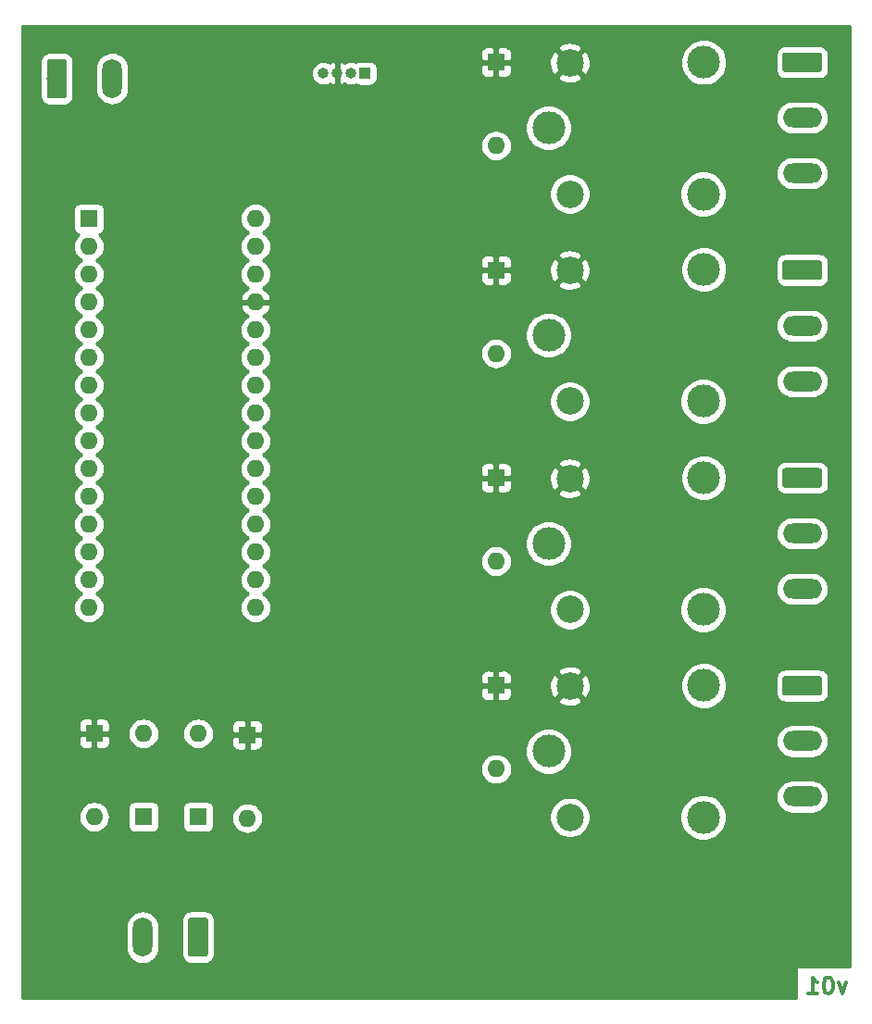
<source format=gbl>
G04 #@! TF.GenerationSoftware,KiCad,Pcbnew,5.1.2-f72e74a~84~ubuntu18.04.1*
G04 #@! TF.CreationDate,2019-06-17T19:39:07+02:00*
G04 #@! TF.ProjectId,msg-relay,6d73672d-7265-46c6-9179-2e6b69636164,rev?*
G04 #@! TF.SameCoordinates,Original*
G04 #@! TF.FileFunction,Copper,L2,Bot*
G04 #@! TF.FilePolarity,Positive*
%FSLAX46Y46*%
G04 Gerber Fmt 4.6, Leading zero omitted, Abs format (unit mm)*
G04 Created by KiCad (PCBNEW 5.1.2-f72e74a~84~ubuntu18.04.1) date 2019-06-17 19:39:07*
%MOMM*%
%LPD*%
G04 APERTURE LIST*
%ADD10C,0.300000*%
%ADD11C,3.000000*%
%ADD12C,2.500000*%
%ADD13O,3.600000X1.800000*%
%ADD14C,0.100000*%
%ADD15C,1.800000*%
%ADD16O,1.000000X1.000000*%
%ADD17R,1.000000X1.000000*%
%ADD18O,1.800000X3.600000*%
%ADD19O,1.600000X1.600000*%
%ADD20R,1.600000X1.600000*%
%ADD21C,0.254000*%
G04 APERTURE END LIST*
D10*
X156035714Y-138178571D02*
X155678571Y-139178571D01*
X155321428Y-138178571D01*
X154464285Y-137678571D02*
X154321428Y-137678571D01*
X154178571Y-137750000D01*
X154107142Y-137821428D01*
X154035714Y-137964285D01*
X153964285Y-138250000D01*
X153964285Y-138607142D01*
X154035714Y-138892857D01*
X154107142Y-139035714D01*
X154178571Y-139107142D01*
X154321428Y-139178571D01*
X154464285Y-139178571D01*
X154607142Y-139107142D01*
X154678571Y-139035714D01*
X154750000Y-138892857D01*
X154821428Y-138607142D01*
X154821428Y-138250000D01*
X154750000Y-137964285D01*
X154678571Y-137821428D01*
X154607142Y-137750000D01*
X154464285Y-137678571D01*
X152535714Y-139178571D02*
X153392857Y-139178571D01*
X152964285Y-139178571D02*
X152964285Y-137678571D01*
X153107142Y-137892857D01*
X153250000Y-138035714D01*
X153392857Y-138107142D01*
D11*
X128800000Y-117000000D03*
D12*
X130750000Y-111050000D03*
D11*
X143000000Y-111000000D03*
X142950000Y-123050000D03*
D12*
X130750000Y-123050000D03*
D11*
X128800000Y-98000000D03*
D12*
X130750000Y-92050000D03*
D11*
X143000000Y-92000000D03*
X142950000Y-104050000D03*
D12*
X130750000Y-104050000D03*
D11*
X128800000Y-78950000D03*
D12*
X130750000Y-73000000D03*
D11*
X143000000Y-72950000D03*
X142950000Y-85000000D03*
D12*
X130750000Y-85000000D03*
D11*
X128800000Y-60000000D03*
D12*
X130750000Y-54050000D03*
D11*
X143000000Y-54000000D03*
X142950000Y-66050000D03*
D12*
X130750000Y-66050000D03*
D13*
X152000000Y-121160000D03*
X152000000Y-116080000D03*
D14*
G36*
X153574504Y-110101204D02*
G01*
X153598773Y-110104804D01*
X153622571Y-110110765D01*
X153645671Y-110119030D01*
X153667849Y-110129520D01*
X153688893Y-110142133D01*
X153708598Y-110156747D01*
X153726777Y-110173223D01*
X153743253Y-110191402D01*
X153757867Y-110211107D01*
X153770480Y-110232151D01*
X153780970Y-110254329D01*
X153789235Y-110277429D01*
X153795196Y-110301227D01*
X153798796Y-110325496D01*
X153800000Y-110350000D01*
X153800000Y-111650000D01*
X153798796Y-111674504D01*
X153795196Y-111698773D01*
X153789235Y-111722571D01*
X153780970Y-111745671D01*
X153770480Y-111767849D01*
X153757867Y-111788893D01*
X153743253Y-111808598D01*
X153726777Y-111826777D01*
X153708598Y-111843253D01*
X153688893Y-111857867D01*
X153667849Y-111870480D01*
X153645671Y-111880970D01*
X153622571Y-111889235D01*
X153598773Y-111895196D01*
X153574504Y-111898796D01*
X153550000Y-111900000D01*
X150450000Y-111900000D01*
X150425496Y-111898796D01*
X150401227Y-111895196D01*
X150377429Y-111889235D01*
X150354329Y-111880970D01*
X150332151Y-111870480D01*
X150311107Y-111857867D01*
X150291402Y-111843253D01*
X150273223Y-111826777D01*
X150256747Y-111808598D01*
X150242133Y-111788893D01*
X150229520Y-111767849D01*
X150219030Y-111745671D01*
X150210765Y-111722571D01*
X150204804Y-111698773D01*
X150201204Y-111674504D01*
X150200000Y-111650000D01*
X150200000Y-110350000D01*
X150201204Y-110325496D01*
X150204804Y-110301227D01*
X150210765Y-110277429D01*
X150219030Y-110254329D01*
X150229520Y-110232151D01*
X150242133Y-110211107D01*
X150256747Y-110191402D01*
X150273223Y-110173223D01*
X150291402Y-110156747D01*
X150311107Y-110142133D01*
X150332151Y-110129520D01*
X150354329Y-110119030D01*
X150377429Y-110110765D01*
X150401227Y-110104804D01*
X150425496Y-110101204D01*
X150450000Y-110100000D01*
X153550000Y-110100000D01*
X153574504Y-110101204D01*
X153574504Y-110101204D01*
G37*
D15*
X152000000Y-111000000D03*
D13*
X152000000Y-102160000D03*
X152000000Y-97080000D03*
D14*
G36*
X153574504Y-91101204D02*
G01*
X153598773Y-91104804D01*
X153622571Y-91110765D01*
X153645671Y-91119030D01*
X153667849Y-91129520D01*
X153688893Y-91142133D01*
X153708598Y-91156747D01*
X153726777Y-91173223D01*
X153743253Y-91191402D01*
X153757867Y-91211107D01*
X153770480Y-91232151D01*
X153780970Y-91254329D01*
X153789235Y-91277429D01*
X153795196Y-91301227D01*
X153798796Y-91325496D01*
X153800000Y-91350000D01*
X153800000Y-92650000D01*
X153798796Y-92674504D01*
X153795196Y-92698773D01*
X153789235Y-92722571D01*
X153780970Y-92745671D01*
X153770480Y-92767849D01*
X153757867Y-92788893D01*
X153743253Y-92808598D01*
X153726777Y-92826777D01*
X153708598Y-92843253D01*
X153688893Y-92857867D01*
X153667849Y-92870480D01*
X153645671Y-92880970D01*
X153622571Y-92889235D01*
X153598773Y-92895196D01*
X153574504Y-92898796D01*
X153550000Y-92900000D01*
X150450000Y-92900000D01*
X150425496Y-92898796D01*
X150401227Y-92895196D01*
X150377429Y-92889235D01*
X150354329Y-92880970D01*
X150332151Y-92870480D01*
X150311107Y-92857867D01*
X150291402Y-92843253D01*
X150273223Y-92826777D01*
X150256747Y-92808598D01*
X150242133Y-92788893D01*
X150229520Y-92767849D01*
X150219030Y-92745671D01*
X150210765Y-92722571D01*
X150204804Y-92698773D01*
X150201204Y-92674504D01*
X150200000Y-92650000D01*
X150200000Y-91350000D01*
X150201204Y-91325496D01*
X150204804Y-91301227D01*
X150210765Y-91277429D01*
X150219030Y-91254329D01*
X150229520Y-91232151D01*
X150242133Y-91211107D01*
X150256747Y-91191402D01*
X150273223Y-91173223D01*
X150291402Y-91156747D01*
X150311107Y-91142133D01*
X150332151Y-91129520D01*
X150354329Y-91119030D01*
X150377429Y-91110765D01*
X150401227Y-91104804D01*
X150425496Y-91101204D01*
X150450000Y-91100000D01*
X153550000Y-91100000D01*
X153574504Y-91101204D01*
X153574504Y-91101204D01*
G37*
D15*
X152000000Y-92000000D03*
D13*
X152000000Y-83160000D03*
X152000000Y-78080000D03*
D14*
G36*
X153574504Y-72101204D02*
G01*
X153598773Y-72104804D01*
X153622571Y-72110765D01*
X153645671Y-72119030D01*
X153667849Y-72129520D01*
X153688893Y-72142133D01*
X153708598Y-72156747D01*
X153726777Y-72173223D01*
X153743253Y-72191402D01*
X153757867Y-72211107D01*
X153770480Y-72232151D01*
X153780970Y-72254329D01*
X153789235Y-72277429D01*
X153795196Y-72301227D01*
X153798796Y-72325496D01*
X153800000Y-72350000D01*
X153800000Y-73650000D01*
X153798796Y-73674504D01*
X153795196Y-73698773D01*
X153789235Y-73722571D01*
X153780970Y-73745671D01*
X153770480Y-73767849D01*
X153757867Y-73788893D01*
X153743253Y-73808598D01*
X153726777Y-73826777D01*
X153708598Y-73843253D01*
X153688893Y-73857867D01*
X153667849Y-73870480D01*
X153645671Y-73880970D01*
X153622571Y-73889235D01*
X153598773Y-73895196D01*
X153574504Y-73898796D01*
X153550000Y-73900000D01*
X150450000Y-73900000D01*
X150425496Y-73898796D01*
X150401227Y-73895196D01*
X150377429Y-73889235D01*
X150354329Y-73880970D01*
X150332151Y-73870480D01*
X150311107Y-73857867D01*
X150291402Y-73843253D01*
X150273223Y-73826777D01*
X150256747Y-73808598D01*
X150242133Y-73788893D01*
X150229520Y-73767849D01*
X150219030Y-73745671D01*
X150210765Y-73722571D01*
X150204804Y-73698773D01*
X150201204Y-73674504D01*
X150200000Y-73650000D01*
X150200000Y-72350000D01*
X150201204Y-72325496D01*
X150204804Y-72301227D01*
X150210765Y-72277429D01*
X150219030Y-72254329D01*
X150229520Y-72232151D01*
X150242133Y-72211107D01*
X150256747Y-72191402D01*
X150273223Y-72173223D01*
X150291402Y-72156747D01*
X150311107Y-72142133D01*
X150332151Y-72129520D01*
X150354329Y-72119030D01*
X150377429Y-72110765D01*
X150401227Y-72104804D01*
X150425496Y-72101204D01*
X150450000Y-72100000D01*
X153550000Y-72100000D01*
X153574504Y-72101204D01*
X153574504Y-72101204D01*
G37*
D15*
X152000000Y-73000000D03*
D13*
X152000000Y-64160000D03*
X152000000Y-59080000D03*
D14*
G36*
X153574504Y-53101204D02*
G01*
X153598773Y-53104804D01*
X153622571Y-53110765D01*
X153645671Y-53119030D01*
X153667849Y-53129520D01*
X153688893Y-53142133D01*
X153708598Y-53156747D01*
X153726777Y-53173223D01*
X153743253Y-53191402D01*
X153757867Y-53211107D01*
X153770480Y-53232151D01*
X153780970Y-53254329D01*
X153789235Y-53277429D01*
X153795196Y-53301227D01*
X153798796Y-53325496D01*
X153800000Y-53350000D01*
X153800000Y-54650000D01*
X153798796Y-54674504D01*
X153795196Y-54698773D01*
X153789235Y-54722571D01*
X153780970Y-54745671D01*
X153770480Y-54767849D01*
X153757867Y-54788893D01*
X153743253Y-54808598D01*
X153726777Y-54826777D01*
X153708598Y-54843253D01*
X153688893Y-54857867D01*
X153667849Y-54870480D01*
X153645671Y-54880970D01*
X153622571Y-54889235D01*
X153598773Y-54895196D01*
X153574504Y-54898796D01*
X153550000Y-54900000D01*
X150450000Y-54900000D01*
X150425496Y-54898796D01*
X150401227Y-54895196D01*
X150377429Y-54889235D01*
X150354329Y-54880970D01*
X150332151Y-54870480D01*
X150311107Y-54857867D01*
X150291402Y-54843253D01*
X150273223Y-54826777D01*
X150256747Y-54808598D01*
X150242133Y-54788893D01*
X150229520Y-54767849D01*
X150219030Y-54745671D01*
X150210765Y-54722571D01*
X150204804Y-54698773D01*
X150201204Y-54674504D01*
X150200000Y-54650000D01*
X150200000Y-53350000D01*
X150201204Y-53325496D01*
X150204804Y-53301227D01*
X150210765Y-53277429D01*
X150219030Y-53254329D01*
X150229520Y-53232151D01*
X150242133Y-53211107D01*
X150256747Y-53191402D01*
X150273223Y-53173223D01*
X150291402Y-53156747D01*
X150311107Y-53142133D01*
X150332151Y-53129520D01*
X150354329Y-53119030D01*
X150377429Y-53110765D01*
X150401227Y-53104804D01*
X150425496Y-53101204D01*
X150450000Y-53100000D01*
X153550000Y-53100000D01*
X153574504Y-53101204D01*
X153574504Y-53101204D01*
G37*
D15*
X152000000Y-54000000D03*
D16*
X108190000Y-55000000D03*
X109460000Y-55000000D03*
X110730000Y-55000000D03*
D17*
X112000000Y-55000000D03*
D18*
X91670000Y-134000000D03*
D14*
G36*
X97424504Y-132201204D02*
G01*
X97448773Y-132204804D01*
X97472571Y-132210765D01*
X97495671Y-132219030D01*
X97517849Y-132229520D01*
X97538893Y-132242133D01*
X97558598Y-132256747D01*
X97576777Y-132273223D01*
X97593253Y-132291402D01*
X97607867Y-132311107D01*
X97620480Y-132332151D01*
X97630970Y-132354329D01*
X97639235Y-132377429D01*
X97645196Y-132401227D01*
X97648796Y-132425496D01*
X97650000Y-132450000D01*
X97650000Y-135550000D01*
X97648796Y-135574504D01*
X97645196Y-135598773D01*
X97639235Y-135622571D01*
X97630970Y-135645671D01*
X97620480Y-135667849D01*
X97607867Y-135688893D01*
X97593253Y-135708598D01*
X97576777Y-135726777D01*
X97558598Y-135743253D01*
X97538893Y-135757867D01*
X97517849Y-135770480D01*
X97495671Y-135780970D01*
X97472571Y-135789235D01*
X97448773Y-135795196D01*
X97424504Y-135798796D01*
X97400000Y-135800000D01*
X96100000Y-135800000D01*
X96075496Y-135798796D01*
X96051227Y-135795196D01*
X96027429Y-135789235D01*
X96004329Y-135780970D01*
X95982151Y-135770480D01*
X95961107Y-135757867D01*
X95941402Y-135743253D01*
X95923223Y-135726777D01*
X95906747Y-135708598D01*
X95892133Y-135688893D01*
X95879520Y-135667849D01*
X95869030Y-135645671D01*
X95860765Y-135622571D01*
X95854804Y-135598773D01*
X95851204Y-135574504D01*
X95850000Y-135550000D01*
X95850000Y-132450000D01*
X95851204Y-132425496D01*
X95854804Y-132401227D01*
X95860765Y-132377429D01*
X95869030Y-132354329D01*
X95879520Y-132332151D01*
X95892133Y-132311107D01*
X95906747Y-132291402D01*
X95923223Y-132273223D01*
X95941402Y-132256747D01*
X95961107Y-132242133D01*
X95982151Y-132229520D01*
X96004329Y-132219030D01*
X96027429Y-132210765D01*
X96051227Y-132204804D01*
X96075496Y-132201204D01*
X96100000Y-132200000D01*
X97400000Y-132200000D01*
X97424504Y-132201204D01*
X97424504Y-132201204D01*
G37*
D15*
X96750000Y-134000000D03*
D18*
X88900000Y-55500000D03*
D14*
G36*
X84494504Y-53701204D02*
G01*
X84518773Y-53704804D01*
X84542571Y-53710765D01*
X84565671Y-53719030D01*
X84587849Y-53729520D01*
X84608893Y-53742133D01*
X84628598Y-53756747D01*
X84646777Y-53773223D01*
X84663253Y-53791402D01*
X84677867Y-53811107D01*
X84690480Y-53832151D01*
X84700970Y-53854329D01*
X84709235Y-53877429D01*
X84715196Y-53901227D01*
X84718796Y-53925496D01*
X84720000Y-53950000D01*
X84720000Y-57050000D01*
X84718796Y-57074504D01*
X84715196Y-57098773D01*
X84709235Y-57122571D01*
X84700970Y-57145671D01*
X84690480Y-57167849D01*
X84677867Y-57188893D01*
X84663253Y-57208598D01*
X84646777Y-57226777D01*
X84628598Y-57243253D01*
X84608893Y-57257867D01*
X84587849Y-57270480D01*
X84565671Y-57280970D01*
X84542571Y-57289235D01*
X84518773Y-57295196D01*
X84494504Y-57298796D01*
X84470000Y-57300000D01*
X83170000Y-57300000D01*
X83145496Y-57298796D01*
X83121227Y-57295196D01*
X83097429Y-57289235D01*
X83074329Y-57280970D01*
X83052151Y-57270480D01*
X83031107Y-57257867D01*
X83011402Y-57243253D01*
X82993223Y-57226777D01*
X82976747Y-57208598D01*
X82962133Y-57188893D01*
X82949520Y-57167849D01*
X82939030Y-57145671D01*
X82930765Y-57122571D01*
X82924804Y-57098773D01*
X82921204Y-57074504D01*
X82920000Y-57050000D01*
X82920000Y-53950000D01*
X82921204Y-53925496D01*
X82924804Y-53901227D01*
X82930765Y-53877429D01*
X82939030Y-53854329D01*
X82949520Y-53832151D01*
X82962133Y-53811107D01*
X82976747Y-53791402D01*
X82993223Y-53773223D01*
X83011402Y-53756747D01*
X83031107Y-53742133D01*
X83052151Y-53729520D01*
X83074329Y-53719030D01*
X83097429Y-53710765D01*
X83121227Y-53704804D01*
X83145496Y-53701204D01*
X83170000Y-53700000D01*
X84470000Y-53700000D01*
X84494504Y-53701204D01*
X84494504Y-53701204D01*
G37*
D15*
X83820000Y-55500000D03*
D19*
X96750000Y-115380000D03*
D20*
X96750000Y-123000000D03*
D19*
X101250000Y-123120000D03*
D20*
X101250000Y-115500000D03*
D19*
X91750000Y-115380000D03*
D20*
X91750000Y-123000000D03*
D19*
X87250000Y-123000000D03*
D20*
X87250000Y-115380000D03*
D19*
X124000000Y-118620000D03*
D20*
X124000000Y-111000000D03*
D19*
X124000000Y-99620000D03*
D20*
X124000000Y-92000000D03*
D19*
X124000000Y-80620000D03*
D20*
X124000000Y-73000000D03*
D19*
X124000000Y-61620000D03*
D20*
X124000000Y-54000000D03*
D19*
X102000000Y-103860000D03*
X86760000Y-103860000D03*
X102000000Y-68300000D03*
X86760000Y-101320000D03*
X102000000Y-70840000D03*
X86760000Y-98780000D03*
X102000000Y-73380000D03*
X86760000Y-96240000D03*
X102000000Y-75920000D03*
X86760000Y-93700000D03*
X102000000Y-78460000D03*
X86760000Y-91160000D03*
X102000000Y-81000000D03*
X86760000Y-88620000D03*
X102000000Y-83540000D03*
X86760000Y-86080000D03*
X102000000Y-86080000D03*
X86760000Y-83540000D03*
X102000000Y-88620000D03*
X86760000Y-81000000D03*
X102000000Y-91160000D03*
X86760000Y-78460000D03*
X102000000Y-93700000D03*
X86760000Y-75920000D03*
X102000000Y-96240000D03*
X86760000Y-73380000D03*
X102000000Y-98780000D03*
X86760000Y-70840000D03*
X102000000Y-101320000D03*
D20*
X86760000Y-68300000D03*
D21*
G36*
X156340000Y-136710000D02*
G01*
X151465000Y-136710000D01*
X151465000Y-139590000D01*
X80660000Y-139590000D01*
X80660000Y-133024592D01*
X90135000Y-133024592D01*
X90135000Y-134975407D01*
X90157210Y-135200912D01*
X90244983Y-135490260D01*
X90387519Y-135756926D01*
X90579339Y-135990661D01*
X90813073Y-136182481D01*
X91079739Y-136325017D01*
X91369087Y-136412790D01*
X91670000Y-136442427D01*
X91970912Y-136412790D01*
X92260260Y-136325017D01*
X92526926Y-136182481D01*
X92760661Y-135990661D01*
X92952481Y-135756927D01*
X93095017Y-135490261D01*
X93182790Y-135200913D01*
X93205000Y-134975408D01*
X93205000Y-133024592D01*
X93182790Y-132799087D01*
X93095017Y-132509739D01*
X93063086Y-132450000D01*
X95211928Y-132450000D01*
X95211928Y-135550000D01*
X95228992Y-135723254D01*
X95279528Y-135889850D01*
X95361595Y-136043386D01*
X95472038Y-136177962D01*
X95606614Y-136288405D01*
X95760150Y-136370472D01*
X95926746Y-136421008D01*
X96100000Y-136438072D01*
X97400000Y-136438072D01*
X97573254Y-136421008D01*
X97739850Y-136370472D01*
X97893386Y-136288405D01*
X98027962Y-136177962D01*
X98138405Y-136043386D01*
X98220472Y-135889850D01*
X98271008Y-135723254D01*
X98288072Y-135550000D01*
X98288072Y-132450000D01*
X98271008Y-132276746D01*
X98220472Y-132110150D01*
X98138405Y-131956614D01*
X98027962Y-131822038D01*
X97893386Y-131711595D01*
X97739850Y-131629528D01*
X97573254Y-131578992D01*
X97400000Y-131561928D01*
X96100000Y-131561928D01*
X95926746Y-131578992D01*
X95760150Y-131629528D01*
X95606614Y-131711595D01*
X95472038Y-131822038D01*
X95361595Y-131956614D01*
X95279528Y-132110150D01*
X95228992Y-132276746D01*
X95211928Y-132450000D01*
X93063086Y-132450000D01*
X92952481Y-132243073D01*
X92760661Y-132009339D01*
X92526927Y-131817519D01*
X92260261Y-131674983D01*
X91970913Y-131587210D01*
X91670000Y-131557573D01*
X91369088Y-131587210D01*
X91079740Y-131674983D01*
X90813074Y-131817519D01*
X90579340Y-132009339D01*
X90387520Y-132243073D01*
X90244984Y-132509739D01*
X90157211Y-132799087D01*
X90135000Y-133024592D01*
X80660000Y-133024592D01*
X80660000Y-123000000D01*
X85808057Y-123000000D01*
X85835764Y-123281309D01*
X85917818Y-123551808D01*
X86051068Y-123801101D01*
X86230392Y-124019608D01*
X86448899Y-124198932D01*
X86698192Y-124332182D01*
X86968691Y-124414236D01*
X87179508Y-124435000D01*
X87320492Y-124435000D01*
X87531309Y-124414236D01*
X87801808Y-124332182D01*
X88051101Y-124198932D01*
X88269608Y-124019608D01*
X88448932Y-123801101D01*
X88582182Y-123551808D01*
X88664236Y-123281309D01*
X88691943Y-123000000D01*
X88664236Y-122718691D01*
X88582182Y-122448192D01*
X88449521Y-122200000D01*
X90311928Y-122200000D01*
X90311928Y-123800000D01*
X90324188Y-123924482D01*
X90360498Y-124044180D01*
X90419463Y-124154494D01*
X90498815Y-124251185D01*
X90595506Y-124330537D01*
X90705820Y-124389502D01*
X90825518Y-124425812D01*
X90950000Y-124438072D01*
X92550000Y-124438072D01*
X92674482Y-124425812D01*
X92794180Y-124389502D01*
X92904494Y-124330537D01*
X93001185Y-124251185D01*
X93080537Y-124154494D01*
X93139502Y-124044180D01*
X93175812Y-123924482D01*
X93188072Y-123800000D01*
X93188072Y-122200000D01*
X95311928Y-122200000D01*
X95311928Y-123800000D01*
X95324188Y-123924482D01*
X95360498Y-124044180D01*
X95419463Y-124154494D01*
X95498815Y-124251185D01*
X95595506Y-124330537D01*
X95705820Y-124389502D01*
X95825518Y-124425812D01*
X95950000Y-124438072D01*
X97550000Y-124438072D01*
X97674482Y-124425812D01*
X97794180Y-124389502D01*
X97904494Y-124330537D01*
X98001185Y-124251185D01*
X98080537Y-124154494D01*
X98139502Y-124044180D01*
X98175812Y-123924482D01*
X98188072Y-123800000D01*
X98188072Y-123120000D01*
X99808057Y-123120000D01*
X99835764Y-123401309D01*
X99917818Y-123671808D01*
X100051068Y-123921101D01*
X100230392Y-124139608D01*
X100448899Y-124318932D01*
X100698192Y-124452182D01*
X100968691Y-124534236D01*
X101179508Y-124555000D01*
X101320492Y-124555000D01*
X101531309Y-124534236D01*
X101801808Y-124452182D01*
X102051101Y-124318932D01*
X102269608Y-124139608D01*
X102448932Y-123921101D01*
X102582182Y-123671808D01*
X102664236Y-123401309D01*
X102691943Y-123120000D01*
X102666763Y-122864344D01*
X128865000Y-122864344D01*
X128865000Y-123235656D01*
X128937439Y-123599834D01*
X129079534Y-123942882D01*
X129285825Y-124251618D01*
X129548382Y-124514175D01*
X129857118Y-124720466D01*
X130200166Y-124862561D01*
X130564344Y-124935000D01*
X130935656Y-124935000D01*
X131299834Y-124862561D01*
X131642882Y-124720466D01*
X131951618Y-124514175D01*
X132214175Y-124251618D01*
X132420466Y-123942882D01*
X132562561Y-123599834D01*
X132635000Y-123235656D01*
X132635000Y-122864344D01*
X132630103Y-122839721D01*
X140815000Y-122839721D01*
X140815000Y-123260279D01*
X140897047Y-123672756D01*
X141057988Y-124061302D01*
X141291637Y-124410983D01*
X141589017Y-124708363D01*
X141938698Y-124942012D01*
X142327244Y-125102953D01*
X142739721Y-125185000D01*
X143160279Y-125185000D01*
X143572756Y-125102953D01*
X143961302Y-124942012D01*
X144310983Y-124708363D01*
X144608363Y-124410983D01*
X144842012Y-124061302D01*
X145002953Y-123672756D01*
X145085000Y-123260279D01*
X145085000Y-122839721D01*
X145002953Y-122427244D01*
X144842012Y-122038698D01*
X144608363Y-121689017D01*
X144310983Y-121391637D01*
X143964314Y-121160000D01*
X149557573Y-121160000D01*
X149587210Y-121460913D01*
X149674983Y-121750261D01*
X149817519Y-122016927D01*
X150009339Y-122250661D01*
X150243073Y-122442481D01*
X150509739Y-122585017D01*
X150799087Y-122672790D01*
X151024592Y-122695000D01*
X152975408Y-122695000D01*
X153200913Y-122672790D01*
X153490261Y-122585017D01*
X153756927Y-122442481D01*
X153990661Y-122250661D01*
X154182481Y-122016927D01*
X154325017Y-121750261D01*
X154412790Y-121460913D01*
X154442427Y-121160000D01*
X154412790Y-120859087D01*
X154325017Y-120569739D01*
X154182481Y-120303073D01*
X153990661Y-120069339D01*
X153756927Y-119877519D01*
X153490261Y-119734983D01*
X153200913Y-119647210D01*
X152975408Y-119625000D01*
X151024592Y-119625000D01*
X150799087Y-119647210D01*
X150509739Y-119734983D01*
X150243073Y-119877519D01*
X150009339Y-120069339D01*
X149817519Y-120303073D01*
X149674983Y-120569739D01*
X149587210Y-120859087D01*
X149557573Y-121160000D01*
X143964314Y-121160000D01*
X143961302Y-121157988D01*
X143572756Y-120997047D01*
X143160279Y-120915000D01*
X142739721Y-120915000D01*
X142327244Y-120997047D01*
X141938698Y-121157988D01*
X141589017Y-121391637D01*
X141291637Y-121689017D01*
X141057988Y-122038698D01*
X140897047Y-122427244D01*
X140815000Y-122839721D01*
X132630103Y-122839721D01*
X132562561Y-122500166D01*
X132420466Y-122157118D01*
X132214175Y-121848382D01*
X131951618Y-121585825D01*
X131642882Y-121379534D01*
X131299834Y-121237439D01*
X130935656Y-121165000D01*
X130564344Y-121165000D01*
X130200166Y-121237439D01*
X129857118Y-121379534D01*
X129548382Y-121585825D01*
X129285825Y-121848382D01*
X129079534Y-122157118D01*
X128937439Y-122500166D01*
X128865000Y-122864344D01*
X102666763Y-122864344D01*
X102664236Y-122838691D01*
X102582182Y-122568192D01*
X102448932Y-122318899D01*
X102269608Y-122100392D01*
X102051101Y-121921068D01*
X101801808Y-121787818D01*
X101531309Y-121705764D01*
X101320492Y-121685000D01*
X101179508Y-121685000D01*
X100968691Y-121705764D01*
X100698192Y-121787818D01*
X100448899Y-121921068D01*
X100230392Y-122100392D01*
X100051068Y-122318899D01*
X99917818Y-122568192D01*
X99835764Y-122838691D01*
X99808057Y-123120000D01*
X98188072Y-123120000D01*
X98188072Y-122200000D01*
X98175812Y-122075518D01*
X98139502Y-121955820D01*
X98080537Y-121845506D01*
X98001185Y-121748815D01*
X97904494Y-121669463D01*
X97794180Y-121610498D01*
X97674482Y-121574188D01*
X97550000Y-121561928D01*
X95950000Y-121561928D01*
X95825518Y-121574188D01*
X95705820Y-121610498D01*
X95595506Y-121669463D01*
X95498815Y-121748815D01*
X95419463Y-121845506D01*
X95360498Y-121955820D01*
X95324188Y-122075518D01*
X95311928Y-122200000D01*
X93188072Y-122200000D01*
X93175812Y-122075518D01*
X93139502Y-121955820D01*
X93080537Y-121845506D01*
X93001185Y-121748815D01*
X92904494Y-121669463D01*
X92794180Y-121610498D01*
X92674482Y-121574188D01*
X92550000Y-121561928D01*
X90950000Y-121561928D01*
X90825518Y-121574188D01*
X90705820Y-121610498D01*
X90595506Y-121669463D01*
X90498815Y-121748815D01*
X90419463Y-121845506D01*
X90360498Y-121955820D01*
X90324188Y-122075518D01*
X90311928Y-122200000D01*
X88449521Y-122200000D01*
X88448932Y-122198899D01*
X88269608Y-121980392D01*
X88051101Y-121801068D01*
X87801808Y-121667818D01*
X87531309Y-121585764D01*
X87320492Y-121565000D01*
X87179508Y-121565000D01*
X86968691Y-121585764D01*
X86698192Y-121667818D01*
X86448899Y-121801068D01*
X86230392Y-121980392D01*
X86051068Y-122198899D01*
X85917818Y-122448192D01*
X85835764Y-122718691D01*
X85808057Y-123000000D01*
X80660000Y-123000000D01*
X80660000Y-118620000D01*
X122558057Y-118620000D01*
X122585764Y-118901309D01*
X122667818Y-119171808D01*
X122801068Y-119421101D01*
X122980392Y-119639608D01*
X123198899Y-119818932D01*
X123448192Y-119952182D01*
X123718691Y-120034236D01*
X123929508Y-120055000D01*
X124070492Y-120055000D01*
X124281309Y-120034236D01*
X124551808Y-119952182D01*
X124801101Y-119818932D01*
X125019608Y-119639608D01*
X125198932Y-119421101D01*
X125332182Y-119171808D01*
X125414236Y-118901309D01*
X125441943Y-118620000D01*
X125414236Y-118338691D01*
X125332182Y-118068192D01*
X125198932Y-117818899D01*
X125019608Y-117600392D01*
X124801101Y-117421068D01*
X124551808Y-117287818D01*
X124281309Y-117205764D01*
X124070492Y-117185000D01*
X123929508Y-117185000D01*
X123718691Y-117205764D01*
X123448192Y-117287818D01*
X123198899Y-117421068D01*
X122980392Y-117600392D01*
X122801068Y-117818899D01*
X122667818Y-118068192D01*
X122585764Y-118338691D01*
X122558057Y-118620000D01*
X80660000Y-118620000D01*
X80660000Y-116180000D01*
X85811928Y-116180000D01*
X85824188Y-116304482D01*
X85860498Y-116424180D01*
X85919463Y-116534494D01*
X85998815Y-116631185D01*
X86095506Y-116710537D01*
X86205820Y-116769502D01*
X86325518Y-116805812D01*
X86450000Y-116818072D01*
X86964250Y-116815000D01*
X87123000Y-116656250D01*
X87123000Y-115507000D01*
X87377000Y-115507000D01*
X87377000Y-116656250D01*
X87535750Y-116815000D01*
X88050000Y-116818072D01*
X88174482Y-116805812D01*
X88294180Y-116769502D01*
X88404494Y-116710537D01*
X88501185Y-116631185D01*
X88580537Y-116534494D01*
X88639502Y-116424180D01*
X88675812Y-116304482D01*
X88688072Y-116180000D01*
X88685000Y-115665750D01*
X88526250Y-115507000D01*
X87377000Y-115507000D01*
X87123000Y-115507000D01*
X85973750Y-115507000D01*
X85815000Y-115665750D01*
X85811928Y-116180000D01*
X80660000Y-116180000D01*
X80660000Y-115380000D01*
X90308057Y-115380000D01*
X90335764Y-115661309D01*
X90417818Y-115931808D01*
X90551068Y-116181101D01*
X90730392Y-116399608D01*
X90948899Y-116578932D01*
X91198192Y-116712182D01*
X91468691Y-116794236D01*
X91679508Y-116815000D01*
X91820492Y-116815000D01*
X92031309Y-116794236D01*
X92301808Y-116712182D01*
X92551101Y-116578932D01*
X92769608Y-116399608D01*
X92948932Y-116181101D01*
X93082182Y-115931808D01*
X93164236Y-115661309D01*
X93191943Y-115380000D01*
X95308057Y-115380000D01*
X95335764Y-115661309D01*
X95417818Y-115931808D01*
X95551068Y-116181101D01*
X95730392Y-116399608D01*
X95948899Y-116578932D01*
X96198192Y-116712182D01*
X96468691Y-116794236D01*
X96679508Y-116815000D01*
X96820492Y-116815000D01*
X97031309Y-116794236D01*
X97301808Y-116712182D01*
X97551101Y-116578932D01*
X97769608Y-116399608D01*
X97851354Y-116300000D01*
X99811928Y-116300000D01*
X99824188Y-116424482D01*
X99860498Y-116544180D01*
X99919463Y-116654494D01*
X99998815Y-116751185D01*
X100095506Y-116830537D01*
X100205820Y-116889502D01*
X100325518Y-116925812D01*
X100450000Y-116938072D01*
X100964250Y-116935000D01*
X101123000Y-116776250D01*
X101123000Y-115627000D01*
X101377000Y-115627000D01*
X101377000Y-116776250D01*
X101535750Y-116935000D01*
X102050000Y-116938072D01*
X102174482Y-116925812D01*
X102294180Y-116889502D01*
X102404494Y-116830537D01*
X102454228Y-116789721D01*
X126665000Y-116789721D01*
X126665000Y-117210279D01*
X126747047Y-117622756D01*
X126907988Y-118011302D01*
X127141637Y-118360983D01*
X127439017Y-118658363D01*
X127788698Y-118892012D01*
X128177244Y-119052953D01*
X128589721Y-119135000D01*
X129010279Y-119135000D01*
X129422756Y-119052953D01*
X129811302Y-118892012D01*
X130160983Y-118658363D01*
X130458363Y-118360983D01*
X130692012Y-118011302D01*
X130852953Y-117622756D01*
X130935000Y-117210279D01*
X130935000Y-116789721D01*
X130852953Y-116377244D01*
X130729831Y-116080000D01*
X149557573Y-116080000D01*
X149587210Y-116380913D01*
X149674983Y-116670261D01*
X149817519Y-116936927D01*
X150009339Y-117170661D01*
X150243073Y-117362481D01*
X150509739Y-117505017D01*
X150799087Y-117592790D01*
X151024592Y-117615000D01*
X152975408Y-117615000D01*
X153200913Y-117592790D01*
X153490261Y-117505017D01*
X153756927Y-117362481D01*
X153990661Y-117170661D01*
X154182481Y-116936927D01*
X154325017Y-116670261D01*
X154412790Y-116380913D01*
X154442427Y-116080000D01*
X154412790Y-115779087D01*
X154325017Y-115489739D01*
X154182481Y-115223073D01*
X153990661Y-114989339D01*
X153756927Y-114797519D01*
X153490261Y-114654983D01*
X153200913Y-114567210D01*
X152975408Y-114545000D01*
X151024592Y-114545000D01*
X150799087Y-114567210D01*
X150509739Y-114654983D01*
X150243073Y-114797519D01*
X150009339Y-114989339D01*
X149817519Y-115223073D01*
X149674983Y-115489739D01*
X149587210Y-115779087D01*
X149557573Y-116080000D01*
X130729831Y-116080000D01*
X130692012Y-115988698D01*
X130458363Y-115639017D01*
X130160983Y-115341637D01*
X129811302Y-115107988D01*
X129422756Y-114947047D01*
X129010279Y-114865000D01*
X128589721Y-114865000D01*
X128177244Y-114947047D01*
X127788698Y-115107988D01*
X127439017Y-115341637D01*
X127141637Y-115639017D01*
X126907988Y-115988698D01*
X126747047Y-116377244D01*
X126665000Y-116789721D01*
X102454228Y-116789721D01*
X102501185Y-116751185D01*
X102580537Y-116654494D01*
X102639502Y-116544180D01*
X102675812Y-116424482D01*
X102688072Y-116300000D01*
X102685000Y-115785750D01*
X102526250Y-115627000D01*
X101377000Y-115627000D01*
X101123000Y-115627000D01*
X99973750Y-115627000D01*
X99815000Y-115785750D01*
X99811928Y-116300000D01*
X97851354Y-116300000D01*
X97948932Y-116181101D01*
X98082182Y-115931808D01*
X98164236Y-115661309D01*
X98191943Y-115380000D01*
X98164236Y-115098691D01*
X98082182Y-114828192D01*
X98013662Y-114700000D01*
X99811928Y-114700000D01*
X99815000Y-115214250D01*
X99973750Y-115373000D01*
X101123000Y-115373000D01*
X101123000Y-114223750D01*
X101377000Y-114223750D01*
X101377000Y-115373000D01*
X102526250Y-115373000D01*
X102685000Y-115214250D01*
X102688072Y-114700000D01*
X102675812Y-114575518D01*
X102639502Y-114455820D01*
X102580537Y-114345506D01*
X102501185Y-114248815D01*
X102404494Y-114169463D01*
X102294180Y-114110498D01*
X102174482Y-114074188D01*
X102050000Y-114061928D01*
X101535750Y-114065000D01*
X101377000Y-114223750D01*
X101123000Y-114223750D01*
X100964250Y-114065000D01*
X100450000Y-114061928D01*
X100325518Y-114074188D01*
X100205820Y-114110498D01*
X100095506Y-114169463D01*
X99998815Y-114248815D01*
X99919463Y-114345506D01*
X99860498Y-114455820D01*
X99824188Y-114575518D01*
X99811928Y-114700000D01*
X98013662Y-114700000D01*
X97948932Y-114578899D01*
X97769608Y-114360392D01*
X97551101Y-114181068D01*
X97301808Y-114047818D01*
X97031309Y-113965764D01*
X96820492Y-113945000D01*
X96679508Y-113945000D01*
X96468691Y-113965764D01*
X96198192Y-114047818D01*
X95948899Y-114181068D01*
X95730392Y-114360392D01*
X95551068Y-114578899D01*
X95417818Y-114828192D01*
X95335764Y-115098691D01*
X95308057Y-115380000D01*
X93191943Y-115380000D01*
X93164236Y-115098691D01*
X93082182Y-114828192D01*
X92948932Y-114578899D01*
X92769608Y-114360392D01*
X92551101Y-114181068D01*
X92301808Y-114047818D01*
X92031309Y-113965764D01*
X91820492Y-113945000D01*
X91679508Y-113945000D01*
X91468691Y-113965764D01*
X91198192Y-114047818D01*
X90948899Y-114181068D01*
X90730392Y-114360392D01*
X90551068Y-114578899D01*
X90417818Y-114828192D01*
X90335764Y-115098691D01*
X90308057Y-115380000D01*
X80660000Y-115380000D01*
X80660000Y-114580000D01*
X85811928Y-114580000D01*
X85815000Y-115094250D01*
X85973750Y-115253000D01*
X87123000Y-115253000D01*
X87123000Y-114103750D01*
X87377000Y-114103750D01*
X87377000Y-115253000D01*
X88526250Y-115253000D01*
X88685000Y-115094250D01*
X88688072Y-114580000D01*
X88675812Y-114455518D01*
X88639502Y-114335820D01*
X88580537Y-114225506D01*
X88501185Y-114128815D01*
X88404494Y-114049463D01*
X88294180Y-113990498D01*
X88174482Y-113954188D01*
X88050000Y-113941928D01*
X87535750Y-113945000D01*
X87377000Y-114103750D01*
X87123000Y-114103750D01*
X86964250Y-113945000D01*
X86450000Y-113941928D01*
X86325518Y-113954188D01*
X86205820Y-113990498D01*
X86095506Y-114049463D01*
X85998815Y-114128815D01*
X85919463Y-114225506D01*
X85860498Y-114335820D01*
X85824188Y-114455518D01*
X85811928Y-114580000D01*
X80660000Y-114580000D01*
X80660000Y-111800000D01*
X122561928Y-111800000D01*
X122574188Y-111924482D01*
X122610498Y-112044180D01*
X122669463Y-112154494D01*
X122748815Y-112251185D01*
X122845506Y-112330537D01*
X122955820Y-112389502D01*
X123075518Y-112425812D01*
X123200000Y-112438072D01*
X123714250Y-112435000D01*
X123873000Y-112276250D01*
X123873000Y-111127000D01*
X124127000Y-111127000D01*
X124127000Y-112276250D01*
X124285750Y-112435000D01*
X124800000Y-112438072D01*
X124924482Y-112425812D01*
X125044180Y-112389502D01*
X125092629Y-112363605D01*
X129616000Y-112363605D01*
X129741914Y-112653577D01*
X130074126Y-112819433D01*
X130432312Y-112917290D01*
X130802706Y-112943389D01*
X131171075Y-112896725D01*
X131523262Y-112779094D01*
X131758086Y-112653577D01*
X131884000Y-112363605D01*
X130750000Y-111229605D01*
X129616000Y-112363605D01*
X125092629Y-112363605D01*
X125154494Y-112330537D01*
X125251185Y-112251185D01*
X125330537Y-112154494D01*
X125389502Y-112044180D01*
X125425812Y-111924482D01*
X125438072Y-111800000D01*
X125435000Y-111285750D01*
X125276250Y-111127000D01*
X124127000Y-111127000D01*
X123873000Y-111127000D01*
X122723750Y-111127000D01*
X122565000Y-111285750D01*
X122561928Y-111800000D01*
X80660000Y-111800000D01*
X80660000Y-111102706D01*
X128856611Y-111102706D01*
X128903275Y-111471075D01*
X129020906Y-111823262D01*
X129146423Y-112058086D01*
X129436395Y-112184000D01*
X130570395Y-111050000D01*
X130929605Y-111050000D01*
X132063605Y-112184000D01*
X132353577Y-112058086D01*
X132519433Y-111725874D01*
X132617290Y-111367688D01*
X132643389Y-110997294D01*
X132617095Y-110789721D01*
X140865000Y-110789721D01*
X140865000Y-111210279D01*
X140947047Y-111622756D01*
X141107988Y-112011302D01*
X141341637Y-112360983D01*
X141639017Y-112658363D01*
X141988698Y-112892012D01*
X142377244Y-113052953D01*
X142789721Y-113135000D01*
X143210279Y-113135000D01*
X143622756Y-113052953D01*
X144011302Y-112892012D01*
X144360983Y-112658363D01*
X144658363Y-112360983D01*
X144892012Y-112011302D01*
X145052953Y-111622756D01*
X145135000Y-111210279D01*
X145135000Y-110789721D01*
X145052953Y-110377244D01*
X145041669Y-110350000D01*
X149561928Y-110350000D01*
X149561928Y-111650000D01*
X149578992Y-111823254D01*
X149629528Y-111989850D01*
X149711595Y-112143386D01*
X149822038Y-112277962D01*
X149956614Y-112388405D01*
X150110150Y-112470472D01*
X150276746Y-112521008D01*
X150450000Y-112538072D01*
X153550000Y-112538072D01*
X153723254Y-112521008D01*
X153889850Y-112470472D01*
X154043386Y-112388405D01*
X154177962Y-112277962D01*
X154288405Y-112143386D01*
X154370472Y-111989850D01*
X154421008Y-111823254D01*
X154438072Y-111650000D01*
X154438072Y-110350000D01*
X154421008Y-110176746D01*
X154370472Y-110010150D01*
X154288405Y-109856614D01*
X154177962Y-109722038D01*
X154043386Y-109611595D01*
X153889850Y-109529528D01*
X153723254Y-109478992D01*
X153550000Y-109461928D01*
X150450000Y-109461928D01*
X150276746Y-109478992D01*
X150110150Y-109529528D01*
X149956614Y-109611595D01*
X149822038Y-109722038D01*
X149711595Y-109856614D01*
X149629528Y-110010150D01*
X149578992Y-110176746D01*
X149561928Y-110350000D01*
X145041669Y-110350000D01*
X144892012Y-109988698D01*
X144658363Y-109639017D01*
X144360983Y-109341637D01*
X144011302Y-109107988D01*
X143622756Y-108947047D01*
X143210279Y-108865000D01*
X142789721Y-108865000D01*
X142377244Y-108947047D01*
X141988698Y-109107988D01*
X141639017Y-109341637D01*
X141341637Y-109639017D01*
X141107988Y-109988698D01*
X140947047Y-110377244D01*
X140865000Y-110789721D01*
X132617095Y-110789721D01*
X132596725Y-110628925D01*
X132479094Y-110276738D01*
X132353577Y-110041914D01*
X132063605Y-109916000D01*
X130929605Y-111050000D01*
X130570395Y-111050000D01*
X129436395Y-109916000D01*
X129146423Y-110041914D01*
X128980567Y-110374126D01*
X128882710Y-110732312D01*
X128856611Y-111102706D01*
X80660000Y-111102706D01*
X80660000Y-110200000D01*
X122561928Y-110200000D01*
X122565000Y-110714250D01*
X122723750Y-110873000D01*
X123873000Y-110873000D01*
X123873000Y-109723750D01*
X124127000Y-109723750D01*
X124127000Y-110873000D01*
X125276250Y-110873000D01*
X125435000Y-110714250D01*
X125438072Y-110200000D01*
X125425812Y-110075518D01*
X125389502Y-109955820D01*
X125330537Y-109845506D01*
X125251185Y-109748815D01*
X125236052Y-109736395D01*
X129616000Y-109736395D01*
X130750000Y-110870395D01*
X131884000Y-109736395D01*
X131758086Y-109446423D01*
X131425874Y-109280567D01*
X131067688Y-109182710D01*
X130697294Y-109156611D01*
X130328925Y-109203275D01*
X129976738Y-109320906D01*
X129741914Y-109446423D01*
X129616000Y-109736395D01*
X125236052Y-109736395D01*
X125154494Y-109669463D01*
X125044180Y-109610498D01*
X124924482Y-109574188D01*
X124800000Y-109561928D01*
X124285750Y-109565000D01*
X124127000Y-109723750D01*
X123873000Y-109723750D01*
X123714250Y-109565000D01*
X123200000Y-109561928D01*
X123075518Y-109574188D01*
X122955820Y-109610498D01*
X122845506Y-109669463D01*
X122748815Y-109748815D01*
X122669463Y-109845506D01*
X122610498Y-109955820D01*
X122574188Y-110075518D01*
X122561928Y-110200000D01*
X80660000Y-110200000D01*
X80660000Y-70840000D01*
X85318057Y-70840000D01*
X85345764Y-71121309D01*
X85427818Y-71391808D01*
X85561068Y-71641101D01*
X85740392Y-71859608D01*
X85958899Y-72038932D01*
X86091858Y-72110000D01*
X85958899Y-72181068D01*
X85740392Y-72360392D01*
X85561068Y-72578899D01*
X85427818Y-72828192D01*
X85345764Y-73098691D01*
X85318057Y-73380000D01*
X85345764Y-73661309D01*
X85427818Y-73931808D01*
X85561068Y-74181101D01*
X85740392Y-74399608D01*
X85958899Y-74578932D01*
X86091858Y-74650000D01*
X85958899Y-74721068D01*
X85740392Y-74900392D01*
X85561068Y-75118899D01*
X85427818Y-75368192D01*
X85345764Y-75638691D01*
X85318057Y-75920000D01*
X85345764Y-76201309D01*
X85427818Y-76471808D01*
X85561068Y-76721101D01*
X85740392Y-76939608D01*
X85958899Y-77118932D01*
X86091858Y-77190000D01*
X85958899Y-77261068D01*
X85740392Y-77440392D01*
X85561068Y-77658899D01*
X85427818Y-77908192D01*
X85345764Y-78178691D01*
X85318057Y-78460000D01*
X85345764Y-78741309D01*
X85427818Y-79011808D01*
X85561068Y-79261101D01*
X85740392Y-79479608D01*
X85958899Y-79658932D01*
X86091858Y-79730000D01*
X85958899Y-79801068D01*
X85740392Y-79980392D01*
X85561068Y-80198899D01*
X85427818Y-80448192D01*
X85345764Y-80718691D01*
X85318057Y-81000000D01*
X85345764Y-81281309D01*
X85427818Y-81551808D01*
X85561068Y-81801101D01*
X85740392Y-82019608D01*
X85958899Y-82198932D01*
X86091858Y-82270000D01*
X85958899Y-82341068D01*
X85740392Y-82520392D01*
X85561068Y-82738899D01*
X85427818Y-82988192D01*
X85345764Y-83258691D01*
X85318057Y-83540000D01*
X85345764Y-83821309D01*
X85427818Y-84091808D01*
X85561068Y-84341101D01*
X85740392Y-84559608D01*
X85958899Y-84738932D01*
X86091858Y-84810000D01*
X85958899Y-84881068D01*
X85740392Y-85060392D01*
X85561068Y-85278899D01*
X85427818Y-85528192D01*
X85345764Y-85798691D01*
X85318057Y-86080000D01*
X85345764Y-86361309D01*
X85427818Y-86631808D01*
X85561068Y-86881101D01*
X85740392Y-87099608D01*
X85958899Y-87278932D01*
X86091858Y-87350000D01*
X85958899Y-87421068D01*
X85740392Y-87600392D01*
X85561068Y-87818899D01*
X85427818Y-88068192D01*
X85345764Y-88338691D01*
X85318057Y-88620000D01*
X85345764Y-88901309D01*
X85427818Y-89171808D01*
X85561068Y-89421101D01*
X85740392Y-89639608D01*
X85958899Y-89818932D01*
X86091858Y-89890000D01*
X85958899Y-89961068D01*
X85740392Y-90140392D01*
X85561068Y-90358899D01*
X85427818Y-90608192D01*
X85345764Y-90878691D01*
X85318057Y-91160000D01*
X85345764Y-91441309D01*
X85427818Y-91711808D01*
X85561068Y-91961101D01*
X85740392Y-92179608D01*
X85958899Y-92358932D01*
X86091858Y-92430000D01*
X85958899Y-92501068D01*
X85740392Y-92680392D01*
X85561068Y-92898899D01*
X85427818Y-93148192D01*
X85345764Y-93418691D01*
X85318057Y-93700000D01*
X85345764Y-93981309D01*
X85427818Y-94251808D01*
X85561068Y-94501101D01*
X85740392Y-94719608D01*
X85958899Y-94898932D01*
X86091858Y-94970000D01*
X85958899Y-95041068D01*
X85740392Y-95220392D01*
X85561068Y-95438899D01*
X85427818Y-95688192D01*
X85345764Y-95958691D01*
X85318057Y-96240000D01*
X85345764Y-96521309D01*
X85427818Y-96791808D01*
X85561068Y-97041101D01*
X85740392Y-97259608D01*
X85958899Y-97438932D01*
X86091858Y-97510000D01*
X85958899Y-97581068D01*
X85740392Y-97760392D01*
X85561068Y-97978899D01*
X85427818Y-98228192D01*
X85345764Y-98498691D01*
X85318057Y-98780000D01*
X85345764Y-99061309D01*
X85427818Y-99331808D01*
X85561068Y-99581101D01*
X85740392Y-99799608D01*
X85958899Y-99978932D01*
X86091858Y-100050000D01*
X85958899Y-100121068D01*
X85740392Y-100300392D01*
X85561068Y-100518899D01*
X85427818Y-100768192D01*
X85345764Y-101038691D01*
X85318057Y-101320000D01*
X85345764Y-101601309D01*
X85427818Y-101871808D01*
X85561068Y-102121101D01*
X85740392Y-102339608D01*
X85958899Y-102518932D01*
X86091858Y-102590000D01*
X85958899Y-102661068D01*
X85740392Y-102840392D01*
X85561068Y-103058899D01*
X85427818Y-103308192D01*
X85345764Y-103578691D01*
X85318057Y-103860000D01*
X85345764Y-104141309D01*
X85427818Y-104411808D01*
X85561068Y-104661101D01*
X85740392Y-104879608D01*
X85958899Y-105058932D01*
X86208192Y-105192182D01*
X86478691Y-105274236D01*
X86689508Y-105295000D01*
X86830492Y-105295000D01*
X87041309Y-105274236D01*
X87311808Y-105192182D01*
X87561101Y-105058932D01*
X87779608Y-104879608D01*
X87958932Y-104661101D01*
X88092182Y-104411808D01*
X88174236Y-104141309D01*
X88201943Y-103860000D01*
X88174236Y-103578691D01*
X88092182Y-103308192D01*
X87958932Y-103058899D01*
X87779608Y-102840392D01*
X87561101Y-102661068D01*
X87428142Y-102590000D01*
X87561101Y-102518932D01*
X87779608Y-102339608D01*
X87958932Y-102121101D01*
X88092182Y-101871808D01*
X88174236Y-101601309D01*
X88201943Y-101320000D01*
X88174236Y-101038691D01*
X88092182Y-100768192D01*
X87958932Y-100518899D01*
X87779608Y-100300392D01*
X87561101Y-100121068D01*
X87428142Y-100050000D01*
X87561101Y-99978932D01*
X87779608Y-99799608D01*
X87958932Y-99581101D01*
X88092182Y-99331808D01*
X88174236Y-99061309D01*
X88201943Y-98780000D01*
X88174236Y-98498691D01*
X88092182Y-98228192D01*
X87958932Y-97978899D01*
X87779608Y-97760392D01*
X87561101Y-97581068D01*
X87428142Y-97510000D01*
X87561101Y-97438932D01*
X87779608Y-97259608D01*
X87958932Y-97041101D01*
X88092182Y-96791808D01*
X88174236Y-96521309D01*
X88201943Y-96240000D01*
X88174236Y-95958691D01*
X88092182Y-95688192D01*
X87958932Y-95438899D01*
X87779608Y-95220392D01*
X87561101Y-95041068D01*
X87428142Y-94970000D01*
X87561101Y-94898932D01*
X87779608Y-94719608D01*
X87958932Y-94501101D01*
X88092182Y-94251808D01*
X88174236Y-93981309D01*
X88201943Y-93700000D01*
X88174236Y-93418691D01*
X88092182Y-93148192D01*
X87958932Y-92898899D01*
X87779608Y-92680392D01*
X87561101Y-92501068D01*
X87428142Y-92430000D01*
X87561101Y-92358932D01*
X87779608Y-92179608D01*
X87958932Y-91961101D01*
X88092182Y-91711808D01*
X88174236Y-91441309D01*
X88201943Y-91160000D01*
X88174236Y-90878691D01*
X88092182Y-90608192D01*
X87958932Y-90358899D01*
X87779608Y-90140392D01*
X87561101Y-89961068D01*
X87428142Y-89890000D01*
X87561101Y-89818932D01*
X87779608Y-89639608D01*
X87958932Y-89421101D01*
X88092182Y-89171808D01*
X88174236Y-88901309D01*
X88201943Y-88620000D01*
X88174236Y-88338691D01*
X88092182Y-88068192D01*
X87958932Y-87818899D01*
X87779608Y-87600392D01*
X87561101Y-87421068D01*
X87428142Y-87350000D01*
X87561101Y-87278932D01*
X87779608Y-87099608D01*
X87958932Y-86881101D01*
X88092182Y-86631808D01*
X88174236Y-86361309D01*
X88201943Y-86080000D01*
X88174236Y-85798691D01*
X88092182Y-85528192D01*
X87958932Y-85278899D01*
X87779608Y-85060392D01*
X87561101Y-84881068D01*
X87428142Y-84810000D01*
X87561101Y-84738932D01*
X87779608Y-84559608D01*
X87958932Y-84341101D01*
X88092182Y-84091808D01*
X88174236Y-83821309D01*
X88201943Y-83540000D01*
X88174236Y-83258691D01*
X88092182Y-82988192D01*
X87958932Y-82738899D01*
X87779608Y-82520392D01*
X87561101Y-82341068D01*
X87428142Y-82270000D01*
X87561101Y-82198932D01*
X87779608Y-82019608D01*
X87958932Y-81801101D01*
X88092182Y-81551808D01*
X88174236Y-81281309D01*
X88201943Y-81000000D01*
X88174236Y-80718691D01*
X88092182Y-80448192D01*
X87958932Y-80198899D01*
X87779608Y-79980392D01*
X87561101Y-79801068D01*
X87428142Y-79730000D01*
X87561101Y-79658932D01*
X87779608Y-79479608D01*
X87958932Y-79261101D01*
X88092182Y-79011808D01*
X88174236Y-78741309D01*
X88201943Y-78460000D01*
X100558057Y-78460000D01*
X100585764Y-78741309D01*
X100667818Y-79011808D01*
X100801068Y-79261101D01*
X100980392Y-79479608D01*
X101198899Y-79658932D01*
X101331858Y-79730000D01*
X101198899Y-79801068D01*
X100980392Y-79980392D01*
X100801068Y-80198899D01*
X100667818Y-80448192D01*
X100585764Y-80718691D01*
X100558057Y-81000000D01*
X100585764Y-81281309D01*
X100667818Y-81551808D01*
X100801068Y-81801101D01*
X100980392Y-82019608D01*
X101198899Y-82198932D01*
X101331858Y-82270000D01*
X101198899Y-82341068D01*
X100980392Y-82520392D01*
X100801068Y-82738899D01*
X100667818Y-82988192D01*
X100585764Y-83258691D01*
X100558057Y-83540000D01*
X100585764Y-83821309D01*
X100667818Y-84091808D01*
X100801068Y-84341101D01*
X100980392Y-84559608D01*
X101198899Y-84738932D01*
X101331858Y-84810000D01*
X101198899Y-84881068D01*
X100980392Y-85060392D01*
X100801068Y-85278899D01*
X100667818Y-85528192D01*
X100585764Y-85798691D01*
X100558057Y-86080000D01*
X100585764Y-86361309D01*
X100667818Y-86631808D01*
X100801068Y-86881101D01*
X100980392Y-87099608D01*
X101198899Y-87278932D01*
X101331858Y-87350000D01*
X101198899Y-87421068D01*
X100980392Y-87600392D01*
X100801068Y-87818899D01*
X100667818Y-88068192D01*
X100585764Y-88338691D01*
X100558057Y-88620000D01*
X100585764Y-88901309D01*
X100667818Y-89171808D01*
X100801068Y-89421101D01*
X100980392Y-89639608D01*
X101198899Y-89818932D01*
X101331858Y-89890000D01*
X101198899Y-89961068D01*
X100980392Y-90140392D01*
X100801068Y-90358899D01*
X100667818Y-90608192D01*
X100585764Y-90878691D01*
X100558057Y-91160000D01*
X100585764Y-91441309D01*
X100667818Y-91711808D01*
X100801068Y-91961101D01*
X100980392Y-92179608D01*
X101198899Y-92358932D01*
X101331858Y-92430000D01*
X101198899Y-92501068D01*
X100980392Y-92680392D01*
X100801068Y-92898899D01*
X100667818Y-93148192D01*
X100585764Y-93418691D01*
X100558057Y-93700000D01*
X100585764Y-93981309D01*
X100667818Y-94251808D01*
X100801068Y-94501101D01*
X100980392Y-94719608D01*
X101198899Y-94898932D01*
X101331858Y-94970000D01*
X101198899Y-95041068D01*
X100980392Y-95220392D01*
X100801068Y-95438899D01*
X100667818Y-95688192D01*
X100585764Y-95958691D01*
X100558057Y-96240000D01*
X100585764Y-96521309D01*
X100667818Y-96791808D01*
X100801068Y-97041101D01*
X100980392Y-97259608D01*
X101198899Y-97438932D01*
X101331858Y-97510000D01*
X101198899Y-97581068D01*
X100980392Y-97760392D01*
X100801068Y-97978899D01*
X100667818Y-98228192D01*
X100585764Y-98498691D01*
X100558057Y-98780000D01*
X100585764Y-99061309D01*
X100667818Y-99331808D01*
X100801068Y-99581101D01*
X100980392Y-99799608D01*
X101198899Y-99978932D01*
X101331858Y-100050000D01*
X101198899Y-100121068D01*
X100980392Y-100300392D01*
X100801068Y-100518899D01*
X100667818Y-100768192D01*
X100585764Y-101038691D01*
X100558057Y-101320000D01*
X100585764Y-101601309D01*
X100667818Y-101871808D01*
X100801068Y-102121101D01*
X100980392Y-102339608D01*
X101198899Y-102518932D01*
X101331858Y-102590000D01*
X101198899Y-102661068D01*
X100980392Y-102840392D01*
X100801068Y-103058899D01*
X100667818Y-103308192D01*
X100585764Y-103578691D01*
X100558057Y-103860000D01*
X100585764Y-104141309D01*
X100667818Y-104411808D01*
X100801068Y-104661101D01*
X100980392Y-104879608D01*
X101198899Y-105058932D01*
X101448192Y-105192182D01*
X101718691Y-105274236D01*
X101929508Y-105295000D01*
X102070492Y-105295000D01*
X102281309Y-105274236D01*
X102551808Y-105192182D01*
X102801101Y-105058932D01*
X103019608Y-104879608D01*
X103198932Y-104661101D01*
X103332182Y-104411808D01*
X103414236Y-104141309D01*
X103441515Y-103864344D01*
X128865000Y-103864344D01*
X128865000Y-104235656D01*
X128937439Y-104599834D01*
X129079534Y-104942882D01*
X129285825Y-105251618D01*
X129548382Y-105514175D01*
X129857118Y-105720466D01*
X130200166Y-105862561D01*
X130564344Y-105935000D01*
X130935656Y-105935000D01*
X131299834Y-105862561D01*
X131642882Y-105720466D01*
X131951618Y-105514175D01*
X132214175Y-105251618D01*
X132420466Y-104942882D01*
X132562561Y-104599834D01*
X132635000Y-104235656D01*
X132635000Y-103864344D01*
X132630103Y-103839721D01*
X140815000Y-103839721D01*
X140815000Y-104260279D01*
X140897047Y-104672756D01*
X141057988Y-105061302D01*
X141291637Y-105410983D01*
X141589017Y-105708363D01*
X141938698Y-105942012D01*
X142327244Y-106102953D01*
X142739721Y-106185000D01*
X143160279Y-106185000D01*
X143572756Y-106102953D01*
X143961302Y-105942012D01*
X144310983Y-105708363D01*
X144608363Y-105410983D01*
X144842012Y-105061302D01*
X145002953Y-104672756D01*
X145085000Y-104260279D01*
X145085000Y-103839721D01*
X145002953Y-103427244D01*
X144842012Y-103038698D01*
X144608363Y-102689017D01*
X144310983Y-102391637D01*
X143964314Y-102160000D01*
X149557573Y-102160000D01*
X149587210Y-102460913D01*
X149674983Y-102750261D01*
X149817519Y-103016927D01*
X150009339Y-103250661D01*
X150243073Y-103442481D01*
X150509739Y-103585017D01*
X150799087Y-103672790D01*
X151024592Y-103695000D01*
X152975408Y-103695000D01*
X153200913Y-103672790D01*
X153490261Y-103585017D01*
X153756927Y-103442481D01*
X153990661Y-103250661D01*
X154182481Y-103016927D01*
X154325017Y-102750261D01*
X154412790Y-102460913D01*
X154442427Y-102160000D01*
X154412790Y-101859087D01*
X154325017Y-101569739D01*
X154182481Y-101303073D01*
X153990661Y-101069339D01*
X153756927Y-100877519D01*
X153490261Y-100734983D01*
X153200913Y-100647210D01*
X152975408Y-100625000D01*
X151024592Y-100625000D01*
X150799087Y-100647210D01*
X150509739Y-100734983D01*
X150243073Y-100877519D01*
X150009339Y-101069339D01*
X149817519Y-101303073D01*
X149674983Y-101569739D01*
X149587210Y-101859087D01*
X149557573Y-102160000D01*
X143964314Y-102160000D01*
X143961302Y-102157988D01*
X143572756Y-101997047D01*
X143160279Y-101915000D01*
X142739721Y-101915000D01*
X142327244Y-101997047D01*
X141938698Y-102157988D01*
X141589017Y-102391637D01*
X141291637Y-102689017D01*
X141057988Y-103038698D01*
X140897047Y-103427244D01*
X140815000Y-103839721D01*
X132630103Y-103839721D01*
X132562561Y-103500166D01*
X132420466Y-103157118D01*
X132214175Y-102848382D01*
X131951618Y-102585825D01*
X131642882Y-102379534D01*
X131299834Y-102237439D01*
X130935656Y-102165000D01*
X130564344Y-102165000D01*
X130200166Y-102237439D01*
X129857118Y-102379534D01*
X129548382Y-102585825D01*
X129285825Y-102848382D01*
X129079534Y-103157118D01*
X128937439Y-103500166D01*
X128865000Y-103864344D01*
X103441515Y-103864344D01*
X103441943Y-103860000D01*
X103414236Y-103578691D01*
X103332182Y-103308192D01*
X103198932Y-103058899D01*
X103019608Y-102840392D01*
X102801101Y-102661068D01*
X102668142Y-102590000D01*
X102801101Y-102518932D01*
X103019608Y-102339608D01*
X103198932Y-102121101D01*
X103332182Y-101871808D01*
X103414236Y-101601309D01*
X103441943Y-101320000D01*
X103414236Y-101038691D01*
X103332182Y-100768192D01*
X103198932Y-100518899D01*
X103019608Y-100300392D01*
X102801101Y-100121068D01*
X102668142Y-100050000D01*
X102801101Y-99978932D01*
X103019608Y-99799608D01*
X103167008Y-99620000D01*
X122558057Y-99620000D01*
X122585764Y-99901309D01*
X122667818Y-100171808D01*
X122801068Y-100421101D01*
X122980392Y-100639608D01*
X123198899Y-100818932D01*
X123448192Y-100952182D01*
X123718691Y-101034236D01*
X123929508Y-101055000D01*
X124070492Y-101055000D01*
X124281309Y-101034236D01*
X124551808Y-100952182D01*
X124801101Y-100818932D01*
X125019608Y-100639608D01*
X125198932Y-100421101D01*
X125332182Y-100171808D01*
X125414236Y-99901309D01*
X125441943Y-99620000D01*
X125414236Y-99338691D01*
X125332182Y-99068192D01*
X125198932Y-98818899D01*
X125019608Y-98600392D01*
X124801101Y-98421068D01*
X124551808Y-98287818D01*
X124281309Y-98205764D01*
X124070492Y-98185000D01*
X123929508Y-98185000D01*
X123718691Y-98205764D01*
X123448192Y-98287818D01*
X123198899Y-98421068D01*
X122980392Y-98600392D01*
X122801068Y-98818899D01*
X122667818Y-99068192D01*
X122585764Y-99338691D01*
X122558057Y-99620000D01*
X103167008Y-99620000D01*
X103198932Y-99581101D01*
X103332182Y-99331808D01*
X103414236Y-99061309D01*
X103441943Y-98780000D01*
X103414236Y-98498691D01*
X103332182Y-98228192D01*
X103198932Y-97978899D01*
X103043678Y-97789721D01*
X126665000Y-97789721D01*
X126665000Y-98210279D01*
X126747047Y-98622756D01*
X126907988Y-99011302D01*
X127141637Y-99360983D01*
X127439017Y-99658363D01*
X127788698Y-99892012D01*
X128177244Y-100052953D01*
X128589721Y-100135000D01*
X129010279Y-100135000D01*
X129422756Y-100052953D01*
X129811302Y-99892012D01*
X130160983Y-99658363D01*
X130458363Y-99360983D01*
X130692012Y-99011302D01*
X130852953Y-98622756D01*
X130935000Y-98210279D01*
X130935000Y-97789721D01*
X130852953Y-97377244D01*
X130729831Y-97080000D01*
X149557573Y-97080000D01*
X149587210Y-97380913D01*
X149674983Y-97670261D01*
X149817519Y-97936927D01*
X150009339Y-98170661D01*
X150243073Y-98362481D01*
X150509739Y-98505017D01*
X150799087Y-98592790D01*
X151024592Y-98615000D01*
X152975408Y-98615000D01*
X153200913Y-98592790D01*
X153490261Y-98505017D01*
X153756927Y-98362481D01*
X153990661Y-98170661D01*
X154182481Y-97936927D01*
X154325017Y-97670261D01*
X154412790Y-97380913D01*
X154442427Y-97080000D01*
X154412790Y-96779087D01*
X154325017Y-96489739D01*
X154182481Y-96223073D01*
X153990661Y-95989339D01*
X153756927Y-95797519D01*
X153490261Y-95654983D01*
X153200913Y-95567210D01*
X152975408Y-95545000D01*
X151024592Y-95545000D01*
X150799087Y-95567210D01*
X150509739Y-95654983D01*
X150243073Y-95797519D01*
X150009339Y-95989339D01*
X149817519Y-96223073D01*
X149674983Y-96489739D01*
X149587210Y-96779087D01*
X149557573Y-97080000D01*
X130729831Y-97080000D01*
X130692012Y-96988698D01*
X130458363Y-96639017D01*
X130160983Y-96341637D01*
X129811302Y-96107988D01*
X129422756Y-95947047D01*
X129010279Y-95865000D01*
X128589721Y-95865000D01*
X128177244Y-95947047D01*
X127788698Y-96107988D01*
X127439017Y-96341637D01*
X127141637Y-96639017D01*
X126907988Y-96988698D01*
X126747047Y-97377244D01*
X126665000Y-97789721D01*
X103043678Y-97789721D01*
X103019608Y-97760392D01*
X102801101Y-97581068D01*
X102668142Y-97510000D01*
X102801101Y-97438932D01*
X103019608Y-97259608D01*
X103198932Y-97041101D01*
X103332182Y-96791808D01*
X103414236Y-96521309D01*
X103441943Y-96240000D01*
X103414236Y-95958691D01*
X103332182Y-95688192D01*
X103198932Y-95438899D01*
X103019608Y-95220392D01*
X102801101Y-95041068D01*
X102668142Y-94970000D01*
X102801101Y-94898932D01*
X103019608Y-94719608D01*
X103198932Y-94501101D01*
X103332182Y-94251808D01*
X103414236Y-93981309D01*
X103441943Y-93700000D01*
X103414236Y-93418691D01*
X103332182Y-93148192D01*
X103198932Y-92898899D01*
X103117768Y-92800000D01*
X122561928Y-92800000D01*
X122574188Y-92924482D01*
X122610498Y-93044180D01*
X122669463Y-93154494D01*
X122748815Y-93251185D01*
X122845506Y-93330537D01*
X122955820Y-93389502D01*
X123075518Y-93425812D01*
X123200000Y-93438072D01*
X123714250Y-93435000D01*
X123873000Y-93276250D01*
X123873000Y-92127000D01*
X124127000Y-92127000D01*
X124127000Y-93276250D01*
X124285750Y-93435000D01*
X124800000Y-93438072D01*
X124924482Y-93425812D01*
X125044180Y-93389502D01*
X125092629Y-93363605D01*
X129616000Y-93363605D01*
X129741914Y-93653577D01*
X130074126Y-93819433D01*
X130432312Y-93917290D01*
X130802706Y-93943389D01*
X131171075Y-93896725D01*
X131523262Y-93779094D01*
X131758086Y-93653577D01*
X131884000Y-93363605D01*
X130750000Y-92229605D01*
X129616000Y-93363605D01*
X125092629Y-93363605D01*
X125154494Y-93330537D01*
X125251185Y-93251185D01*
X125330537Y-93154494D01*
X125389502Y-93044180D01*
X125425812Y-92924482D01*
X125438072Y-92800000D01*
X125435000Y-92285750D01*
X125276250Y-92127000D01*
X124127000Y-92127000D01*
X123873000Y-92127000D01*
X122723750Y-92127000D01*
X122565000Y-92285750D01*
X122561928Y-92800000D01*
X103117768Y-92800000D01*
X103019608Y-92680392D01*
X102801101Y-92501068D01*
X102668142Y-92430000D01*
X102801101Y-92358932D01*
X103019608Y-92179608D01*
X103082719Y-92102706D01*
X128856611Y-92102706D01*
X128903275Y-92471075D01*
X129020906Y-92823262D01*
X129146423Y-93058086D01*
X129436395Y-93184000D01*
X130570395Y-92050000D01*
X130929605Y-92050000D01*
X132063605Y-93184000D01*
X132353577Y-93058086D01*
X132519433Y-92725874D01*
X132617290Y-92367688D01*
X132643389Y-91997294D01*
X132617095Y-91789721D01*
X140865000Y-91789721D01*
X140865000Y-92210279D01*
X140947047Y-92622756D01*
X141107988Y-93011302D01*
X141341637Y-93360983D01*
X141639017Y-93658363D01*
X141988698Y-93892012D01*
X142377244Y-94052953D01*
X142789721Y-94135000D01*
X143210279Y-94135000D01*
X143622756Y-94052953D01*
X144011302Y-93892012D01*
X144360983Y-93658363D01*
X144658363Y-93360983D01*
X144892012Y-93011302D01*
X145052953Y-92622756D01*
X145135000Y-92210279D01*
X145135000Y-91789721D01*
X145052953Y-91377244D01*
X145041669Y-91350000D01*
X149561928Y-91350000D01*
X149561928Y-92650000D01*
X149578992Y-92823254D01*
X149629528Y-92989850D01*
X149711595Y-93143386D01*
X149822038Y-93277962D01*
X149956614Y-93388405D01*
X150110150Y-93470472D01*
X150276746Y-93521008D01*
X150450000Y-93538072D01*
X153550000Y-93538072D01*
X153723254Y-93521008D01*
X153889850Y-93470472D01*
X154043386Y-93388405D01*
X154177962Y-93277962D01*
X154288405Y-93143386D01*
X154370472Y-92989850D01*
X154421008Y-92823254D01*
X154438072Y-92650000D01*
X154438072Y-91350000D01*
X154421008Y-91176746D01*
X154370472Y-91010150D01*
X154288405Y-90856614D01*
X154177962Y-90722038D01*
X154043386Y-90611595D01*
X153889850Y-90529528D01*
X153723254Y-90478992D01*
X153550000Y-90461928D01*
X150450000Y-90461928D01*
X150276746Y-90478992D01*
X150110150Y-90529528D01*
X149956614Y-90611595D01*
X149822038Y-90722038D01*
X149711595Y-90856614D01*
X149629528Y-91010150D01*
X149578992Y-91176746D01*
X149561928Y-91350000D01*
X145041669Y-91350000D01*
X144892012Y-90988698D01*
X144658363Y-90639017D01*
X144360983Y-90341637D01*
X144011302Y-90107988D01*
X143622756Y-89947047D01*
X143210279Y-89865000D01*
X142789721Y-89865000D01*
X142377244Y-89947047D01*
X141988698Y-90107988D01*
X141639017Y-90341637D01*
X141341637Y-90639017D01*
X141107988Y-90988698D01*
X140947047Y-91377244D01*
X140865000Y-91789721D01*
X132617095Y-91789721D01*
X132596725Y-91628925D01*
X132479094Y-91276738D01*
X132353577Y-91041914D01*
X132063605Y-90916000D01*
X130929605Y-92050000D01*
X130570395Y-92050000D01*
X129436395Y-90916000D01*
X129146423Y-91041914D01*
X128980567Y-91374126D01*
X128882710Y-91732312D01*
X128856611Y-92102706D01*
X103082719Y-92102706D01*
X103198932Y-91961101D01*
X103332182Y-91711808D01*
X103414236Y-91441309D01*
X103438003Y-91200000D01*
X122561928Y-91200000D01*
X122565000Y-91714250D01*
X122723750Y-91873000D01*
X123873000Y-91873000D01*
X123873000Y-90723750D01*
X124127000Y-90723750D01*
X124127000Y-91873000D01*
X125276250Y-91873000D01*
X125435000Y-91714250D01*
X125438072Y-91200000D01*
X125425812Y-91075518D01*
X125389502Y-90955820D01*
X125330537Y-90845506D01*
X125251185Y-90748815D01*
X125236052Y-90736395D01*
X129616000Y-90736395D01*
X130750000Y-91870395D01*
X131884000Y-90736395D01*
X131758086Y-90446423D01*
X131425874Y-90280567D01*
X131067688Y-90182710D01*
X130697294Y-90156611D01*
X130328925Y-90203275D01*
X129976738Y-90320906D01*
X129741914Y-90446423D01*
X129616000Y-90736395D01*
X125236052Y-90736395D01*
X125154494Y-90669463D01*
X125044180Y-90610498D01*
X124924482Y-90574188D01*
X124800000Y-90561928D01*
X124285750Y-90565000D01*
X124127000Y-90723750D01*
X123873000Y-90723750D01*
X123714250Y-90565000D01*
X123200000Y-90561928D01*
X123075518Y-90574188D01*
X122955820Y-90610498D01*
X122845506Y-90669463D01*
X122748815Y-90748815D01*
X122669463Y-90845506D01*
X122610498Y-90955820D01*
X122574188Y-91075518D01*
X122561928Y-91200000D01*
X103438003Y-91200000D01*
X103441943Y-91160000D01*
X103414236Y-90878691D01*
X103332182Y-90608192D01*
X103198932Y-90358899D01*
X103019608Y-90140392D01*
X102801101Y-89961068D01*
X102668142Y-89890000D01*
X102801101Y-89818932D01*
X103019608Y-89639608D01*
X103198932Y-89421101D01*
X103332182Y-89171808D01*
X103414236Y-88901309D01*
X103441943Y-88620000D01*
X103414236Y-88338691D01*
X103332182Y-88068192D01*
X103198932Y-87818899D01*
X103019608Y-87600392D01*
X102801101Y-87421068D01*
X102668142Y-87350000D01*
X102801101Y-87278932D01*
X103019608Y-87099608D01*
X103198932Y-86881101D01*
X103332182Y-86631808D01*
X103414236Y-86361309D01*
X103441943Y-86080000D01*
X103414236Y-85798691D01*
X103332182Y-85528192D01*
X103198932Y-85278899D01*
X103019608Y-85060392D01*
X102801101Y-84881068D01*
X102676270Y-84814344D01*
X128865000Y-84814344D01*
X128865000Y-85185656D01*
X128937439Y-85549834D01*
X129079534Y-85892882D01*
X129285825Y-86201618D01*
X129548382Y-86464175D01*
X129857118Y-86670466D01*
X130200166Y-86812561D01*
X130564344Y-86885000D01*
X130935656Y-86885000D01*
X131299834Y-86812561D01*
X131642882Y-86670466D01*
X131951618Y-86464175D01*
X132214175Y-86201618D01*
X132420466Y-85892882D01*
X132562561Y-85549834D01*
X132635000Y-85185656D01*
X132635000Y-84814344D01*
X132630103Y-84789721D01*
X140815000Y-84789721D01*
X140815000Y-85210279D01*
X140897047Y-85622756D01*
X141057988Y-86011302D01*
X141291637Y-86360983D01*
X141589017Y-86658363D01*
X141938698Y-86892012D01*
X142327244Y-87052953D01*
X142739721Y-87135000D01*
X143160279Y-87135000D01*
X143572756Y-87052953D01*
X143961302Y-86892012D01*
X144310983Y-86658363D01*
X144608363Y-86360983D01*
X144842012Y-86011302D01*
X145002953Y-85622756D01*
X145085000Y-85210279D01*
X145085000Y-84789721D01*
X145002953Y-84377244D01*
X144842012Y-83988698D01*
X144608363Y-83639017D01*
X144310983Y-83341637D01*
X144039144Y-83160000D01*
X149557573Y-83160000D01*
X149587210Y-83460913D01*
X149674983Y-83750261D01*
X149817519Y-84016927D01*
X150009339Y-84250661D01*
X150243073Y-84442481D01*
X150509739Y-84585017D01*
X150799087Y-84672790D01*
X151024592Y-84695000D01*
X152975408Y-84695000D01*
X153200913Y-84672790D01*
X153490261Y-84585017D01*
X153756927Y-84442481D01*
X153990661Y-84250661D01*
X154182481Y-84016927D01*
X154325017Y-83750261D01*
X154412790Y-83460913D01*
X154442427Y-83160000D01*
X154412790Y-82859087D01*
X154325017Y-82569739D01*
X154182481Y-82303073D01*
X153990661Y-82069339D01*
X153756927Y-81877519D01*
X153490261Y-81734983D01*
X153200913Y-81647210D01*
X152975408Y-81625000D01*
X151024592Y-81625000D01*
X150799087Y-81647210D01*
X150509739Y-81734983D01*
X150243073Y-81877519D01*
X150009339Y-82069339D01*
X149817519Y-82303073D01*
X149674983Y-82569739D01*
X149587210Y-82859087D01*
X149557573Y-83160000D01*
X144039144Y-83160000D01*
X143961302Y-83107988D01*
X143572756Y-82947047D01*
X143160279Y-82865000D01*
X142739721Y-82865000D01*
X142327244Y-82947047D01*
X141938698Y-83107988D01*
X141589017Y-83341637D01*
X141291637Y-83639017D01*
X141057988Y-83988698D01*
X140897047Y-84377244D01*
X140815000Y-84789721D01*
X132630103Y-84789721D01*
X132562561Y-84450166D01*
X132420466Y-84107118D01*
X132214175Y-83798382D01*
X131951618Y-83535825D01*
X131642882Y-83329534D01*
X131299834Y-83187439D01*
X130935656Y-83115000D01*
X130564344Y-83115000D01*
X130200166Y-83187439D01*
X129857118Y-83329534D01*
X129548382Y-83535825D01*
X129285825Y-83798382D01*
X129079534Y-84107118D01*
X128937439Y-84450166D01*
X128865000Y-84814344D01*
X102676270Y-84814344D01*
X102668142Y-84810000D01*
X102801101Y-84738932D01*
X103019608Y-84559608D01*
X103198932Y-84341101D01*
X103332182Y-84091808D01*
X103414236Y-83821309D01*
X103441943Y-83540000D01*
X103414236Y-83258691D01*
X103332182Y-82988192D01*
X103198932Y-82738899D01*
X103019608Y-82520392D01*
X102801101Y-82341068D01*
X102668142Y-82270000D01*
X102801101Y-82198932D01*
X103019608Y-82019608D01*
X103198932Y-81801101D01*
X103332182Y-81551808D01*
X103414236Y-81281309D01*
X103441943Y-81000000D01*
X103414236Y-80718691D01*
X103384299Y-80620000D01*
X122558057Y-80620000D01*
X122585764Y-80901309D01*
X122667818Y-81171808D01*
X122801068Y-81421101D01*
X122980392Y-81639608D01*
X123198899Y-81818932D01*
X123448192Y-81952182D01*
X123718691Y-82034236D01*
X123929508Y-82055000D01*
X124070492Y-82055000D01*
X124281309Y-82034236D01*
X124551808Y-81952182D01*
X124801101Y-81818932D01*
X125019608Y-81639608D01*
X125198932Y-81421101D01*
X125332182Y-81171808D01*
X125414236Y-80901309D01*
X125441943Y-80620000D01*
X125414236Y-80338691D01*
X125332182Y-80068192D01*
X125198932Y-79818899D01*
X125019608Y-79600392D01*
X124801101Y-79421068D01*
X124551808Y-79287818D01*
X124281309Y-79205764D01*
X124070492Y-79185000D01*
X123929508Y-79185000D01*
X123718691Y-79205764D01*
X123448192Y-79287818D01*
X123198899Y-79421068D01*
X122980392Y-79600392D01*
X122801068Y-79818899D01*
X122667818Y-80068192D01*
X122585764Y-80338691D01*
X122558057Y-80620000D01*
X103384299Y-80620000D01*
X103332182Y-80448192D01*
X103198932Y-80198899D01*
X103019608Y-79980392D01*
X102801101Y-79801068D01*
X102668142Y-79730000D01*
X102801101Y-79658932D01*
X103019608Y-79479608D01*
X103198932Y-79261101D01*
X103332182Y-79011808D01*
X103414236Y-78741309D01*
X103414392Y-78739721D01*
X126665000Y-78739721D01*
X126665000Y-79160279D01*
X126747047Y-79572756D01*
X126907988Y-79961302D01*
X127141637Y-80310983D01*
X127439017Y-80608363D01*
X127788698Y-80842012D01*
X128177244Y-81002953D01*
X128589721Y-81085000D01*
X129010279Y-81085000D01*
X129422756Y-81002953D01*
X129811302Y-80842012D01*
X130160983Y-80608363D01*
X130458363Y-80310983D01*
X130692012Y-79961302D01*
X130852953Y-79572756D01*
X130935000Y-79160279D01*
X130935000Y-78739721D01*
X130852953Y-78327244D01*
X130750542Y-78080000D01*
X149557573Y-78080000D01*
X149587210Y-78380913D01*
X149674983Y-78670261D01*
X149817519Y-78936927D01*
X150009339Y-79170661D01*
X150243073Y-79362481D01*
X150509739Y-79505017D01*
X150799087Y-79592790D01*
X151024592Y-79615000D01*
X152975408Y-79615000D01*
X153200913Y-79592790D01*
X153490261Y-79505017D01*
X153756927Y-79362481D01*
X153990661Y-79170661D01*
X154182481Y-78936927D01*
X154325017Y-78670261D01*
X154412790Y-78380913D01*
X154442427Y-78080000D01*
X154412790Y-77779087D01*
X154325017Y-77489739D01*
X154182481Y-77223073D01*
X153990661Y-76989339D01*
X153756927Y-76797519D01*
X153490261Y-76654983D01*
X153200913Y-76567210D01*
X152975408Y-76545000D01*
X151024592Y-76545000D01*
X150799087Y-76567210D01*
X150509739Y-76654983D01*
X150243073Y-76797519D01*
X150009339Y-76989339D01*
X149817519Y-77223073D01*
X149674983Y-77489739D01*
X149587210Y-77779087D01*
X149557573Y-78080000D01*
X130750542Y-78080000D01*
X130692012Y-77938698D01*
X130458363Y-77589017D01*
X130160983Y-77291637D01*
X129811302Y-77057988D01*
X129422756Y-76897047D01*
X129010279Y-76815000D01*
X128589721Y-76815000D01*
X128177244Y-76897047D01*
X127788698Y-77057988D01*
X127439017Y-77291637D01*
X127141637Y-77589017D01*
X126907988Y-77938698D01*
X126747047Y-78327244D01*
X126665000Y-78739721D01*
X103414392Y-78739721D01*
X103441943Y-78460000D01*
X103414236Y-78178691D01*
X103332182Y-77908192D01*
X103198932Y-77658899D01*
X103019608Y-77440392D01*
X102801101Y-77261068D01*
X102663318Y-77187421D01*
X102855131Y-77072385D01*
X103063519Y-76883414D01*
X103231037Y-76657420D01*
X103351246Y-76403087D01*
X103391904Y-76269039D01*
X103269915Y-76047000D01*
X102127000Y-76047000D01*
X102127000Y-76067000D01*
X101873000Y-76067000D01*
X101873000Y-76047000D01*
X100730085Y-76047000D01*
X100608096Y-76269039D01*
X100648754Y-76403087D01*
X100768963Y-76657420D01*
X100936481Y-76883414D01*
X101144869Y-77072385D01*
X101336682Y-77187421D01*
X101198899Y-77261068D01*
X100980392Y-77440392D01*
X100801068Y-77658899D01*
X100667818Y-77908192D01*
X100585764Y-78178691D01*
X100558057Y-78460000D01*
X88201943Y-78460000D01*
X88174236Y-78178691D01*
X88092182Y-77908192D01*
X87958932Y-77658899D01*
X87779608Y-77440392D01*
X87561101Y-77261068D01*
X87428142Y-77190000D01*
X87561101Y-77118932D01*
X87779608Y-76939608D01*
X87958932Y-76721101D01*
X88092182Y-76471808D01*
X88174236Y-76201309D01*
X88201943Y-75920000D01*
X88174236Y-75638691D01*
X88092182Y-75368192D01*
X87958932Y-75118899D01*
X87779608Y-74900392D01*
X87561101Y-74721068D01*
X87428142Y-74650000D01*
X87561101Y-74578932D01*
X87779608Y-74399608D01*
X87958932Y-74181101D01*
X88092182Y-73931808D01*
X88174236Y-73661309D01*
X88201943Y-73380000D01*
X88174236Y-73098691D01*
X88092182Y-72828192D01*
X87958932Y-72578899D01*
X87779608Y-72360392D01*
X87561101Y-72181068D01*
X87428142Y-72110000D01*
X87561101Y-72038932D01*
X87779608Y-71859608D01*
X87958932Y-71641101D01*
X88092182Y-71391808D01*
X88174236Y-71121309D01*
X88201943Y-70840000D01*
X88174236Y-70558691D01*
X88092182Y-70288192D01*
X87958932Y-70038899D01*
X87779608Y-69820392D01*
X87666518Y-69727581D01*
X87684482Y-69725812D01*
X87804180Y-69689502D01*
X87914494Y-69630537D01*
X88011185Y-69551185D01*
X88090537Y-69454494D01*
X88149502Y-69344180D01*
X88185812Y-69224482D01*
X88198072Y-69100000D01*
X88198072Y-68300000D01*
X100558057Y-68300000D01*
X100585764Y-68581309D01*
X100667818Y-68851808D01*
X100801068Y-69101101D01*
X100980392Y-69319608D01*
X101198899Y-69498932D01*
X101331858Y-69570000D01*
X101198899Y-69641068D01*
X100980392Y-69820392D01*
X100801068Y-70038899D01*
X100667818Y-70288192D01*
X100585764Y-70558691D01*
X100558057Y-70840000D01*
X100585764Y-71121309D01*
X100667818Y-71391808D01*
X100801068Y-71641101D01*
X100980392Y-71859608D01*
X101198899Y-72038932D01*
X101331858Y-72110000D01*
X101198899Y-72181068D01*
X100980392Y-72360392D01*
X100801068Y-72578899D01*
X100667818Y-72828192D01*
X100585764Y-73098691D01*
X100558057Y-73380000D01*
X100585764Y-73661309D01*
X100667818Y-73931808D01*
X100801068Y-74181101D01*
X100980392Y-74399608D01*
X101198899Y-74578932D01*
X101336682Y-74652579D01*
X101144869Y-74767615D01*
X100936481Y-74956586D01*
X100768963Y-75182580D01*
X100648754Y-75436913D01*
X100608096Y-75570961D01*
X100730085Y-75793000D01*
X101873000Y-75793000D01*
X101873000Y-75773000D01*
X102127000Y-75773000D01*
X102127000Y-75793000D01*
X103269915Y-75793000D01*
X103391904Y-75570961D01*
X103351246Y-75436913D01*
X103231037Y-75182580D01*
X103063519Y-74956586D01*
X102855131Y-74767615D01*
X102663318Y-74652579D01*
X102801101Y-74578932D01*
X103019608Y-74399608D01*
X103198932Y-74181101D01*
X103332182Y-73931808D01*
X103372165Y-73800000D01*
X122561928Y-73800000D01*
X122574188Y-73924482D01*
X122610498Y-74044180D01*
X122669463Y-74154494D01*
X122748815Y-74251185D01*
X122845506Y-74330537D01*
X122955820Y-74389502D01*
X123075518Y-74425812D01*
X123200000Y-74438072D01*
X123714250Y-74435000D01*
X123873000Y-74276250D01*
X123873000Y-73127000D01*
X124127000Y-73127000D01*
X124127000Y-74276250D01*
X124285750Y-74435000D01*
X124800000Y-74438072D01*
X124924482Y-74425812D01*
X125044180Y-74389502D01*
X125154494Y-74330537D01*
X125175125Y-74313605D01*
X129616000Y-74313605D01*
X129741914Y-74603577D01*
X130074126Y-74769433D01*
X130432312Y-74867290D01*
X130802706Y-74893389D01*
X131171075Y-74846725D01*
X131523262Y-74729094D01*
X131758086Y-74603577D01*
X131884000Y-74313605D01*
X130750000Y-73179605D01*
X129616000Y-74313605D01*
X125175125Y-74313605D01*
X125251185Y-74251185D01*
X125330537Y-74154494D01*
X125389502Y-74044180D01*
X125425812Y-73924482D01*
X125438072Y-73800000D01*
X125435000Y-73285750D01*
X125276250Y-73127000D01*
X124127000Y-73127000D01*
X123873000Y-73127000D01*
X122723750Y-73127000D01*
X122565000Y-73285750D01*
X122561928Y-73800000D01*
X103372165Y-73800000D01*
X103414236Y-73661309D01*
X103441943Y-73380000D01*
X103414236Y-73098691D01*
X103400287Y-73052706D01*
X128856611Y-73052706D01*
X128903275Y-73421075D01*
X129020906Y-73773262D01*
X129146423Y-74008086D01*
X129436395Y-74134000D01*
X130570395Y-73000000D01*
X130929605Y-73000000D01*
X132063605Y-74134000D01*
X132353577Y-74008086D01*
X132519433Y-73675874D01*
X132617290Y-73317688D01*
X132643389Y-72947294D01*
X132617095Y-72739721D01*
X140865000Y-72739721D01*
X140865000Y-73160279D01*
X140947047Y-73572756D01*
X141107988Y-73961302D01*
X141341637Y-74310983D01*
X141639017Y-74608363D01*
X141988698Y-74842012D01*
X142377244Y-75002953D01*
X142789721Y-75085000D01*
X143210279Y-75085000D01*
X143622756Y-75002953D01*
X144011302Y-74842012D01*
X144360983Y-74608363D01*
X144658363Y-74310983D01*
X144892012Y-73961302D01*
X145052953Y-73572756D01*
X145135000Y-73160279D01*
X145135000Y-72739721D01*
X145057480Y-72350000D01*
X149561928Y-72350000D01*
X149561928Y-73650000D01*
X149578992Y-73823254D01*
X149629528Y-73989850D01*
X149711595Y-74143386D01*
X149822038Y-74277962D01*
X149956614Y-74388405D01*
X150110150Y-74470472D01*
X150276746Y-74521008D01*
X150450000Y-74538072D01*
X153550000Y-74538072D01*
X153723254Y-74521008D01*
X153889850Y-74470472D01*
X154043386Y-74388405D01*
X154177962Y-74277962D01*
X154288405Y-74143386D01*
X154370472Y-73989850D01*
X154421008Y-73823254D01*
X154438072Y-73650000D01*
X154438072Y-72350000D01*
X154421008Y-72176746D01*
X154370472Y-72010150D01*
X154288405Y-71856614D01*
X154177962Y-71722038D01*
X154043386Y-71611595D01*
X153889850Y-71529528D01*
X153723254Y-71478992D01*
X153550000Y-71461928D01*
X150450000Y-71461928D01*
X150276746Y-71478992D01*
X150110150Y-71529528D01*
X149956614Y-71611595D01*
X149822038Y-71722038D01*
X149711595Y-71856614D01*
X149629528Y-72010150D01*
X149578992Y-72176746D01*
X149561928Y-72350000D01*
X145057480Y-72350000D01*
X145052953Y-72327244D01*
X144892012Y-71938698D01*
X144658363Y-71589017D01*
X144360983Y-71291637D01*
X144011302Y-71057988D01*
X143622756Y-70897047D01*
X143210279Y-70815000D01*
X142789721Y-70815000D01*
X142377244Y-70897047D01*
X141988698Y-71057988D01*
X141639017Y-71291637D01*
X141341637Y-71589017D01*
X141107988Y-71938698D01*
X140947047Y-72327244D01*
X140865000Y-72739721D01*
X132617095Y-72739721D01*
X132596725Y-72578925D01*
X132479094Y-72226738D01*
X132353577Y-71991914D01*
X132063605Y-71866000D01*
X130929605Y-73000000D01*
X130570395Y-73000000D01*
X129436395Y-71866000D01*
X129146423Y-71991914D01*
X128980567Y-72324126D01*
X128882710Y-72682312D01*
X128856611Y-73052706D01*
X103400287Y-73052706D01*
X103332182Y-72828192D01*
X103198932Y-72578899D01*
X103019608Y-72360392D01*
X102824170Y-72200000D01*
X122561928Y-72200000D01*
X122565000Y-72714250D01*
X122723750Y-72873000D01*
X123873000Y-72873000D01*
X123873000Y-71723750D01*
X124127000Y-71723750D01*
X124127000Y-72873000D01*
X125276250Y-72873000D01*
X125435000Y-72714250D01*
X125438072Y-72200000D01*
X125425812Y-72075518D01*
X125389502Y-71955820D01*
X125330537Y-71845506D01*
X125251185Y-71748815D01*
X125175126Y-71686395D01*
X129616000Y-71686395D01*
X130750000Y-72820395D01*
X131884000Y-71686395D01*
X131758086Y-71396423D01*
X131425874Y-71230567D01*
X131067688Y-71132710D01*
X130697294Y-71106611D01*
X130328925Y-71153275D01*
X129976738Y-71270906D01*
X129741914Y-71396423D01*
X129616000Y-71686395D01*
X125175126Y-71686395D01*
X125154494Y-71669463D01*
X125044180Y-71610498D01*
X124924482Y-71574188D01*
X124800000Y-71561928D01*
X124285750Y-71565000D01*
X124127000Y-71723750D01*
X123873000Y-71723750D01*
X123714250Y-71565000D01*
X123200000Y-71561928D01*
X123075518Y-71574188D01*
X122955820Y-71610498D01*
X122845506Y-71669463D01*
X122748815Y-71748815D01*
X122669463Y-71845506D01*
X122610498Y-71955820D01*
X122574188Y-72075518D01*
X122561928Y-72200000D01*
X102824170Y-72200000D01*
X102801101Y-72181068D01*
X102668142Y-72110000D01*
X102801101Y-72038932D01*
X103019608Y-71859608D01*
X103198932Y-71641101D01*
X103332182Y-71391808D01*
X103414236Y-71121309D01*
X103441943Y-70840000D01*
X103414236Y-70558691D01*
X103332182Y-70288192D01*
X103198932Y-70038899D01*
X103019608Y-69820392D01*
X102801101Y-69641068D01*
X102668142Y-69570000D01*
X102801101Y-69498932D01*
X103019608Y-69319608D01*
X103198932Y-69101101D01*
X103332182Y-68851808D01*
X103414236Y-68581309D01*
X103441943Y-68300000D01*
X103414236Y-68018691D01*
X103332182Y-67748192D01*
X103198932Y-67498899D01*
X103019608Y-67280392D01*
X102801101Y-67101068D01*
X102551808Y-66967818D01*
X102281309Y-66885764D01*
X102070492Y-66865000D01*
X101929508Y-66865000D01*
X101718691Y-66885764D01*
X101448192Y-66967818D01*
X101198899Y-67101068D01*
X100980392Y-67280392D01*
X100801068Y-67498899D01*
X100667818Y-67748192D01*
X100585764Y-68018691D01*
X100558057Y-68300000D01*
X88198072Y-68300000D01*
X88198072Y-67500000D01*
X88185812Y-67375518D01*
X88149502Y-67255820D01*
X88090537Y-67145506D01*
X88011185Y-67048815D01*
X87914494Y-66969463D01*
X87804180Y-66910498D01*
X87684482Y-66874188D01*
X87560000Y-66861928D01*
X85960000Y-66861928D01*
X85835518Y-66874188D01*
X85715820Y-66910498D01*
X85605506Y-66969463D01*
X85508815Y-67048815D01*
X85429463Y-67145506D01*
X85370498Y-67255820D01*
X85334188Y-67375518D01*
X85321928Y-67500000D01*
X85321928Y-69100000D01*
X85334188Y-69224482D01*
X85370498Y-69344180D01*
X85429463Y-69454494D01*
X85508815Y-69551185D01*
X85605506Y-69630537D01*
X85715820Y-69689502D01*
X85835518Y-69725812D01*
X85853482Y-69727581D01*
X85740392Y-69820392D01*
X85561068Y-70038899D01*
X85427818Y-70288192D01*
X85345764Y-70558691D01*
X85318057Y-70840000D01*
X80660000Y-70840000D01*
X80660000Y-65864344D01*
X128865000Y-65864344D01*
X128865000Y-66235656D01*
X128937439Y-66599834D01*
X129079534Y-66942882D01*
X129285825Y-67251618D01*
X129548382Y-67514175D01*
X129857118Y-67720466D01*
X130200166Y-67862561D01*
X130564344Y-67935000D01*
X130935656Y-67935000D01*
X131299834Y-67862561D01*
X131642882Y-67720466D01*
X131951618Y-67514175D01*
X132214175Y-67251618D01*
X132420466Y-66942882D01*
X132562561Y-66599834D01*
X132635000Y-66235656D01*
X132635000Y-65864344D01*
X132630103Y-65839721D01*
X140815000Y-65839721D01*
X140815000Y-66260279D01*
X140897047Y-66672756D01*
X141057988Y-67061302D01*
X141291637Y-67410983D01*
X141589017Y-67708363D01*
X141938698Y-67942012D01*
X142327244Y-68102953D01*
X142739721Y-68185000D01*
X143160279Y-68185000D01*
X143572756Y-68102953D01*
X143961302Y-67942012D01*
X144310983Y-67708363D01*
X144608363Y-67410983D01*
X144842012Y-67061302D01*
X145002953Y-66672756D01*
X145085000Y-66260279D01*
X145085000Y-65839721D01*
X145002953Y-65427244D01*
X144842012Y-65038698D01*
X144608363Y-64689017D01*
X144310983Y-64391637D01*
X143964314Y-64160000D01*
X149557573Y-64160000D01*
X149587210Y-64460913D01*
X149674983Y-64750261D01*
X149817519Y-65016927D01*
X150009339Y-65250661D01*
X150243073Y-65442481D01*
X150509739Y-65585017D01*
X150799087Y-65672790D01*
X151024592Y-65695000D01*
X152975408Y-65695000D01*
X153200913Y-65672790D01*
X153490261Y-65585017D01*
X153756927Y-65442481D01*
X153990661Y-65250661D01*
X154182481Y-65016927D01*
X154325017Y-64750261D01*
X154412790Y-64460913D01*
X154442427Y-64160000D01*
X154412790Y-63859087D01*
X154325017Y-63569739D01*
X154182481Y-63303073D01*
X153990661Y-63069339D01*
X153756927Y-62877519D01*
X153490261Y-62734983D01*
X153200913Y-62647210D01*
X152975408Y-62625000D01*
X151024592Y-62625000D01*
X150799087Y-62647210D01*
X150509739Y-62734983D01*
X150243073Y-62877519D01*
X150009339Y-63069339D01*
X149817519Y-63303073D01*
X149674983Y-63569739D01*
X149587210Y-63859087D01*
X149557573Y-64160000D01*
X143964314Y-64160000D01*
X143961302Y-64157988D01*
X143572756Y-63997047D01*
X143160279Y-63915000D01*
X142739721Y-63915000D01*
X142327244Y-63997047D01*
X141938698Y-64157988D01*
X141589017Y-64391637D01*
X141291637Y-64689017D01*
X141057988Y-65038698D01*
X140897047Y-65427244D01*
X140815000Y-65839721D01*
X132630103Y-65839721D01*
X132562561Y-65500166D01*
X132420466Y-65157118D01*
X132214175Y-64848382D01*
X131951618Y-64585825D01*
X131642882Y-64379534D01*
X131299834Y-64237439D01*
X130935656Y-64165000D01*
X130564344Y-64165000D01*
X130200166Y-64237439D01*
X129857118Y-64379534D01*
X129548382Y-64585825D01*
X129285825Y-64848382D01*
X129079534Y-65157118D01*
X128937439Y-65500166D01*
X128865000Y-65864344D01*
X80660000Y-65864344D01*
X80660000Y-61620000D01*
X122558057Y-61620000D01*
X122585764Y-61901309D01*
X122667818Y-62171808D01*
X122801068Y-62421101D01*
X122980392Y-62639608D01*
X123198899Y-62818932D01*
X123448192Y-62952182D01*
X123718691Y-63034236D01*
X123929508Y-63055000D01*
X124070492Y-63055000D01*
X124281309Y-63034236D01*
X124551808Y-62952182D01*
X124801101Y-62818932D01*
X125019608Y-62639608D01*
X125198932Y-62421101D01*
X125332182Y-62171808D01*
X125414236Y-61901309D01*
X125441943Y-61620000D01*
X125414236Y-61338691D01*
X125332182Y-61068192D01*
X125198932Y-60818899D01*
X125019608Y-60600392D01*
X124801101Y-60421068D01*
X124551808Y-60287818D01*
X124281309Y-60205764D01*
X124070492Y-60185000D01*
X123929508Y-60185000D01*
X123718691Y-60205764D01*
X123448192Y-60287818D01*
X123198899Y-60421068D01*
X122980392Y-60600392D01*
X122801068Y-60818899D01*
X122667818Y-61068192D01*
X122585764Y-61338691D01*
X122558057Y-61620000D01*
X80660000Y-61620000D01*
X80660000Y-59789721D01*
X126665000Y-59789721D01*
X126665000Y-60210279D01*
X126747047Y-60622756D01*
X126907988Y-61011302D01*
X127141637Y-61360983D01*
X127439017Y-61658363D01*
X127788698Y-61892012D01*
X128177244Y-62052953D01*
X128589721Y-62135000D01*
X129010279Y-62135000D01*
X129422756Y-62052953D01*
X129811302Y-61892012D01*
X130160983Y-61658363D01*
X130458363Y-61360983D01*
X130692012Y-61011302D01*
X130852953Y-60622756D01*
X130935000Y-60210279D01*
X130935000Y-59789721D01*
X130852953Y-59377244D01*
X130729831Y-59080000D01*
X149557573Y-59080000D01*
X149587210Y-59380913D01*
X149674983Y-59670261D01*
X149817519Y-59936927D01*
X150009339Y-60170661D01*
X150243073Y-60362481D01*
X150509739Y-60505017D01*
X150799087Y-60592790D01*
X151024592Y-60615000D01*
X152975408Y-60615000D01*
X153200913Y-60592790D01*
X153490261Y-60505017D01*
X153756927Y-60362481D01*
X153990661Y-60170661D01*
X154182481Y-59936927D01*
X154325017Y-59670261D01*
X154412790Y-59380913D01*
X154442427Y-59080000D01*
X154412790Y-58779087D01*
X154325017Y-58489739D01*
X154182481Y-58223073D01*
X153990661Y-57989339D01*
X153756927Y-57797519D01*
X153490261Y-57654983D01*
X153200913Y-57567210D01*
X152975408Y-57545000D01*
X151024592Y-57545000D01*
X150799087Y-57567210D01*
X150509739Y-57654983D01*
X150243073Y-57797519D01*
X150009339Y-57989339D01*
X149817519Y-58223073D01*
X149674983Y-58489739D01*
X149587210Y-58779087D01*
X149557573Y-59080000D01*
X130729831Y-59080000D01*
X130692012Y-58988698D01*
X130458363Y-58639017D01*
X130160983Y-58341637D01*
X129811302Y-58107988D01*
X129422756Y-57947047D01*
X129010279Y-57865000D01*
X128589721Y-57865000D01*
X128177244Y-57947047D01*
X127788698Y-58107988D01*
X127439017Y-58341637D01*
X127141637Y-58639017D01*
X126907988Y-58988698D01*
X126747047Y-59377244D01*
X126665000Y-59789721D01*
X80660000Y-59789721D01*
X80660000Y-53950000D01*
X82281928Y-53950000D01*
X82281928Y-57050000D01*
X82298992Y-57223254D01*
X82349528Y-57389850D01*
X82431595Y-57543386D01*
X82542038Y-57677962D01*
X82676614Y-57788405D01*
X82830150Y-57870472D01*
X82996746Y-57921008D01*
X83170000Y-57938072D01*
X84470000Y-57938072D01*
X84643254Y-57921008D01*
X84809850Y-57870472D01*
X84963386Y-57788405D01*
X85097962Y-57677962D01*
X85208405Y-57543386D01*
X85290472Y-57389850D01*
X85341008Y-57223254D01*
X85358072Y-57050000D01*
X85358072Y-54524593D01*
X87365000Y-54524593D01*
X87365000Y-56475408D01*
X87387211Y-56700913D01*
X87474984Y-56990261D01*
X87617520Y-57256927D01*
X87809340Y-57490661D01*
X88043074Y-57682481D01*
X88309740Y-57825017D01*
X88599088Y-57912790D01*
X88900000Y-57942427D01*
X89200913Y-57912790D01*
X89490261Y-57825017D01*
X89756927Y-57682481D01*
X89990661Y-57490661D01*
X90182481Y-57256927D01*
X90325017Y-56990261D01*
X90412790Y-56700913D01*
X90435000Y-56475408D01*
X90435000Y-55000000D01*
X107049509Y-55000000D01*
X107071423Y-55222499D01*
X107136324Y-55436447D01*
X107241716Y-55633623D01*
X107383551Y-55806449D01*
X107556377Y-55948284D01*
X107753553Y-56053676D01*
X107967501Y-56118577D01*
X108134248Y-56135000D01*
X108245752Y-56135000D01*
X108412499Y-56118577D01*
X108626447Y-56053676D01*
X108823623Y-55948284D01*
X108833383Y-55940274D01*
X108899794Y-55987123D01*
X109103136Y-56077446D01*
X109158126Y-56094119D01*
X109333000Y-55967954D01*
X109333000Y-55127000D01*
X109317983Y-55127000D01*
X109330491Y-55000000D01*
X109317983Y-54873000D01*
X109333000Y-54873000D01*
X109333000Y-54032046D01*
X109587000Y-54032046D01*
X109587000Y-54873000D01*
X109602017Y-54873000D01*
X109589509Y-55000000D01*
X109602017Y-55127000D01*
X109587000Y-55127000D01*
X109587000Y-55967954D01*
X109761874Y-56094119D01*
X109816864Y-56077446D01*
X110020206Y-55987123D01*
X110086617Y-55940274D01*
X110096377Y-55948284D01*
X110293553Y-56053676D01*
X110507501Y-56118577D01*
X110674248Y-56135000D01*
X110785752Y-56135000D01*
X110952499Y-56118577D01*
X111166447Y-56053676D01*
X111177621Y-56047703D01*
X111255820Y-56089502D01*
X111375518Y-56125812D01*
X111500000Y-56138072D01*
X112500000Y-56138072D01*
X112624482Y-56125812D01*
X112744180Y-56089502D01*
X112854494Y-56030537D01*
X112951185Y-55951185D01*
X113030537Y-55854494D01*
X113089502Y-55744180D01*
X113125812Y-55624482D01*
X113138072Y-55500000D01*
X113138072Y-54800000D01*
X122561928Y-54800000D01*
X122574188Y-54924482D01*
X122610498Y-55044180D01*
X122669463Y-55154494D01*
X122748815Y-55251185D01*
X122845506Y-55330537D01*
X122955820Y-55389502D01*
X123075518Y-55425812D01*
X123200000Y-55438072D01*
X123714250Y-55435000D01*
X123873000Y-55276250D01*
X123873000Y-54127000D01*
X124127000Y-54127000D01*
X124127000Y-55276250D01*
X124285750Y-55435000D01*
X124800000Y-55438072D01*
X124924482Y-55425812D01*
X125044180Y-55389502D01*
X125092629Y-55363605D01*
X129616000Y-55363605D01*
X129741914Y-55653577D01*
X130074126Y-55819433D01*
X130432312Y-55917290D01*
X130802706Y-55943389D01*
X131171075Y-55896725D01*
X131523262Y-55779094D01*
X131758086Y-55653577D01*
X131884000Y-55363605D01*
X130750000Y-54229605D01*
X129616000Y-55363605D01*
X125092629Y-55363605D01*
X125154494Y-55330537D01*
X125251185Y-55251185D01*
X125330537Y-55154494D01*
X125389502Y-55044180D01*
X125425812Y-54924482D01*
X125438072Y-54800000D01*
X125435000Y-54285750D01*
X125276250Y-54127000D01*
X124127000Y-54127000D01*
X123873000Y-54127000D01*
X122723750Y-54127000D01*
X122565000Y-54285750D01*
X122561928Y-54800000D01*
X113138072Y-54800000D01*
X113138072Y-54500000D01*
X113125812Y-54375518D01*
X113089502Y-54255820D01*
X113030537Y-54145506D01*
X112995413Y-54102706D01*
X128856611Y-54102706D01*
X128903275Y-54471075D01*
X129020906Y-54823262D01*
X129146423Y-55058086D01*
X129436395Y-55184000D01*
X130570395Y-54050000D01*
X130929605Y-54050000D01*
X132063605Y-55184000D01*
X132353577Y-55058086D01*
X132519433Y-54725874D01*
X132617290Y-54367688D01*
X132643389Y-53997294D01*
X132617095Y-53789721D01*
X140865000Y-53789721D01*
X140865000Y-54210279D01*
X140947047Y-54622756D01*
X141107988Y-55011302D01*
X141341637Y-55360983D01*
X141639017Y-55658363D01*
X141988698Y-55892012D01*
X142377244Y-56052953D01*
X142789721Y-56135000D01*
X143210279Y-56135000D01*
X143622756Y-56052953D01*
X144011302Y-55892012D01*
X144360983Y-55658363D01*
X144658363Y-55360983D01*
X144892012Y-55011302D01*
X145052953Y-54622756D01*
X145135000Y-54210279D01*
X145135000Y-53789721D01*
X145052953Y-53377244D01*
X145041669Y-53350000D01*
X149561928Y-53350000D01*
X149561928Y-54650000D01*
X149578992Y-54823254D01*
X149629528Y-54989850D01*
X149711595Y-55143386D01*
X149822038Y-55277962D01*
X149956614Y-55388405D01*
X150110150Y-55470472D01*
X150276746Y-55521008D01*
X150450000Y-55538072D01*
X153550000Y-55538072D01*
X153723254Y-55521008D01*
X153889850Y-55470472D01*
X154043386Y-55388405D01*
X154177962Y-55277962D01*
X154288405Y-55143386D01*
X154370472Y-54989850D01*
X154421008Y-54823254D01*
X154438072Y-54650000D01*
X154438072Y-53350000D01*
X154421008Y-53176746D01*
X154370472Y-53010150D01*
X154288405Y-52856614D01*
X154177962Y-52722038D01*
X154043386Y-52611595D01*
X153889850Y-52529528D01*
X153723254Y-52478992D01*
X153550000Y-52461928D01*
X150450000Y-52461928D01*
X150276746Y-52478992D01*
X150110150Y-52529528D01*
X149956614Y-52611595D01*
X149822038Y-52722038D01*
X149711595Y-52856614D01*
X149629528Y-53010150D01*
X149578992Y-53176746D01*
X149561928Y-53350000D01*
X145041669Y-53350000D01*
X144892012Y-52988698D01*
X144658363Y-52639017D01*
X144360983Y-52341637D01*
X144011302Y-52107988D01*
X143622756Y-51947047D01*
X143210279Y-51865000D01*
X142789721Y-51865000D01*
X142377244Y-51947047D01*
X141988698Y-52107988D01*
X141639017Y-52341637D01*
X141341637Y-52639017D01*
X141107988Y-52988698D01*
X140947047Y-53377244D01*
X140865000Y-53789721D01*
X132617095Y-53789721D01*
X132596725Y-53628925D01*
X132479094Y-53276738D01*
X132353577Y-53041914D01*
X132063605Y-52916000D01*
X130929605Y-54050000D01*
X130570395Y-54050000D01*
X129436395Y-52916000D01*
X129146423Y-53041914D01*
X128980567Y-53374126D01*
X128882710Y-53732312D01*
X128856611Y-54102706D01*
X112995413Y-54102706D01*
X112951185Y-54048815D01*
X112854494Y-53969463D01*
X112744180Y-53910498D01*
X112624482Y-53874188D01*
X112500000Y-53861928D01*
X111500000Y-53861928D01*
X111375518Y-53874188D01*
X111255820Y-53910498D01*
X111177621Y-53952297D01*
X111166447Y-53946324D01*
X110952499Y-53881423D01*
X110785752Y-53865000D01*
X110674248Y-53865000D01*
X110507501Y-53881423D01*
X110293553Y-53946324D01*
X110096377Y-54051716D01*
X110086617Y-54059726D01*
X110020206Y-54012877D01*
X109816864Y-53922554D01*
X109761874Y-53905881D01*
X109587000Y-54032046D01*
X109333000Y-54032046D01*
X109158126Y-53905881D01*
X109103136Y-53922554D01*
X108899794Y-54012877D01*
X108833383Y-54059726D01*
X108823623Y-54051716D01*
X108626447Y-53946324D01*
X108412499Y-53881423D01*
X108245752Y-53865000D01*
X108134248Y-53865000D01*
X107967501Y-53881423D01*
X107753553Y-53946324D01*
X107556377Y-54051716D01*
X107383551Y-54193551D01*
X107241716Y-54366377D01*
X107136324Y-54563553D01*
X107071423Y-54777501D01*
X107049509Y-55000000D01*
X90435000Y-55000000D01*
X90435000Y-54524592D01*
X90412790Y-54299087D01*
X90325017Y-54009739D01*
X90182481Y-53743073D01*
X89990661Y-53509339D01*
X89756926Y-53317519D01*
X89537064Y-53200000D01*
X122561928Y-53200000D01*
X122565000Y-53714250D01*
X122723750Y-53873000D01*
X123873000Y-53873000D01*
X123873000Y-52723750D01*
X124127000Y-52723750D01*
X124127000Y-53873000D01*
X125276250Y-53873000D01*
X125435000Y-53714250D01*
X125438072Y-53200000D01*
X125425812Y-53075518D01*
X125389502Y-52955820D01*
X125330537Y-52845506D01*
X125251185Y-52748815D01*
X125236052Y-52736395D01*
X129616000Y-52736395D01*
X130750000Y-53870395D01*
X131884000Y-52736395D01*
X131758086Y-52446423D01*
X131425874Y-52280567D01*
X131067688Y-52182710D01*
X130697294Y-52156611D01*
X130328925Y-52203275D01*
X129976738Y-52320906D01*
X129741914Y-52446423D01*
X129616000Y-52736395D01*
X125236052Y-52736395D01*
X125154494Y-52669463D01*
X125044180Y-52610498D01*
X124924482Y-52574188D01*
X124800000Y-52561928D01*
X124285750Y-52565000D01*
X124127000Y-52723750D01*
X123873000Y-52723750D01*
X123714250Y-52565000D01*
X123200000Y-52561928D01*
X123075518Y-52574188D01*
X122955820Y-52610498D01*
X122845506Y-52669463D01*
X122748815Y-52748815D01*
X122669463Y-52845506D01*
X122610498Y-52955820D01*
X122574188Y-53075518D01*
X122561928Y-53200000D01*
X89537064Y-53200000D01*
X89490260Y-53174983D01*
X89200912Y-53087210D01*
X88900000Y-53057573D01*
X88599087Y-53087210D01*
X88309739Y-53174983D01*
X88043073Y-53317519D01*
X87809339Y-53509339D01*
X87617519Y-53743074D01*
X87474983Y-54009740D01*
X87387210Y-54299088D01*
X87365000Y-54524593D01*
X85358072Y-54524593D01*
X85358072Y-53950000D01*
X85341008Y-53776746D01*
X85290472Y-53610150D01*
X85208405Y-53456614D01*
X85097962Y-53322038D01*
X84963386Y-53211595D01*
X84809850Y-53129528D01*
X84643254Y-53078992D01*
X84470000Y-53061928D01*
X83170000Y-53061928D01*
X82996746Y-53078992D01*
X82830150Y-53129528D01*
X82676614Y-53211595D01*
X82542038Y-53322038D01*
X82431595Y-53456614D01*
X82349528Y-53610150D01*
X82298992Y-53776746D01*
X82281928Y-53950000D01*
X80660000Y-53950000D01*
X80660000Y-50660000D01*
X156340001Y-50660000D01*
X156340000Y-136710000D01*
X156340000Y-136710000D01*
G37*
X156340000Y-136710000D02*
X151465000Y-136710000D01*
X151465000Y-139590000D01*
X80660000Y-139590000D01*
X80660000Y-133024592D01*
X90135000Y-133024592D01*
X90135000Y-134975407D01*
X90157210Y-135200912D01*
X90244983Y-135490260D01*
X90387519Y-135756926D01*
X90579339Y-135990661D01*
X90813073Y-136182481D01*
X91079739Y-136325017D01*
X91369087Y-136412790D01*
X91670000Y-136442427D01*
X91970912Y-136412790D01*
X92260260Y-136325017D01*
X92526926Y-136182481D01*
X92760661Y-135990661D01*
X92952481Y-135756927D01*
X93095017Y-135490261D01*
X93182790Y-135200913D01*
X93205000Y-134975408D01*
X93205000Y-133024592D01*
X93182790Y-132799087D01*
X93095017Y-132509739D01*
X93063086Y-132450000D01*
X95211928Y-132450000D01*
X95211928Y-135550000D01*
X95228992Y-135723254D01*
X95279528Y-135889850D01*
X95361595Y-136043386D01*
X95472038Y-136177962D01*
X95606614Y-136288405D01*
X95760150Y-136370472D01*
X95926746Y-136421008D01*
X96100000Y-136438072D01*
X97400000Y-136438072D01*
X97573254Y-136421008D01*
X97739850Y-136370472D01*
X97893386Y-136288405D01*
X98027962Y-136177962D01*
X98138405Y-136043386D01*
X98220472Y-135889850D01*
X98271008Y-135723254D01*
X98288072Y-135550000D01*
X98288072Y-132450000D01*
X98271008Y-132276746D01*
X98220472Y-132110150D01*
X98138405Y-131956614D01*
X98027962Y-131822038D01*
X97893386Y-131711595D01*
X97739850Y-131629528D01*
X97573254Y-131578992D01*
X97400000Y-131561928D01*
X96100000Y-131561928D01*
X95926746Y-131578992D01*
X95760150Y-131629528D01*
X95606614Y-131711595D01*
X95472038Y-131822038D01*
X95361595Y-131956614D01*
X95279528Y-132110150D01*
X95228992Y-132276746D01*
X95211928Y-132450000D01*
X93063086Y-132450000D01*
X92952481Y-132243073D01*
X92760661Y-132009339D01*
X92526927Y-131817519D01*
X92260261Y-131674983D01*
X91970913Y-131587210D01*
X91670000Y-131557573D01*
X91369088Y-131587210D01*
X91079740Y-131674983D01*
X90813074Y-131817519D01*
X90579340Y-132009339D01*
X90387520Y-132243073D01*
X90244984Y-132509739D01*
X90157211Y-132799087D01*
X90135000Y-133024592D01*
X80660000Y-133024592D01*
X80660000Y-123000000D01*
X85808057Y-123000000D01*
X85835764Y-123281309D01*
X85917818Y-123551808D01*
X86051068Y-123801101D01*
X86230392Y-124019608D01*
X86448899Y-124198932D01*
X86698192Y-124332182D01*
X86968691Y-124414236D01*
X87179508Y-124435000D01*
X87320492Y-124435000D01*
X87531309Y-124414236D01*
X87801808Y-124332182D01*
X88051101Y-124198932D01*
X88269608Y-124019608D01*
X88448932Y-123801101D01*
X88582182Y-123551808D01*
X88664236Y-123281309D01*
X88691943Y-123000000D01*
X88664236Y-122718691D01*
X88582182Y-122448192D01*
X88449521Y-122200000D01*
X90311928Y-122200000D01*
X90311928Y-123800000D01*
X90324188Y-123924482D01*
X90360498Y-124044180D01*
X90419463Y-124154494D01*
X90498815Y-124251185D01*
X90595506Y-124330537D01*
X90705820Y-124389502D01*
X90825518Y-124425812D01*
X90950000Y-124438072D01*
X92550000Y-124438072D01*
X92674482Y-124425812D01*
X92794180Y-124389502D01*
X92904494Y-124330537D01*
X93001185Y-124251185D01*
X93080537Y-124154494D01*
X93139502Y-124044180D01*
X93175812Y-123924482D01*
X93188072Y-123800000D01*
X93188072Y-122200000D01*
X95311928Y-122200000D01*
X95311928Y-123800000D01*
X95324188Y-123924482D01*
X95360498Y-124044180D01*
X95419463Y-124154494D01*
X95498815Y-124251185D01*
X95595506Y-124330537D01*
X95705820Y-124389502D01*
X95825518Y-124425812D01*
X95950000Y-124438072D01*
X97550000Y-124438072D01*
X97674482Y-124425812D01*
X97794180Y-124389502D01*
X97904494Y-124330537D01*
X98001185Y-124251185D01*
X98080537Y-124154494D01*
X98139502Y-124044180D01*
X98175812Y-123924482D01*
X98188072Y-123800000D01*
X98188072Y-123120000D01*
X99808057Y-123120000D01*
X99835764Y-123401309D01*
X99917818Y-123671808D01*
X100051068Y-123921101D01*
X100230392Y-124139608D01*
X100448899Y-124318932D01*
X100698192Y-124452182D01*
X100968691Y-124534236D01*
X101179508Y-124555000D01*
X101320492Y-124555000D01*
X101531309Y-124534236D01*
X101801808Y-124452182D01*
X102051101Y-124318932D01*
X102269608Y-124139608D01*
X102448932Y-123921101D01*
X102582182Y-123671808D01*
X102664236Y-123401309D01*
X102691943Y-123120000D01*
X102666763Y-122864344D01*
X128865000Y-122864344D01*
X128865000Y-123235656D01*
X128937439Y-123599834D01*
X129079534Y-123942882D01*
X129285825Y-124251618D01*
X129548382Y-124514175D01*
X129857118Y-124720466D01*
X130200166Y-124862561D01*
X130564344Y-124935000D01*
X130935656Y-124935000D01*
X131299834Y-124862561D01*
X131642882Y-124720466D01*
X131951618Y-124514175D01*
X132214175Y-124251618D01*
X132420466Y-123942882D01*
X132562561Y-123599834D01*
X132635000Y-123235656D01*
X132635000Y-122864344D01*
X132630103Y-122839721D01*
X140815000Y-122839721D01*
X140815000Y-123260279D01*
X140897047Y-123672756D01*
X141057988Y-124061302D01*
X141291637Y-124410983D01*
X141589017Y-124708363D01*
X141938698Y-124942012D01*
X142327244Y-125102953D01*
X142739721Y-125185000D01*
X143160279Y-125185000D01*
X143572756Y-125102953D01*
X143961302Y-124942012D01*
X144310983Y-124708363D01*
X144608363Y-124410983D01*
X144842012Y-124061302D01*
X145002953Y-123672756D01*
X145085000Y-123260279D01*
X145085000Y-122839721D01*
X145002953Y-122427244D01*
X144842012Y-122038698D01*
X144608363Y-121689017D01*
X144310983Y-121391637D01*
X143964314Y-121160000D01*
X149557573Y-121160000D01*
X149587210Y-121460913D01*
X149674983Y-121750261D01*
X149817519Y-122016927D01*
X150009339Y-122250661D01*
X150243073Y-122442481D01*
X150509739Y-122585017D01*
X150799087Y-122672790D01*
X151024592Y-122695000D01*
X152975408Y-122695000D01*
X153200913Y-122672790D01*
X153490261Y-122585017D01*
X153756927Y-122442481D01*
X153990661Y-122250661D01*
X154182481Y-122016927D01*
X154325017Y-121750261D01*
X154412790Y-121460913D01*
X154442427Y-121160000D01*
X154412790Y-120859087D01*
X154325017Y-120569739D01*
X154182481Y-120303073D01*
X153990661Y-120069339D01*
X153756927Y-119877519D01*
X153490261Y-119734983D01*
X153200913Y-119647210D01*
X152975408Y-119625000D01*
X151024592Y-119625000D01*
X150799087Y-119647210D01*
X150509739Y-119734983D01*
X150243073Y-119877519D01*
X150009339Y-120069339D01*
X149817519Y-120303073D01*
X149674983Y-120569739D01*
X149587210Y-120859087D01*
X149557573Y-121160000D01*
X143964314Y-121160000D01*
X143961302Y-121157988D01*
X143572756Y-120997047D01*
X143160279Y-120915000D01*
X142739721Y-120915000D01*
X142327244Y-120997047D01*
X141938698Y-121157988D01*
X141589017Y-121391637D01*
X141291637Y-121689017D01*
X141057988Y-122038698D01*
X140897047Y-122427244D01*
X140815000Y-122839721D01*
X132630103Y-122839721D01*
X132562561Y-122500166D01*
X132420466Y-122157118D01*
X132214175Y-121848382D01*
X131951618Y-121585825D01*
X131642882Y-121379534D01*
X131299834Y-121237439D01*
X130935656Y-121165000D01*
X130564344Y-121165000D01*
X130200166Y-121237439D01*
X129857118Y-121379534D01*
X129548382Y-121585825D01*
X129285825Y-121848382D01*
X129079534Y-122157118D01*
X128937439Y-122500166D01*
X128865000Y-122864344D01*
X102666763Y-122864344D01*
X102664236Y-122838691D01*
X102582182Y-122568192D01*
X102448932Y-122318899D01*
X102269608Y-122100392D01*
X102051101Y-121921068D01*
X101801808Y-121787818D01*
X101531309Y-121705764D01*
X101320492Y-121685000D01*
X101179508Y-121685000D01*
X100968691Y-121705764D01*
X100698192Y-121787818D01*
X100448899Y-121921068D01*
X100230392Y-122100392D01*
X100051068Y-122318899D01*
X99917818Y-122568192D01*
X99835764Y-122838691D01*
X99808057Y-123120000D01*
X98188072Y-123120000D01*
X98188072Y-122200000D01*
X98175812Y-122075518D01*
X98139502Y-121955820D01*
X98080537Y-121845506D01*
X98001185Y-121748815D01*
X97904494Y-121669463D01*
X97794180Y-121610498D01*
X97674482Y-121574188D01*
X97550000Y-121561928D01*
X95950000Y-121561928D01*
X95825518Y-121574188D01*
X95705820Y-121610498D01*
X95595506Y-121669463D01*
X95498815Y-121748815D01*
X95419463Y-121845506D01*
X95360498Y-121955820D01*
X95324188Y-122075518D01*
X95311928Y-122200000D01*
X93188072Y-122200000D01*
X93175812Y-122075518D01*
X93139502Y-121955820D01*
X93080537Y-121845506D01*
X93001185Y-121748815D01*
X92904494Y-121669463D01*
X92794180Y-121610498D01*
X92674482Y-121574188D01*
X92550000Y-121561928D01*
X90950000Y-121561928D01*
X90825518Y-121574188D01*
X90705820Y-121610498D01*
X90595506Y-121669463D01*
X90498815Y-121748815D01*
X90419463Y-121845506D01*
X90360498Y-121955820D01*
X90324188Y-122075518D01*
X90311928Y-122200000D01*
X88449521Y-122200000D01*
X88448932Y-122198899D01*
X88269608Y-121980392D01*
X88051101Y-121801068D01*
X87801808Y-121667818D01*
X87531309Y-121585764D01*
X87320492Y-121565000D01*
X87179508Y-121565000D01*
X86968691Y-121585764D01*
X86698192Y-121667818D01*
X86448899Y-121801068D01*
X86230392Y-121980392D01*
X86051068Y-122198899D01*
X85917818Y-122448192D01*
X85835764Y-122718691D01*
X85808057Y-123000000D01*
X80660000Y-123000000D01*
X80660000Y-118620000D01*
X122558057Y-118620000D01*
X122585764Y-118901309D01*
X122667818Y-119171808D01*
X122801068Y-119421101D01*
X122980392Y-119639608D01*
X123198899Y-119818932D01*
X123448192Y-119952182D01*
X123718691Y-120034236D01*
X123929508Y-120055000D01*
X124070492Y-120055000D01*
X124281309Y-120034236D01*
X124551808Y-119952182D01*
X124801101Y-119818932D01*
X125019608Y-119639608D01*
X125198932Y-119421101D01*
X125332182Y-119171808D01*
X125414236Y-118901309D01*
X125441943Y-118620000D01*
X125414236Y-118338691D01*
X125332182Y-118068192D01*
X125198932Y-117818899D01*
X125019608Y-117600392D01*
X124801101Y-117421068D01*
X124551808Y-117287818D01*
X124281309Y-117205764D01*
X124070492Y-117185000D01*
X123929508Y-117185000D01*
X123718691Y-117205764D01*
X123448192Y-117287818D01*
X123198899Y-117421068D01*
X122980392Y-117600392D01*
X122801068Y-117818899D01*
X122667818Y-118068192D01*
X122585764Y-118338691D01*
X122558057Y-118620000D01*
X80660000Y-118620000D01*
X80660000Y-116180000D01*
X85811928Y-116180000D01*
X85824188Y-116304482D01*
X85860498Y-116424180D01*
X85919463Y-116534494D01*
X85998815Y-116631185D01*
X86095506Y-116710537D01*
X86205820Y-116769502D01*
X86325518Y-116805812D01*
X86450000Y-116818072D01*
X86964250Y-116815000D01*
X87123000Y-116656250D01*
X87123000Y-115507000D01*
X87377000Y-115507000D01*
X87377000Y-116656250D01*
X87535750Y-116815000D01*
X88050000Y-116818072D01*
X88174482Y-116805812D01*
X88294180Y-116769502D01*
X88404494Y-116710537D01*
X88501185Y-116631185D01*
X88580537Y-116534494D01*
X88639502Y-116424180D01*
X88675812Y-116304482D01*
X88688072Y-116180000D01*
X88685000Y-115665750D01*
X88526250Y-115507000D01*
X87377000Y-115507000D01*
X87123000Y-115507000D01*
X85973750Y-115507000D01*
X85815000Y-115665750D01*
X85811928Y-116180000D01*
X80660000Y-116180000D01*
X80660000Y-115380000D01*
X90308057Y-115380000D01*
X90335764Y-115661309D01*
X90417818Y-115931808D01*
X90551068Y-116181101D01*
X90730392Y-116399608D01*
X90948899Y-116578932D01*
X91198192Y-116712182D01*
X91468691Y-116794236D01*
X91679508Y-116815000D01*
X91820492Y-116815000D01*
X92031309Y-116794236D01*
X92301808Y-116712182D01*
X92551101Y-116578932D01*
X92769608Y-116399608D01*
X92948932Y-116181101D01*
X93082182Y-115931808D01*
X93164236Y-115661309D01*
X93191943Y-115380000D01*
X95308057Y-115380000D01*
X95335764Y-115661309D01*
X95417818Y-115931808D01*
X95551068Y-116181101D01*
X95730392Y-116399608D01*
X95948899Y-116578932D01*
X96198192Y-116712182D01*
X96468691Y-116794236D01*
X96679508Y-116815000D01*
X96820492Y-116815000D01*
X97031309Y-116794236D01*
X97301808Y-116712182D01*
X97551101Y-116578932D01*
X97769608Y-116399608D01*
X97851354Y-116300000D01*
X99811928Y-116300000D01*
X99824188Y-116424482D01*
X99860498Y-116544180D01*
X99919463Y-116654494D01*
X99998815Y-116751185D01*
X100095506Y-116830537D01*
X100205820Y-116889502D01*
X100325518Y-116925812D01*
X100450000Y-116938072D01*
X100964250Y-116935000D01*
X101123000Y-116776250D01*
X101123000Y-115627000D01*
X101377000Y-115627000D01*
X101377000Y-116776250D01*
X101535750Y-116935000D01*
X102050000Y-116938072D01*
X102174482Y-116925812D01*
X102294180Y-116889502D01*
X102404494Y-116830537D01*
X102454228Y-116789721D01*
X126665000Y-116789721D01*
X126665000Y-117210279D01*
X126747047Y-117622756D01*
X126907988Y-118011302D01*
X127141637Y-118360983D01*
X127439017Y-118658363D01*
X127788698Y-118892012D01*
X128177244Y-119052953D01*
X128589721Y-119135000D01*
X129010279Y-119135000D01*
X129422756Y-119052953D01*
X129811302Y-118892012D01*
X130160983Y-118658363D01*
X130458363Y-118360983D01*
X130692012Y-118011302D01*
X130852953Y-117622756D01*
X130935000Y-117210279D01*
X130935000Y-116789721D01*
X130852953Y-116377244D01*
X130729831Y-116080000D01*
X149557573Y-116080000D01*
X149587210Y-116380913D01*
X149674983Y-116670261D01*
X149817519Y-116936927D01*
X150009339Y-117170661D01*
X150243073Y-117362481D01*
X150509739Y-117505017D01*
X150799087Y-117592790D01*
X151024592Y-117615000D01*
X152975408Y-117615000D01*
X153200913Y-117592790D01*
X153490261Y-117505017D01*
X153756927Y-117362481D01*
X153990661Y-117170661D01*
X154182481Y-116936927D01*
X154325017Y-116670261D01*
X154412790Y-116380913D01*
X154442427Y-116080000D01*
X154412790Y-115779087D01*
X154325017Y-115489739D01*
X154182481Y-115223073D01*
X153990661Y-114989339D01*
X153756927Y-114797519D01*
X153490261Y-114654983D01*
X153200913Y-114567210D01*
X152975408Y-114545000D01*
X151024592Y-114545000D01*
X150799087Y-114567210D01*
X150509739Y-114654983D01*
X150243073Y-114797519D01*
X150009339Y-114989339D01*
X149817519Y-115223073D01*
X149674983Y-115489739D01*
X149587210Y-115779087D01*
X149557573Y-116080000D01*
X130729831Y-116080000D01*
X130692012Y-115988698D01*
X130458363Y-115639017D01*
X130160983Y-115341637D01*
X129811302Y-115107988D01*
X129422756Y-114947047D01*
X129010279Y-114865000D01*
X128589721Y-114865000D01*
X128177244Y-114947047D01*
X127788698Y-115107988D01*
X127439017Y-115341637D01*
X127141637Y-115639017D01*
X126907988Y-115988698D01*
X126747047Y-116377244D01*
X126665000Y-116789721D01*
X102454228Y-116789721D01*
X102501185Y-116751185D01*
X102580537Y-116654494D01*
X102639502Y-116544180D01*
X102675812Y-116424482D01*
X102688072Y-116300000D01*
X102685000Y-115785750D01*
X102526250Y-115627000D01*
X101377000Y-115627000D01*
X101123000Y-115627000D01*
X99973750Y-115627000D01*
X99815000Y-115785750D01*
X99811928Y-116300000D01*
X97851354Y-116300000D01*
X97948932Y-116181101D01*
X98082182Y-115931808D01*
X98164236Y-115661309D01*
X98191943Y-115380000D01*
X98164236Y-115098691D01*
X98082182Y-114828192D01*
X98013662Y-114700000D01*
X99811928Y-114700000D01*
X99815000Y-115214250D01*
X99973750Y-115373000D01*
X101123000Y-115373000D01*
X101123000Y-114223750D01*
X101377000Y-114223750D01*
X101377000Y-115373000D01*
X102526250Y-115373000D01*
X102685000Y-115214250D01*
X102688072Y-114700000D01*
X102675812Y-114575518D01*
X102639502Y-114455820D01*
X102580537Y-114345506D01*
X102501185Y-114248815D01*
X102404494Y-114169463D01*
X102294180Y-114110498D01*
X102174482Y-114074188D01*
X102050000Y-114061928D01*
X101535750Y-114065000D01*
X101377000Y-114223750D01*
X101123000Y-114223750D01*
X100964250Y-114065000D01*
X100450000Y-114061928D01*
X100325518Y-114074188D01*
X100205820Y-114110498D01*
X100095506Y-114169463D01*
X99998815Y-114248815D01*
X99919463Y-114345506D01*
X99860498Y-114455820D01*
X99824188Y-114575518D01*
X99811928Y-114700000D01*
X98013662Y-114700000D01*
X97948932Y-114578899D01*
X97769608Y-114360392D01*
X97551101Y-114181068D01*
X97301808Y-114047818D01*
X97031309Y-113965764D01*
X96820492Y-113945000D01*
X96679508Y-113945000D01*
X96468691Y-113965764D01*
X96198192Y-114047818D01*
X95948899Y-114181068D01*
X95730392Y-114360392D01*
X95551068Y-114578899D01*
X95417818Y-114828192D01*
X95335764Y-115098691D01*
X95308057Y-115380000D01*
X93191943Y-115380000D01*
X93164236Y-115098691D01*
X93082182Y-114828192D01*
X92948932Y-114578899D01*
X92769608Y-114360392D01*
X92551101Y-114181068D01*
X92301808Y-114047818D01*
X92031309Y-113965764D01*
X91820492Y-113945000D01*
X91679508Y-113945000D01*
X91468691Y-113965764D01*
X91198192Y-114047818D01*
X90948899Y-114181068D01*
X90730392Y-114360392D01*
X90551068Y-114578899D01*
X90417818Y-114828192D01*
X90335764Y-115098691D01*
X90308057Y-115380000D01*
X80660000Y-115380000D01*
X80660000Y-114580000D01*
X85811928Y-114580000D01*
X85815000Y-115094250D01*
X85973750Y-115253000D01*
X87123000Y-115253000D01*
X87123000Y-114103750D01*
X87377000Y-114103750D01*
X87377000Y-115253000D01*
X88526250Y-115253000D01*
X88685000Y-115094250D01*
X88688072Y-114580000D01*
X88675812Y-114455518D01*
X88639502Y-114335820D01*
X88580537Y-114225506D01*
X88501185Y-114128815D01*
X88404494Y-114049463D01*
X88294180Y-113990498D01*
X88174482Y-113954188D01*
X88050000Y-113941928D01*
X87535750Y-113945000D01*
X87377000Y-114103750D01*
X87123000Y-114103750D01*
X86964250Y-113945000D01*
X86450000Y-113941928D01*
X86325518Y-113954188D01*
X86205820Y-113990498D01*
X86095506Y-114049463D01*
X85998815Y-114128815D01*
X85919463Y-114225506D01*
X85860498Y-114335820D01*
X85824188Y-114455518D01*
X85811928Y-114580000D01*
X80660000Y-114580000D01*
X80660000Y-111800000D01*
X122561928Y-111800000D01*
X122574188Y-111924482D01*
X122610498Y-112044180D01*
X122669463Y-112154494D01*
X122748815Y-112251185D01*
X122845506Y-112330537D01*
X122955820Y-112389502D01*
X123075518Y-112425812D01*
X123200000Y-112438072D01*
X123714250Y-112435000D01*
X123873000Y-112276250D01*
X123873000Y-111127000D01*
X124127000Y-111127000D01*
X124127000Y-112276250D01*
X124285750Y-112435000D01*
X124800000Y-112438072D01*
X124924482Y-112425812D01*
X125044180Y-112389502D01*
X125092629Y-112363605D01*
X129616000Y-112363605D01*
X129741914Y-112653577D01*
X130074126Y-112819433D01*
X130432312Y-112917290D01*
X130802706Y-112943389D01*
X131171075Y-112896725D01*
X131523262Y-112779094D01*
X131758086Y-112653577D01*
X131884000Y-112363605D01*
X130750000Y-111229605D01*
X129616000Y-112363605D01*
X125092629Y-112363605D01*
X125154494Y-112330537D01*
X125251185Y-112251185D01*
X125330537Y-112154494D01*
X125389502Y-112044180D01*
X125425812Y-111924482D01*
X125438072Y-111800000D01*
X125435000Y-111285750D01*
X125276250Y-111127000D01*
X124127000Y-111127000D01*
X123873000Y-111127000D01*
X122723750Y-111127000D01*
X122565000Y-111285750D01*
X122561928Y-111800000D01*
X80660000Y-111800000D01*
X80660000Y-111102706D01*
X128856611Y-111102706D01*
X128903275Y-111471075D01*
X129020906Y-111823262D01*
X129146423Y-112058086D01*
X129436395Y-112184000D01*
X130570395Y-111050000D01*
X130929605Y-111050000D01*
X132063605Y-112184000D01*
X132353577Y-112058086D01*
X132519433Y-111725874D01*
X132617290Y-111367688D01*
X132643389Y-110997294D01*
X132617095Y-110789721D01*
X140865000Y-110789721D01*
X140865000Y-111210279D01*
X140947047Y-111622756D01*
X141107988Y-112011302D01*
X141341637Y-112360983D01*
X141639017Y-112658363D01*
X141988698Y-112892012D01*
X142377244Y-113052953D01*
X142789721Y-113135000D01*
X143210279Y-113135000D01*
X143622756Y-113052953D01*
X144011302Y-112892012D01*
X144360983Y-112658363D01*
X144658363Y-112360983D01*
X144892012Y-112011302D01*
X145052953Y-111622756D01*
X145135000Y-111210279D01*
X145135000Y-110789721D01*
X145052953Y-110377244D01*
X145041669Y-110350000D01*
X149561928Y-110350000D01*
X149561928Y-111650000D01*
X149578992Y-111823254D01*
X149629528Y-111989850D01*
X149711595Y-112143386D01*
X149822038Y-112277962D01*
X149956614Y-112388405D01*
X150110150Y-112470472D01*
X150276746Y-112521008D01*
X150450000Y-112538072D01*
X153550000Y-112538072D01*
X153723254Y-112521008D01*
X153889850Y-112470472D01*
X154043386Y-112388405D01*
X154177962Y-112277962D01*
X154288405Y-112143386D01*
X154370472Y-111989850D01*
X154421008Y-111823254D01*
X154438072Y-111650000D01*
X154438072Y-110350000D01*
X154421008Y-110176746D01*
X154370472Y-110010150D01*
X154288405Y-109856614D01*
X154177962Y-109722038D01*
X154043386Y-109611595D01*
X153889850Y-109529528D01*
X153723254Y-109478992D01*
X153550000Y-109461928D01*
X150450000Y-109461928D01*
X150276746Y-109478992D01*
X150110150Y-109529528D01*
X149956614Y-109611595D01*
X149822038Y-109722038D01*
X149711595Y-109856614D01*
X149629528Y-110010150D01*
X149578992Y-110176746D01*
X149561928Y-110350000D01*
X145041669Y-110350000D01*
X144892012Y-109988698D01*
X144658363Y-109639017D01*
X144360983Y-109341637D01*
X144011302Y-109107988D01*
X143622756Y-108947047D01*
X143210279Y-108865000D01*
X142789721Y-108865000D01*
X142377244Y-108947047D01*
X141988698Y-109107988D01*
X141639017Y-109341637D01*
X141341637Y-109639017D01*
X141107988Y-109988698D01*
X140947047Y-110377244D01*
X140865000Y-110789721D01*
X132617095Y-110789721D01*
X132596725Y-110628925D01*
X132479094Y-110276738D01*
X132353577Y-110041914D01*
X132063605Y-109916000D01*
X130929605Y-111050000D01*
X130570395Y-111050000D01*
X129436395Y-109916000D01*
X129146423Y-110041914D01*
X128980567Y-110374126D01*
X128882710Y-110732312D01*
X128856611Y-111102706D01*
X80660000Y-111102706D01*
X80660000Y-110200000D01*
X122561928Y-110200000D01*
X122565000Y-110714250D01*
X122723750Y-110873000D01*
X123873000Y-110873000D01*
X123873000Y-109723750D01*
X124127000Y-109723750D01*
X124127000Y-110873000D01*
X125276250Y-110873000D01*
X125435000Y-110714250D01*
X125438072Y-110200000D01*
X125425812Y-110075518D01*
X125389502Y-109955820D01*
X125330537Y-109845506D01*
X125251185Y-109748815D01*
X125236052Y-109736395D01*
X129616000Y-109736395D01*
X130750000Y-110870395D01*
X131884000Y-109736395D01*
X131758086Y-109446423D01*
X131425874Y-109280567D01*
X131067688Y-109182710D01*
X130697294Y-109156611D01*
X130328925Y-109203275D01*
X129976738Y-109320906D01*
X129741914Y-109446423D01*
X129616000Y-109736395D01*
X125236052Y-109736395D01*
X125154494Y-109669463D01*
X125044180Y-109610498D01*
X124924482Y-109574188D01*
X124800000Y-109561928D01*
X124285750Y-109565000D01*
X124127000Y-109723750D01*
X123873000Y-109723750D01*
X123714250Y-109565000D01*
X123200000Y-109561928D01*
X123075518Y-109574188D01*
X122955820Y-109610498D01*
X122845506Y-109669463D01*
X122748815Y-109748815D01*
X122669463Y-109845506D01*
X122610498Y-109955820D01*
X122574188Y-110075518D01*
X122561928Y-110200000D01*
X80660000Y-110200000D01*
X80660000Y-70840000D01*
X85318057Y-70840000D01*
X85345764Y-71121309D01*
X85427818Y-71391808D01*
X85561068Y-71641101D01*
X85740392Y-71859608D01*
X85958899Y-72038932D01*
X86091858Y-72110000D01*
X85958899Y-72181068D01*
X85740392Y-72360392D01*
X85561068Y-72578899D01*
X85427818Y-72828192D01*
X85345764Y-73098691D01*
X85318057Y-73380000D01*
X85345764Y-73661309D01*
X85427818Y-73931808D01*
X85561068Y-74181101D01*
X85740392Y-74399608D01*
X85958899Y-74578932D01*
X86091858Y-74650000D01*
X85958899Y-74721068D01*
X85740392Y-74900392D01*
X85561068Y-75118899D01*
X85427818Y-75368192D01*
X85345764Y-75638691D01*
X85318057Y-75920000D01*
X85345764Y-76201309D01*
X85427818Y-76471808D01*
X85561068Y-76721101D01*
X85740392Y-76939608D01*
X85958899Y-77118932D01*
X86091858Y-77190000D01*
X85958899Y-77261068D01*
X85740392Y-77440392D01*
X85561068Y-77658899D01*
X85427818Y-77908192D01*
X85345764Y-78178691D01*
X85318057Y-78460000D01*
X85345764Y-78741309D01*
X85427818Y-79011808D01*
X85561068Y-79261101D01*
X85740392Y-79479608D01*
X85958899Y-79658932D01*
X86091858Y-79730000D01*
X85958899Y-79801068D01*
X85740392Y-79980392D01*
X85561068Y-80198899D01*
X85427818Y-80448192D01*
X85345764Y-80718691D01*
X85318057Y-81000000D01*
X85345764Y-81281309D01*
X85427818Y-81551808D01*
X85561068Y-81801101D01*
X85740392Y-82019608D01*
X85958899Y-82198932D01*
X86091858Y-82270000D01*
X85958899Y-82341068D01*
X85740392Y-82520392D01*
X85561068Y-82738899D01*
X85427818Y-82988192D01*
X85345764Y-83258691D01*
X85318057Y-83540000D01*
X85345764Y-83821309D01*
X85427818Y-84091808D01*
X85561068Y-84341101D01*
X85740392Y-84559608D01*
X85958899Y-84738932D01*
X86091858Y-84810000D01*
X85958899Y-84881068D01*
X85740392Y-85060392D01*
X85561068Y-85278899D01*
X85427818Y-85528192D01*
X85345764Y-85798691D01*
X85318057Y-86080000D01*
X85345764Y-86361309D01*
X85427818Y-86631808D01*
X85561068Y-86881101D01*
X85740392Y-87099608D01*
X85958899Y-87278932D01*
X86091858Y-87350000D01*
X85958899Y-87421068D01*
X85740392Y-87600392D01*
X85561068Y-87818899D01*
X85427818Y-88068192D01*
X85345764Y-88338691D01*
X85318057Y-88620000D01*
X85345764Y-88901309D01*
X85427818Y-89171808D01*
X85561068Y-89421101D01*
X85740392Y-89639608D01*
X85958899Y-89818932D01*
X86091858Y-89890000D01*
X85958899Y-89961068D01*
X85740392Y-90140392D01*
X85561068Y-90358899D01*
X85427818Y-90608192D01*
X85345764Y-90878691D01*
X85318057Y-91160000D01*
X85345764Y-91441309D01*
X85427818Y-91711808D01*
X85561068Y-91961101D01*
X85740392Y-92179608D01*
X85958899Y-92358932D01*
X86091858Y-92430000D01*
X85958899Y-92501068D01*
X85740392Y-92680392D01*
X85561068Y-92898899D01*
X85427818Y-93148192D01*
X85345764Y-93418691D01*
X85318057Y-93700000D01*
X85345764Y-93981309D01*
X85427818Y-94251808D01*
X85561068Y-94501101D01*
X85740392Y-94719608D01*
X85958899Y-94898932D01*
X86091858Y-94970000D01*
X85958899Y-95041068D01*
X85740392Y-95220392D01*
X85561068Y-95438899D01*
X85427818Y-95688192D01*
X85345764Y-95958691D01*
X85318057Y-96240000D01*
X85345764Y-96521309D01*
X85427818Y-96791808D01*
X85561068Y-97041101D01*
X85740392Y-97259608D01*
X85958899Y-97438932D01*
X86091858Y-97510000D01*
X85958899Y-97581068D01*
X85740392Y-97760392D01*
X85561068Y-97978899D01*
X85427818Y-98228192D01*
X85345764Y-98498691D01*
X85318057Y-98780000D01*
X85345764Y-99061309D01*
X85427818Y-99331808D01*
X85561068Y-99581101D01*
X85740392Y-99799608D01*
X85958899Y-99978932D01*
X86091858Y-100050000D01*
X85958899Y-100121068D01*
X85740392Y-100300392D01*
X85561068Y-100518899D01*
X85427818Y-100768192D01*
X85345764Y-101038691D01*
X85318057Y-101320000D01*
X85345764Y-101601309D01*
X85427818Y-101871808D01*
X85561068Y-102121101D01*
X85740392Y-102339608D01*
X85958899Y-102518932D01*
X86091858Y-102590000D01*
X85958899Y-102661068D01*
X85740392Y-102840392D01*
X85561068Y-103058899D01*
X85427818Y-103308192D01*
X85345764Y-103578691D01*
X85318057Y-103860000D01*
X85345764Y-104141309D01*
X85427818Y-104411808D01*
X85561068Y-104661101D01*
X85740392Y-104879608D01*
X85958899Y-105058932D01*
X86208192Y-105192182D01*
X86478691Y-105274236D01*
X86689508Y-105295000D01*
X86830492Y-105295000D01*
X87041309Y-105274236D01*
X87311808Y-105192182D01*
X87561101Y-105058932D01*
X87779608Y-104879608D01*
X87958932Y-104661101D01*
X88092182Y-104411808D01*
X88174236Y-104141309D01*
X88201943Y-103860000D01*
X88174236Y-103578691D01*
X88092182Y-103308192D01*
X87958932Y-103058899D01*
X87779608Y-102840392D01*
X87561101Y-102661068D01*
X87428142Y-102590000D01*
X87561101Y-102518932D01*
X87779608Y-102339608D01*
X87958932Y-102121101D01*
X88092182Y-101871808D01*
X88174236Y-101601309D01*
X88201943Y-101320000D01*
X88174236Y-101038691D01*
X88092182Y-100768192D01*
X87958932Y-100518899D01*
X87779608Y-100300392D01*
X87561101Y-100121068D01*
X87428142Y-100050000D01*
X87561101Y-99978932D01*
X87779608Y-99799608D01*
X87958932Y-99581101D01*
X88092182Y-99331808D01*
X88174236Y-99061309D01*
X88201943Y-98780000D01*
X88174236Y-98498691D01*
X88092182Y-98228192D01*
X87958932Y-97978899D01*
X87779608Y-97760392D01*
X87561101Y-97581068D01*
X87428142Y-97510000D01*
X87561101Y-97438932D01*
X87779608Y-97259608D01*
X87958932Y-97041101D01*
X88092182Y-96791808D01*
X88174236Y-96521309D01*
X88201943Y-96240000D01*
X88174236Y-95958691D01*
X88092182Y-95688192D01*
X87958932Y-95438899D01*
X87779608Y-95220392D01*
X87561101Y-95041068D01*
X87428142Y-94970000D01*
X87561101Y-94898932D01*
X87779608Y-94719608D01*
X87958932Y-94501101D01*
X88092182Y-94251808D01*
X88174236Y-93981309D01*
X88201943Y-93700000D01*
X88174236Y-93418691D01*
X88092182Y-93148192D01*
X87958932Y-92898899D01*
X87779608Y-92680392D01*
X87561101Y-92501068D01*
X87428142Y-92430000D01*
X87561101Y-92358932D01*
X87779608Y-92179608D01*
X87958932Y-91961101D01*
X88092182Y-91711808D01*
X88174236Y-91441309D01*
X88201943Y-91160000D01*
X88174236Y-90878691D01*
X88092182Y-90608192D01*
X87958932Y-90358899D01*
X87779608Y-90140392D01*
X87561101Y-89961068D01*
X87428142Y-89890000D01*
X87561101Y-89818932D01*
X87779608Y-89639608D01*
X87958932Y-89421101D01*
X88092182Y-89171808D01*
X88174236Y-88901309D01*
X88201943Y-88620000D01*
X88174236Y-88338691D01*
X88092182Y-88068192D01*
X87958932Y-87818899D01*
X87779608Y-87600392D01*
X87561101Y-87421068D01*
X87428142Y-87350000D01*
X87561101Y-87278932D01*
X87779608Y-87099608D01*
X87958932Y-86881101D01*
X88092182Y-86631808D01*
X88174236Y-86361309D01*
X88201943Y-86080000D01*
X88174236Y-85798691D01*
X88092182Y-85528192D01*
X87958932Y-85278899D01*
X87779608Y-85060392D01*
X87561101Y-84881068D01*
X87428142Y-84810000D01*
X87561101Y-84738932D01*
X87779608Y-84559608D01*
X87958932Y-84341101D01*
X88092182Y-84091808D01*
X88174236Y-83821309D01*
X88201943Y-83540000D01*
X88174236Y-83258691D01*
X88092182Y-82988192D01*
X87958932Y-82738899D01*
X87779608Y-82520392D01*
X87561101Y-82341068D01*
X87428142Y-82270000D01*
X87561101Y-82198932D01*
X87779608Y-82019608D01*
X87958932Y-81801101D01*
X88092182Y-81551808D01*
X88174236Y-81281309D01*
X88201943Y-81000000D01*
X88174236Y-80718691D01*
X88092182Y-80448192D01*
X87958932Y-80198899D01*
X87779608Y-79980392D01*
X87561101Y-79801068D01*
X87428142Y-79730000D01*
X87561101Y-79658932D01*
X87779608Y-79479608D01*
X87958932Y-79261101D01*
X88092182Y-79011808D01*
X88174236Y-78741309D01*
X88201943Y-78460000D01*
X100558057Y-78460000D01*
X100585764Y-78741309D01*
X100667818Y-79011808D01*
X100801068Y-79261101D01*
X100980392Y-79479608D01*
X101198899Y-79658932D01*
X101331858Y-79730000D01*
X101198899Y-79801068D01*
X100980392Y-79980392D01*
X100801068Y-80198899D01*
X100667818Y-80448192D01*
X100585764Y-80718691D01*
X100558057Y-81000000D01*
X100585764Y-81281309D01*
X100667818Y-81551808D01*
X100801068Y-81801101D01*
X100980392Y-82019608D01*
X101198899Y-82198932D01*
X101331858Y-82270000D01*
X101198899Y-82341068D01*
X100980392Y-82520392D01*
X100801068Y-82738899D01*
X100667818Y-82988192D01*
X100585764Y-83258691D01*
X100558057Y-83540000D01*
X100585764Y-83821309D01*
X100667818Y-84091808D01*
X100801068Y-84341101D01*
X100980392Y-84559608D01*
X101198899Y-84738932D01*
X101331858Y-84810000D01*
X101198899Y-84881068D01*
X100980392Y-85060392D01*
X100801068Y-85278899D01*
X100667818Y-85528192D01*
X100585764Y-85798691D01*
X100558057Y-86080000D01*
X100585764Y-86361309D01*
X100667818Y-86631808D01*
X100801068Y-86881101D01*
X100980392Y-87099608D01*
X101198899Y-87278932D01*
X101331858Y-87350000D01*
X101198899Y-87421068D01*
X100980392Y-87600392D01*
X100801068Y-87818899D01*
X100667818Y-88068192D01*
X100585764Y-88338691D01*
X100558057Y-88620000D01*
X100585764Y-88901309D01*
X100667818Y-89171808D01*
X100801068Y-89421101D01*
X100980392Y-89639608D01*
X101198899Y-89818932D01*
X101331858Y-89890000D01*
X101198899Y-89961068D01*
X100980392Y-90140392D01*
X100801068Y-90358899D01*
X100667818Y-90608192D01*
X100585764Y-90878691D01*
X100558057Y-91160000D01*
X100585764Y-91441309D01*
X100667818Y-91711808D01*
X100801068Y-91961101D01*
X100980392Y-92179608D01*
X101198899Y-92358932D01*
X101331858Y-92430000D01*
X101198899Y-92501068D01*
X100980392Y-92680392D01*
X100801068Y-92898899D01*
X100667818Y-93148192D01*
X100585764Y-93418691D01*
X100558057Y-93700000D01*
X100585764Y-93981309D01*
X100667818Y-94251808D01*
X100801068Y-94501101D01*
X100980392Y-94719608D01*
X101198899Y-94898932D01*
X101331858Y-94970000D01*
X101198899Y-95041068D01*
X100980392Y-95220392D01*
X100801068Y-95438899D01*
X100667818Y-95688192D01*
X100585764Y-95958691D01*
X100558057Y-96240000D01*
X100585764Y-96521309D01*
X100667818Y-96791808D01*
X100801068Y-97041101D01*
X100980392Y-97259608D01*
X101198899Y-97438932D01*
X101331858Y-97510000D01*
X101198899Y-97581068D01*
X100980392Y-97760392D01*
X100801068Y-97978899D01*
X100667818Y-98228192D01*
X100585764Y-98498691D01*
X100558057Y-98780000D01*
X100585764Y-99061309D01*
X100667818Y-99331808D01*
X100801068Y-99581101D01*
X100980392Y-99799608D01*
X101198899Y-99978932D01*
X101331858Y-100050000D01*
X101198899Y-100121068D01*
X100980392Y-100300392D01*
X100801068Y-100518899D01*
X100667818Y-100768192D01*
X100585764Y-101038691D01*
X100558057Y-101320000D01*
X100585764Y-101601309D01*
X100667818Y-101871808D01*
X100801068Y-102121101D01*
X100980392Y-102339608D01*
X101198899Y-102518932D01*
X101331858Y-102590000D01*
X101198899Y-102661068D01*
X100980392Y-102840392D01*
X100801068Y-103058899D01*
X100667818Y-103308192D01*
X100585764Y-103578691D01*
X100558057Y-103860000D01*
X100585764Y-104141309D01*
X100667818Y-104411808D01*
X100801068Y-104661101D01*
X100980392Y-104879608D01*
X101198899Y-105058932D01*
X101448192Y-105192182D01*
X101718691Y-105274236D01*
X101929508Y-105295000D01*
X102070492Y-105295000D01*
X102281309Y-105274236D01*
X102551808Y-105192182D01*
X102801101Y-105058932D01*
X103019608Y-104879608D01*
X103198932Y-104661101D01*
X103332182Y-104411808D01*
X103414236Y-104141309D01*
X103441515Y-103864344D01*
X128865000Y-103864344D01*
X128865000Y-104235656D01*
X128937439Y-104599834D01*
X129079534Y-104942882D01*
X129285825Y-105251618D01*
X129548382Y-105514175D01*
X129857118Y-105720466D01*
X130200166Y-105862561D01*
X130564344Y-105935000D01*
X130935656Y-105935000D01*
X131299834Y-105862561D01*
X131642882Y-105720466D01*
X131951618Y-105514175D01*
X132214175Y-105251618D01*
X132420466Y-104942882D01*
X132562561Y-104599834D01*
X132635000Y-104235656D01*
X132635000Y-103864344D01*
X132630103Y-103839721D01*
X140815000Y-103839721D01*
X140815000Y-104260279D01*
X140897047Y-104672756D01*
X141057988Y-105061302D01*
X141291637Y-105410983D01*
X141589017Y-105708363D01*
X141938698Y-105942012D01*
X142327244Y-106102953D01*
X142739721Y-106185000D01*
X143160279Y-106185000D01*
X143572756Y-106102953D01*
X143961302Y-105942012D01*
X144310983Y-105708363D01*
X144608363Y-105410983D01*
X144842012Y-105061302D01*
X145002953Y-104672756D01*
X145085000Y-104260279D01*
X145085000Y-103839721D01*
X145002953Y-103427244D01*
X144842012Y-103038698D01*
X144608363Y-102689017D01*
X144310983Y-102391637D01*
X143964314Y-102160000D01*
X149557573Y-102160000D01*
X149587210Y-102460913D01*
X149674983Y-102750261D01*
X149817519Y-103016927D01*
X150009339Y-103250661D01*
X150243073Y-103442481D01*
X150509739Y-103585017D01*
X150799087Y-103672790D01*
X151024592Y-103695000D01*
X152975408Y-103695000D01*
X153200913Y-103672790D01*
X153490261Y-103585017D01*
X153756927Y-103442481D01*
X153990661Y-103250661D01*
X154182481Y-103016927D01*
X154325017Y-102750261D01*
X154412790Y-102460913D01*
X154442427Y-102160000D01*
X154412790Y-101859087D01*
X154325017Y-101569739D01*
X154182481Y-101303073D01*
X153990661Y-101069339D01*
X153756927Y-100877519D01*
X153490261Y-100734983D01*
X153200913Y-100647210D01*
X152975408Y-100625000D01*
X151024592Y-100625000D01*
X150799087Y-100647210D01*
X150509739Y-100734983D01*
X150243073Y-100877519D01*
X150009339Y-101069339D01*
X149817519Y-101303073D01*
X149674983Y-101569739D01*
X149587210Y-101859087D01*
X149557573Y-102160000D01*
X143964314Y-102160000D01*
X143961302Y-102157988D01*
X143572756Y-101997047D01*
X143160279Y-101915000D01*
X142739721Y-101915000D01*
X142327244Y-101997047D01*
X141938698Y-102157988D01*
X141589017Y-102391637D01*
X141291637Y-102689017D01*
X141057988Y-103038698D01*
X140897047Y-103427244D01*
X140815000Y-103839721D01*
X132630103Y-103839721D01*
X132562561Y-103500166D01*
X132420466Y-103157118D01*
X132214175Y-102848382D01*
X131951618Y-102585825D01*
X131642882Y-102379534D01*
X131299834Y-102237439D01*
X130935656Y-102165000D01*
X130564344Y-102165000D01*
X130200166Y-102237439D01*
X129857118Y-102379534D01*
X129548382Y-102585825D01*
X129285825Y-102848382D01*
X129079534Y-103157118D01*
X128937439Y-103500166D01*
X128865000Y-103864344D01*
X103441515Y-103864344D01*
X103441943Y-103860000D01*
X103414236Y-103578691D01*
X103332182Y-103308192D01*
X103198932Y-103058899D01*
X103019608Y-102840392D01*
X102801101Y-102661068D01*
X102668142Y-102590000D01*
X102801101Y-102518932D01*
X103019608Y-102339608D01*
X103198932Y-102121101D01*
X103332182Y-101871808D01*
X103414236Y-101601309D01*
X103441943Y-101320000D01*
X103414236Y-101038691D01*
X103332182Y-100768192D01*
X103198932Y-100518899D01*
X103019608Y-100300392D01*
X102801101Y-100121068D01*
X102668142Y-100050000D01*
X102801101Y-99978932D01*
X103019608Y-99799608D01*
X103167008Y-99620000D01*
X122558057Y-99620000D01*
X122585764Y-99901309D01*
X122667818Y-100171808D01*
X122801068Y-100421101D01*
X122980392Y-100639608D01*
X123198899Y-100818932D01*
X123448192Y-100952182D01*
X123718691Y-101034236D01*
X123929508Y-101055000D01*
X124070492Y-101055000D01*
X124281309Y-101034236D01*
X124551808Y-100952182D01*
X124801101Y-100818932D01*
X125019608Y-100639608D01*
X125198932Y-100421101D01*
X125332182Y-100171808D01*
X125414236Y-99901309D01*
X125441943Y-99620000D01*
X125414236Y-99338691D01*
X125332182Y-99068192D01*
X125198932Y-98818899D01*
X125019608Y-98600392D01*
X124801101Y-98421068D01*
X124551808Y-98287818D01*
X124281309Y-98205764D01*
X124070492Y-98185000D01*
X123929508Y-98185000D01*
X123718691Y-98205764D01*
X123448192Y-98287818D01*
X123198899Y-98421068D01*
X122980392Y-98600392D01*
X122801068Y-98818899D01*
X122667818Y-99068192D01*
X122585764Y-99338691D01*
X122558057Y-99620000D01*
X103167008Y-99620000D01*
X103198932Y-99581101D01*
X103332182Y-99331808D01*
X103414236Y-99061309D01*
X103441943Y-98780000D01*
X103414236Y-98498691D01*
X103332182Y-98228192D01*
X103198932Y-97978899D01*
X103043678Y-97789721D01*
X126665000Y-97789721D01*
X126665000Y-98210279D01*
X126747047Y-98622756D01*
X126907988Y-99011302D01*
X127141637Y-99360983D01*
X127439017Y-99658363D01*
X127788698Y-99892012D01*
X128177244Y-100052953D01*
X128589721Y-100135000D01*
X129010279Y-100135000D01*
X129422756Y-100052953D01*
X129811302Y-99892012D01*
X130160983Y-99658363D01*
X130458363Y-99360983D01*
X130692012Y-99011302D01*
X130852953Y-98622756D01*
X130935000Y-98210279D01*
X130935000Y-97789721D01*
X130852953Y-97377244D01*
X130729831Y-97080000D01*
X149557573Y-97080000D01*
X149587210Y-97380913D01*
X149674983Y-97670261D01*
X149817519Y-97936927D01*
X150009339Y-98170661D01*
X150243073Y-98362481D01*
X150509739Y-98505017D01*
X150799087Y-98592790D01*
X151024592Y-98615000D01*
X152975408Y-98615000D01*
X153200913Y-98592790D01*
X153490261Y-98505017D01*
X153756927Y-98362481D01*
X153990661Y-98170661D01*
X154182481Y-97936927D01*
X154325017Y-97670261D01*
X154412790Y-97380913D01*
X154442427Y-97080000D01*
X154412790Y-96779087D01*
X154325017Y-96489739D01*
X154182481Y-96223073D01*
X153990661Y-95989339D01*
X153756927Y-95797519D01*
X153490261Y-95654983D01*
X153200913Y-95567210D01*
X152975408Y-95545000D01*
X151024592Y-95545000D01*
X150799087Y-95567210D01*
X150509739Y-95654983D01*
X150243073Y-95797519D01*
X150009339Y-95989339D01*
X149817519Y-96223073D01*
X149674983Y-96489739D01*
X149587210Y-96779087D01*
X149557573Y-97080000D01*
X130729831Y-97080000D01*
X130692012Y-96988698D01*
X130458363Y-96639017D01*
X130160983Y-96341637D01*
X129811302Y-96107988D01*
X129422756Y-95947047D01*
X129010279Y-95865000D01*
X128589721Y-95865000D01*
X128177244Y-95947047D01*
X127788698Y-96107988D01*
X127439017Y-96341637D01*
X127141637Y-96639017D01*
X126907988Y-96988698D01*
X126747047Y-97377244D01*
X126665000Y-97789721D01*
X103043678Y-97789721D01*
X103019608Y-97760392D01*
X102801101Y-97581068D01*
X102668142Y-97510000D01*
X102801101Y-97438932D01*
X103019608Y-97259608D01*
X103198932Y-97041101D01*
X103332182Y-96791808D01*
X103414236Y-96521309D01*
X103441943Y-96240000D01*
X103414236Y-95958691D01*
X103332182Y-95688192D01*
X103198932Y-95438899D01*
X103019608Y-95220392D01*
X102801101Y-95041068D01*
X102668142Y-94970000D01*
X102801101Y-94898932D01*
X103019608Y-94719608D01*
X103198932Y-94501101D01*
X103332182Y-94251808D01*
X103414236Y-93981309D01*
X103441943Y-93700000D01*
X103414236Y-93418691D01*
X103332182Y-93148192D01*
X103198932Y-92898899D01*
X103117768Y-92800000D01*
X122561928Y-92800000D01*
X122574188Y-92924482D01*
X122610498Y-93044180D01*
X122669463Y-93154494D01*
X122748815Y-93251185D01*
X122845506Y-93330537D01*
X122955820Y-93389502D01*
X123075518Y-93425812D01*
X123200000Y-93438072D01*
X123714250Y-93435000D01*
X123873000Y-93276250D01*
X123873000Y-92127000D01*
X124127000Y-92127000D01*
X124127000Y-93276250D01*
X124285750Y-93435000D01*
X124800000Y-93438072D01*
X124924482Y-93425812D01*
X125044180Y-93389502D01*
X125092629Y-93363605D01*
X129616000Y-93363605D01*
X129741914Y-93653577D01*
X130074126Y-93819433D01*
X130432312Y-93917290D01*
X130802706Y-93943389D01*
X131171075Y-93896725D01*
X131523262Y-93779094D01*
X131758086Y-93653577D01*
X131884000Y-93363605D01*
X130750000Y-92229605D01*
X129616000Y-93363605D01*
X125092629Y-93363605D01*
X125154494Y-93330537D01*
X125251185Y-93251185D01*
X125330537Y-93154494D01*
X125389502Y-93044180D01*
X125425812Y-92924482D01*
X125438072Y-92800000D01*
X125435000Y-92285750D01*
X125276250Y-92127000D01*
X124127000Y-92127000D01*
X123873000Y-92127000D01*
X122723750Y-92127000D01*
X122565000Y-92285750D01*
X122561928Y-92800000D01*
X103117768Y-92800000D01*
X103019608Y-92680392D01*
X102801101Y-92501068D01*
X102668142Y-92430000D01*
X102801101Y-92358932D01*
X103019608Y-92179608D01*
X103082719Y-92102706D01*
X128856611Y-92102706D01*
X128903275Y-92471075D01*
X129020906Y-92823262D01*
X129146423Y-93058086D01*
X129436395Y-93184000D01*
X130570395Y-92050000D01*
X130929605Y-92050000D01*
X132063605Y-93184000D01*
X132353577Y-93058086D01*
X132519433Y-92725874D01*
X132617290Y-92367688D01*
X132643389Y-91997294D01*
X132617095Y-91789721D01*
X140865000Y-91789721D01*
X140865000Y-92210279D01*
X140947047Y-92622756D01*
X141107988Y-93011302D01*
X141341637Y-93360983D01*
X141639017Y-93658363D01*
X141988698Y-93892012D01*
X142377244Y-94052953D01*
X142789721Y-94135000D01*
X143210279Y-94135000D01*
X143622756Y-94052953D01*
X144011302Y-93892012D01*
X144360983Y-93658363D01*
X144658363Y-93360983D01*
X144892012Y-93011302D01*
X145052953Y-92622756D01*
X145135000Y-92210279D01*
X145135000Y-91789721D01*
X145052953Y-91377244D01*
X145041669Y-91350000D01*
X149561928Y-91350000D01*
X149561928Y-92650000D01*
X149578992Y-92823254D01*
X149629528Y-92989850D01*
X149711595Y-93143386D01*
X149822038Y-93277962D01*
X149956614Y-93388405D01*
X150110150Y-93470472D01*
X150276746Y-93521008D01*
X150450000Y-93538072D01*
X153550000Y-93538072D01*
X153723254Y-93521008D01*
X153889850Y-93470472D01*
X154043386Y-93388405D01*
X154177962Y-93277962D01*
X154288405Y-93143386D01*
X154370472Y-92989850D01*
X154421008Y-92823254D01*
X154438072Y-92650000D01*
X154438072Y-91350000D01*
X154421008Y-91176746D01*
X154370472Y-91010150D01*
X154288405Y-90856614D01*
X154177962Y-90722038D01*
X154043386Y-90611595D01*
X153889850Y-90529528D01*
X153723254Y-90478992D01*
X153550000Y-90461928D01*
X150450000Y-90461928D01*
X150276746Y-90478992D01*
X150110150Y-90529528D01*
X149956614Y-90611595D01*
X149822038Y-90722038D01*
X149711595Y-90856614D01*
X149629528Y-91010150D01*
X149578992Y-91176746D01*
X149561928Y-91350000D01*
X145041669Y-91350000D01*
X144892012Y-90988698D01*
X144658363Y-90639017D01*
X144360983Y-90341637D01*
X144011302Y-90107988D01*
X143622756Y-89947047D01*
X143210279Y-89865000D01*
X142789721Y-89865000D01*
X142377244Y-89947047D01*
X141988698Y-90107988D01*
X141639017Y-90341637D01*
X141341637Y-90639017D01*
X141107988Y-90988698D01*
X140947047Y-91377244D01*
X140865000Y-91789721D01*
X132617095Y-91789721D01*
X132596725Y-91628925D01*
X132479094Y-91276738D01*
X132353577Y-91041914D01*
X132063605Y-90916000D01*
X130929605Y-92050000D01*
X130570395Y-92050000D01*
X129436395Y-90916000D01*
X129146423Y-91041914D01*
X128980567Y-91374126D01*
X128882710Y-91732312D01*
X128856611Y-92102706D01*
X103082719Y-92102706D01*
X103198932Y-91961101D01*
X103332182Y-91711808D01*
X103414236Y-91441309D01*
X103438003Y-91200000D01*
X122561928Y-91200000D01*
X122565000Y-91714250D01*
X122723750Y-91873000D01*
X123873000Y-91873000D01*
X123873000Y-90723750D01*
X124127000Y-90723750D01*
X124127000Y-91873000D01*
X125276250Y-91873000D01*
X125435000Y-91714250D01*
X125438072Y-91200000D01*
X125425812Y-91075518D01*
X125389502Y-90955820D01*
X125330537Y-90845506D01*
X125251185Y-90748815D01*
X125236052Y-90736395D01*
X129616000Y-90736395D01*
X130750000Y-91870395D01*
X131884000Y-90736395D01*
X131758086Y-90446423D01*
X131425874Y-90280567D01*
X131067688Y-90182710D01*
X130697294Y-90156611D01*
X130328925Y-90203275D01*
X129976738Y-90320906D01*
X129741914Y-90446423D01*
X129616000Y-90736395D01*
X125236052Y-90736395D01*
X125154494Y-90669463D01*
X125044180Y-90610498D01*
X124924482Y-90574188D01*
X124800000Y-90561928D01*
X124285750Y-90565000D01*
X124127000Y-90723750D01*
X123873000Y-90723750D01*
X123714250Y-90565000D01*
X123200000Y-90561928D01*
X123075518Y-90574188D01*
X122955820Y-90610498D01*
X122845506Y-90669463D01*
X122748815Y-90748815D01*
X122669463Y-90845506D01*
X122610498Y-90955820D01*
X122574188Y-91075518D01*
X122561928Y-91200000D01*
X103438003Y-91200000D01*
X103441943Y-91160000D01*
X103414236Y-90878691D01*
X103332182Y-90608192D01*
X103198932Y-90358899D01*
X103019608Y-90140392D01*
X102801101Y-89961068D01*
X102668142Y-89890000D01*
X102801101Y-89818932D01*
X103019608Y-89639608D01*
X103198932Y-89421101D01*
X103332182Y-89171808D01*
X103414236Y-88901309D01*
X103441943Y-88620000D01*
X103414236Y-88338691D01*
X103332182Y-88068192D01*
X103198932Y-87818899D01*
X103019608Y-87600392D01*
X102801101Y-87421068D01*
X102668142Y-87350000D01*
X102801101Y-87278932D01*
X103019608Y-87099608D01*
X103198932Y-86881101D01*
X103332182Y-86631808D01*
X103414236Y-86361309D01*
X103441943Y-86080000D01*
X103414236Y-85798691D01*
X103332182Y-85528192D01*
X103198932Y-85278899D01*
X103019608Y-85060392D01*
X102801101Y-84881068D01*
X102676270Y-84814344D01*
X128865000Y-84814344D01*
X128865000Y-85185656D01*
X128937439Y-85549834D01*
X129079534Y-85892882D01*
X129285825Y-86201618D01*
X129548382Y-86464175D01*
X129857118Y-86670466D01*
X130200166Y-86812561D01*
X130564344Y-86885000D01*
X130935656Y-86885000D01*
X131299834Y-86812561D01*
X131642882Y-86670466D01*
X131951618Y-86464175D01*
X132214175Y-86201618D01*
X132420466Y-85892882D01*
X132562561Y-85549834D01*
X132635000Y-85185656D01*
X132635000Y-84814344D01*
X132630103Y-84789721D01*
X140815000Y-84789721D01*
X140815000Y-85210279D01*
X140897047Y-85622756D01*
X141057988Y-86011302D01*
X141291637Y-86360983D01*
X141589017Y-86658363D01*
X141938698Y-86892012D01*
X142327244Y-87052953D01*
X142739721Y-87135000D01*
X143160279Y-87135000D01*
X143572756Y-87052953D01*
X143961302Y-86892012D01*
X144310983Y-86658363D01*
X144608363Y-86360983D01*
X144842012Y-86011302D01*
X145002953Y-85622756D01*
X145085000Y-85210279D01*
X145085000Y-84789721D01*
X145002953Y-84377244D01*
X144842012Y-83988698D01*
X144608363Y-83639017D01*
X144310983Y-83341637D01*
X144039144Y-83160000D01*
X149557573Y-83160000D01*
X149587210Y-83460913D01*
X149674983Y-83750261D01*
X149817519Y-84016927D01*
X150009339Y-84250661D01*
X150243073Y-84442481D01*
X150509739Y-84585017D01*
X150799087Y-84672790D01*
X151024592Y-84695000D01*
X152975408Y-84695000D01*
X153200913Y-84672790D01*
X153490261Y-84585017D01*
X153756927Y-84442481D01*
X153990661Y-84250661D01*
X154182481Y-84016927D01*
X154325017Y-83750261D01*
X154412790Y-83460913D01*
X154442427Y-83160000D01*
X154412790Y-82859087D01*
X154325017Y-82569739D01*
X154182481Y-82303073D01*
X153990661Y-82069339D01*
X153756927Y-81877519D01*
X153490261Y-81734983D01*
X153200913Y-81647210D01*
X152975408Y-81625000D01*
X151024592Y-81625000D01*
X150799087Y-81647210D01*
X150509739Y-81734983D01*
X150243073Y-81877519D01*
X150009339Y-82069339D01*
X149817519Y-82303073D01*
X149674983Y-82569739D01*
X149587210Y-82859087D01*
X149557573Y-83160000D01*
X144039144Y-83160000D01*
X143961302Y-83107988D01*
X143572756Y-82947047D01*
X143160279Y-82865000D01*
X142739721Y-82865000D01*
X142327244Y-82947047D01*
X141938698Y-83107988D01*
X141589017Y-83341637D01*
X141291637Y-83639017D01*
X141057988Y-83988698D01*
X140897047Y-84377244D01*
X140815000Y-84789721D01*
X132630103Y-84789721D01*
X132562561Y-84450166D01*
X132420466Y-84107118D01*
X132214175Y-83798382D01*
X131951618Y-83535825D01*
X131642882Y-83329534D01*
X131299834Y-83187439D01*
X130935656Y-83115000D01*
X130564344Y-83115000D01*
X130200166Y-83187439D01*
X129857118Y-83329534D01*
X129548382Y-83535825D01*
X129285825Y-83798382D01*
X129079534Y-84107118D01*
X128937439Y-84450166D01*
X128865000Y-84814344D01*
X102676270Y-84814344D01*
X102668142Y-84810000D01*
X102801101Y-84738932D01*
X103019608Y-84559608D01*
X103198932Y-84341101D01*
X103332182Y-84091808D01*
X103414236Y-83821309D01*
X103441943Y-83540000D01*
X103414236Y-83258691D01*
X103332182Y-82988192D01*
X103198932Y-82738899D01*
X103019608Y-82520392D01*
X102801101Y-82341068D01*
X102668142Y-82270000D01*
X102801101Y-82198932D01*
X103019608Y-82019608D01*
X103198932Y-81801101D01*
X103332182Y-81551808D01*
X103414236Y-81281309D01*
X103441943Y-81000000D01*
X103414236Y-80718691D01*
X103384299Y-80620000D01*
X122558057Y-80620000D01*
X122585764Y-80901309D01*
X122667818Y-81171808D01*
X122801068Y-81421101D01*
X122980392Y-81639608D01*
X123198899Y-81818932D01*
X123448192Y-81952182D01*
X123718691Y-82034236D01*
X123929508Y-82055000D01*
X124070492Y-82055000D01*
X124281309Y-82034236D01*
X124551808Y-81952182D01*
X124801101Y-81818932D01*
X125019608Y-81639608D01*
X125198932Y-81421101D01*
X125332182Y-81171808D01*
X125414236Y-80901309D01*
X125441943Y-80620000D01*
X125414236Y-80338691D01*
X125332182Y-80068192D01*
X125198932Y-79818899D01*
X125019608Y-79600392D01*
X124801101Y-79421068D01*
X124551808Y-79287818D01*
X124281309Y-79205764D01*
X124070492Y-79185000D01*
X123929508Y-79185000D01*
X123718691Y-79205764D01*
X123448192Y-79287818D01*
X123198899Y-79421068D01*
X122980392Y-79600392D01*
X122801068Y-79818899D01*
X122667818Y-80068192D01*
X122585764Y-80338691D01*
X122558057Y-80620000D01*
X103384299Y-80620000D01*
X103332182Y-80448192D01*
X103198932Y-80198899D01*
X103019608Y-79980392D01*
X102801101Y-79801068D01*
X102668142Y-79730000D01*
X102801101Y-79658932D01*
X103019608Y-79479608D01*
X103198932Y-79261101D01*
X103332182Y-79011808D01*
X103414236Y-78741309D01*
X103414392Y-78739721D01*
X126665000Y-78739721D01*
X126665000Y-79160279D01*
X126747047Y-79572756D01*
X126907988Y-79961302D01*
X127141637Y-80310983D01*
X127439017Y-80608363D01*
X127788698Y-80842012D01*
X128177244Y-81002953D01*
X128589721Y-81085000D01*
X129010279Y-81085000D01*
X129422756Y-81002953D01*
X129811302Y-80842012D01*
X130160983Y-80608363D01*
X130458363Y-80310983D01*
X130692012Y-79961302D01*
X130852953Y-79572756D01*
X130935000Y-79160279D01*
X130935000Y-78739721D01*
X130852953Y-78327244D01*
X130750542Y-78080000D01*
X149557573Y-78080000D01*
X149587210Y-78380913D01*
X149674983Y-78670261D01*
X149817519Y-78936927D01*
X150009339Y-79170661D01*
X150243073Y-79362481D01*
X150509739Y-79505017D01*
X150799087Y-79592790D01*
X151024592Y-79615000D01*
X152975408Y-79615000D01*
X153200913Y-79592790D01*
X153490261Y-79505017D01*
X153756927Y-79362481D01*
X153990661Y-79170661D01*
X154182481Y-78936927D01*
X154325017Y-78670261D01*
X154412790Y-78380913D01*
X154442427Y-78080000D01*
X154412790Y-77779087D01*
X154325017Y-77489739D01*
X154182481Y-77223073D01*
X153990661Y-76989339D01*
X153756927Y-76797519D01*
X153490261Y-76654983D01*
X153200913Y-76567210D01*
X152975408Y-76545000D01*
X151024592Y-76545000D01*
X150799087Y-76567210D01*
X150509739Y-76654983D01*
X150243073Y-76797519D01*
X150009339Y-76989339D01*
X149817519Y-77223073D01*
X149674983Y-77489739D01*
X149587210Y-77779087D01*
X149557573Y-78080000D01*
X130750542Y-78080000D01*
X130692012Y-77938698D01*
X130458363Y-77589017D01*
X130160983Y-77291637D01*
X129811302Y-77057988D01*
X129422756Y-76897047D01*
X129010279Y-76815000D01*
X128589721Y-76815000D01*
X128177244Y-76897047D01*
X127788698Y-77057988D01*
X127439017Y-77291637D01*
X127141637Y-77589017D01*
X126907988Y-77938698D01*
X126747047Y-78327244D01*
X126665000Y-78739721D01*
X103414392Y-78739721D01*
X103441943Y-78460000D01*
X103414236Y-78178691D01*
X103332182Y-77908192D01*
X103198932Y-77658899D01*
X103019608Y-77440392D01*
X102801101Y-77261068D01*
X102663318Y-77187421D01*
X102855131Y-77072385D01*
X103063519Y-76883414D01*
X103231037Y-76657420D01*
X103351246Y-76403087D01*
X103391904Y-76269039D01*
X103269915Y-76047000D01*
X102127000Y-76047000D01*
X102127000Y-76067000D01*
X101873000Y-76067000D01*
X101873000Y-76047000D01*
X100730085Y-76047000D01*
X100608096Y-76269039D01*
X100648754Y-76403087D01*
X100768963Y-76657420D01*
X100936481Y-76883414D01*
X101144869Y-77072385D01*
X101336682Y-77187421D01*
X101198899Y-77261068D01*
X100980392Y-77440392D01*
X100801068Y-77658899D01*
X100667818Y-77908192D01*
X100585764Y-78178691D01*
X100558057Y-78460000D01*
X88201943Y-78460000D01*
X88174236Y-78178691D01*
X88092182Y-77908192D01*
X87958932Y-77658899D01*
X87779608Y-77440392D01*
X87561101Y-77261068D01*
X87428142Y-77190000D01*
X87561101Y-77118932D01*
X87779608Y-76939608D01*
X87958932Y-76721101D01*
X88092182Y-76471808D01*
X88174236Y-76201309D01*
X88201943Y-75920000D01*
X88174236Y-75638691D01*
X88092182Y-75368192D01*
X87958932Y-75118899D01*
X87779608Y-74900392D01*
X87561101Y-74721068D01*
X87428142Y-74650000D01*
X87561101Y-74578932D01*
X87779608Y-74399608D01*
X87958932Y-74181101D01*
X88092182Y-73931808D01*
X88174236Y-73661309D01*
X88201943Y-73380000D01*
X88174236Y-73098691D01*
X88092182Y-72828192D01*
X87958932Y-72578899D01*
X87779608Y-72360392D01*
X87561101Y-72181068D01*
X87428142Y-72110000D01*
X87561101Y-72038932D01*
X87779608Y-71859608D01*
X87958932Y-71641101D01*
X88092182Y-71391808D01*
X88174236Y-71121309D01*
X88201943Y-70840000D01*
X88174236Y-70558691D01*
X88092182Y-70288192D01*
X87958932Y-70038899D01*
X87779608Y-69820392D01*
X87666518Y-69727581D01*
X87684482Y-69725812D01*
X87804180Y-69689502D01*
X87914494Y-69630537D01*
X88011185Y-69551185D01*
X88090537Y-69454494D01*
X88149502Y-69344180D01*
X88185812Y-69224482D01*
X88198072Y-69100000D01*
X88198072Y-68300000D01*
X100558057Y-68300000D01*
X100585764Y-68581309D01*
X100667818Y-68851808D01*
X100801068Y-69101101D01*
X100980392Y-69319608D01*
X101198899Y-69498932D01*
X101331858Y-69570000D01*
X101198899Y-69641068D01*
X100980392Y-69820392D01*
X100801068Y-70038899D01*
X100667818Y-70288192D01*
X100585764Y-70558691D01*
X100558057Y-70840000D01*
X100585764Y-71121309D01*
X100667818Y-71391808D01*
X100801068Y-71641101D01*
X100980392Y-71859608D01*
X101198899Y-72038932D01*
X101331858Y-72110000D01*
X101198899Y-72181068D01*
X100980392Y-72360392D01*
X100801068Y-72578899D01*
X100667818Y-72828192D01*
X100585764Y-73098691D01*
X100558057Y-73380000D01*
X100585764Y-73661309D01*
X100667818Y-73931808D01*
X100801068Y-74181101D01*
X100980392Y-74399608D01*
X101198899Y-74578932D01*
X101336682Y-74652579D01*
X101144869Y-74767615D01*
X100936481Y-74956586D01*
X100768963Y-75182580D01*
X100648754Y-75436913D01*
X100608096Y-75570961D01*
X100730085Y-75793000D01*
X101873000Y-75793000D01*
X101873000Y-75773000D01*
X102127000Y-75773000D01*
X102127000Y-75793000D01*
X103269915Y-75793000D01*
X103391904Y-75570961D01*
X103351246Y-75436913D01*
X103231037Y-75182580D01*
X103063519Y-74956586D01*
X102855131Y-74767615D01*
X102663318Y-74652579D01*
X102801101Y-74578932D01*
X103019608Y-74399608D01*
X103198932Y-74181101D01*
X103332182Y-73931808D01*
X103372165Y-73800000D01*
X122561928Y-73800000D01*
X122574188Y-73924482D01*
X122610498Y-74044180D01*
X122669463Y-74154494D01*
X122748815Y-74251185D01*
X122845506Y-74330537D01*
X122955820Y-74389502D01*
X123075518Y-74425812D01*
X123200000Y-74438072D01*
X123714250Y-74435000D01*
X123873000Y-74276250D01*
X123873000Y-73127000D01*
X124127000Y-73127000D01*
X124127000Y-74276250D01*
X124285750Y-74435000D01*
X124800000Y-74438072D01*
X124924482Y-74425812D01*
X125044180Y-74389502D01*
X125154494Y-74330537D01*
X125175125Y-74313605D01*
X129616000Y-74313605D01*
X129741914Y-74603577D01*
X130074126Y-74769433D01*
X130432312Y-74867290D01*
X130802706Y-74893389D01*
X131171075Y-74846725D01*
X131523262Y-74729094D01*
X131758086Y-74603577D01*
X131884000Y-74313605D01*
X130750000Y-73179605D01*
X129616000Y-74313605D01*
X125175125Y-74313605D01*
X125251185Y-74251185D01*
X125330537Y-74154494D01*
X125389502Y-74044180D01*
X125425812Y-73924482D01*
X125438072Y-73800000D01*
X125435000Y-73285750D01*
X125276250Y-73127000D01*
X124127000Y-73127000D01*
X123873000Y-73127000D01*
X122723750Y-73127000D01*
X122565000Y-73285750D01*
X122561928Y-73800000D01*
X103372165Y-73800000D01*
X103414236Y-73661309D01*
X103441943Y-73380000D01*
X103414236Y-73098691D01*
X103400287Y-73052706D01*
X128856611Y-73052706D01*
X128903275Y-73421075D01*
X129020906Y-73773262D01*
X129146423Y-74008086D01*
X129436395Y-74134000D01*
X130570395Y-73000000D01*
X130929605Y-73000000D01*
X132063605Y-74134000D01*
X132353577Y-74008086D01*
X132519433Y-73675874D01*
X132617290Y-73317688D01*
X132643389Y-72947294D01*
X132617095Y-72739721D01*
X140865000Y-72739721D01*
X140865000Y-73160279D01*
X140947047Y-73572756D01*
X141107988Y-73961302D01*
X141341637Y-74310983D01*
X141639017Y-74608363D01*
X141988698Y-74842012D01*
X142377244Y-75002953D01*
X142789721Y-75085000D01*
X143210279Y-75085000D01*
X143622756Y-75002953D01*
X144011302Y-74842012D01*
X144360983Y-74608363D01*
X144658363Y-74310983D01*
X144892012Y-73961302D01*
X145052953Y-73572756D01*
X145135000Y-73160279D01*
X145135000Y-72739721D01*
X145057480Y-72350000D01*
X149561928Y-72350000D01*
X149561928Y-73650000D01*
X149578992Y-73823254D01*
X149629528Y-73989850D01*
X149711595Y-74143386D01*
X149822038Y-74277962D01*
X149956614Y-74388405D01*
X150110150Y-74470472D01*
X150276746Y-74521008D01*
X150450000Y-74538072D01*
X153550000Y-74538072D01*
X153723254Y-74521008D01*
X153889850Y-74470472D01*
X154043386Y-74388405D01*
X154177962Y-74277962D01*
X154288405Y-74143386D01*
X154370472Y-73989850D01*
X154421008Y-73823254D01*
X154438072Y-73650000D01*
X154438072Y-72350000D01*
X154421008Y-72176746D01*
X154370472Y-72010150D01*
X154288405Y-71856614D01*
X154177962Y-71722038D01*
X154043386Y-71611595D01*
X153889850Y-71529528D01*
X153723254Y-71478992D01*
X153550000Y-71461928D01*
X150450000Y-71461928D01*
X150276746Y-71478992D01*
X150110150Y-71529528D01*
X149956614Y-71611595D01*
X149822038Y-71722038D01*
X149711595Y-71856614D01*
X149629528Y-72010150D01*
X149578992Y-72176746D01*
X149561928Y-72350000D01*
X145057480Y-72350000D01*
X145052953Y-72327244D01*
X144892012Y-71938698D01*
X144658363Y-71589017D01*
X144360983Y-71291637D01*
X144011302Y-71057988D01*
X143622756Y-70897047D01*
X143210279Y-70815000D01*
X142789721Y-70815000D01*
X142377244Y-70897047D01*
X141988698Y-71057988D01*
X141639017Y-71291637D01*
X141341637Y-71589017D01*
X141107988Y-71938698D01*
X140947047Y-72327244D01*
X140865000Y-72739721D01*
X132617095Y-72739721D01*
X132596725Y-72578925D01*
X132479094Y-72226738D01*
X132353577Y-71991914D01*
X132063605Y-71866000D01*
X130929605Y-73000000D01*
X130570395Y-73000000D01*
X129436395Y-71866000D01*
X129146423Y-71991914D01*
X128980567Y-72324126D01*
X128882710Y-72682312D01*
X128856611Y-73052706D01*
X103400287Y-73052706D01*
X103332182Y-72828192D01*
X103198932Y-72578899D01*
X103019608Y-72360392D01*
X102824170Y-72200000D01*
X122561928Y-72200000D01*
X122565000Y-72714250D01*
X122723750Y-72873000D01*
X123873000Y-72873000D01*
X123873000Y-71723750D01*
X124127000Y-71723750D01*
X124127000Y-72873000D01*
X125276250Y-72873000D01*
X125435000Y-72714250D01*
X125438072Y-72200000D01*
X125425812Y-72075518D01*
X125389502Y-71955820D01*
X125330537Y-71845506D01*
X125251185Y-71748815D01*
X125175126Y-71686395D01*
X129616000Y-71686395D01*
X130750000Y-72820395D01*
X131884000Y-71686395D01*
X131758086Y-71396423D01*
X131425874Y-71230567D01*
X131067688Y-71132710D01*
X130697294Y-71106611D01*
X130328925Y-71153275D01*
X129976738Y-71270906D01*
X129741914Y-71396423D01*
X129616000Y-71686395D01*
X125175126Y-71686395D01*
X125154494Y-71669463D01*
X125044180Y-71610498D01*
X124924482Y-71574188D01*
X124800000Y-71561928D01*
X124285750Y-71565000D01*
X124127000Y-71723750D01*
X123873000Y-71723750D01*
X123714250Y-71565000D01*
X123200000Y-71561928D01*
X123075518Y-71574188D01*
X122955820Y-71610498D01*
X122845506Y-71669463D01*
X122748815Y-71748815D01*
X122669463Y-71845506D01*
X122610498Y-71955820D01*
X122574188Y-72075518D01*
X122561928Y-72200000D01*
X102824170Y-72200000D01*
X102801101Y-72181068D01*
X102668142Y-72110000D01*
X102801101Y-72038932D01*
X103019608Y-71859608D01*
X103198932Y-71641101D01*
X103332182Y-71391808D01*
X103414236Y-71121309D01*
X103441943Y-70840000D01*
X103414236Y-70558691D01*
X103332182Y-70288192D01*
X103198932Y-70038899D01*
X103019608Y-69820392D01*
X102801101Y-69641068D01*
X102668142Y-69570000D01*
X102801101Y-69498932D01*
X103019608Y-69319608D01*
X103198932Y-69101101D01*
X103332182Y-68851808D01*
X103414236Y-68581309D01*
X103441943Y-68300000D01*
X103414236Y-68018691D01*
X103332182Y-67748192D01*
X103198932Y-67498899D01*
X103019608Y-67280392D01*
X102801101Y-67101068D01*
X102551808Y-66967818D01*
X102281309Y-66885764D01*
X102070492Y-66865000D01*
X101929508Y-66865000D01*
X101718691Y-66885764D01*
X101448192Y-66967818D01*
X101198899Y-67101068D01*
X100980392Y-67280392D01*
X100801068Y-67498899D01*
X100667818Y-67748192D01*
X100585764Y-68018691D01*
X100558057Y-68300000D01*
X88198072Y-68300000D01*
X88198072Y-67500000D01*
X88185812Y-67375518D01*
X88149502Y-67255820D01*
X88090537Y-67145506D01*
X88011185Y-67048815D01*
X87914494Y-66969463D01*
X87804180Y-66910498D01*
X87684482Y-66874188D01*
X87560000Y-66861928D01*
X85960000Y-66861928D01*
X85835518Y-66874188D01*
X85715820Y-66910498D01*
X85605506Y-66969463D01*
X85508815Y-67048815D01*
X85429463Y-67145506D01*
X85370498Y-67255820D01*
X85334188Y-67375518D01*
X85321928Y-67500000D01*
X85321928Y-69100000D01*
X85334188Y-69224482D01*
X85370498Y-69344180D01*
X85429463Y-69454494D01*
X85508815Y-69551185D01*
X85605506Y-69630537D01*
X85715820Y-69689502D01*
X85835518Y-69725812D01*
X85853482Y-69727581D01*
X85740392Y-69820392D01*
X85561068Y-70038899D01*
X85427818Y-70288192D01*
X85345764Y-70558691D01*
X85318057Y-70840000D01*
X80660000Y-70840000D01*
X80660000Y-65864344D01*
X128865000Y-65864344D01*
X128865000Y-66235656D01*
X128937439Y-66599834D01*
X129079534Y-66942882D01*
X129285825Y-67251618D01*
X129548382Y-67514175D01*
X129857118Y-67720466D01*
X130200166Y-67862561D01*
X130564344Y-67935000D01*
X130935656Y-67935000D01*
X131299834Y-67862561D01*
X131642882Y-67720466D01*
X131951618Y-67514175D01*
X132214175Y-67251618D01*
X132420466Y-66942882D01*
X132562561Y-66599834D01*
X132635000Y-66235656D01*
X132635000Y-65864344D01*
X132630103Y-65839721D01*
X140815000Y-65839721D01*
X140815000Y-66260279D01*
X140897047Y-66672756D01*
X141057988Y-67061302D01*
X141291637Y-67410983D01*
X141589017Y-67708363D01*
X141938698Y-67942012D01*
X142327244Y-68102953D01*
X142739721Y-68185000D01*
X143160279Y-68185000D01*
X143572756Y-68102953D01*
X143961302Y-67942012D01*
X144310983Y-67708363D01*
X144608363Y-67410983D01*
X144842012Y-67061302D01*
X145002953Y-66672756D01*
X145085000Y-66260279D01*
X145085000Y-65839721D01*
X145002953Y-65427244D01*
X144842012Y-65038698D01*
X144608363Y-64689017D01*
X144310983Y-64391637D01*
X143964314Y-64160000D01*
X149557573Y-64160000D01*
X149587210Y-64460913D01*
X149674983Y-64750261D01*
X149817519Y-65016927D01*
X150009339Y-65250661D01*
X150243073Y-65442481D01*
X150509739Y-65585017D01*
X150799087Y-65672790D01*
X151024592Y-65695000D01*
X152975408Y-65695000D01*
X153200913Y-65672790D01*
X153490261Y-65585017D01*
X153756927Y-65442481D01*
X153990661Y-65250661D01*
X154182481Y-65016927D01*
X154325017Y-64750261D01*
X154412790Y-64460913D01*
X154442427Y-64160000D01*
X154412790Y-63859087D01*
X154325017Y-63569739D01*
X154182481Y-63303073D01*
X153990661Y-63069339D01*
X153756927Y-62877519D01*
X153490261Y-62734983D01*
X153200913Y-62647210D01*
X152975408Y-62625000D01*
X151024592Y-62625000D01*
X150799087Y-62647210D01*
X150509739Y-62734983D01*
X150243073Y-62877519D01*
X150009339Y-63069339D01*
X149817519Y-63303073D01*
X149674983Y-63569739D01*
X149587210Y-63859087D01*
X149557573Y-64160000D01*
X143964314Y-64160000D01*
X143961302Y-64157988D01*
X143572756Y-63997047D01*
X143160279Y-63915000D01*
X142739721Y-63915000D01*
X142327244Y-63997047D01*
X141938698Y-64157988D01*
X141589017Y-64391637D01*
X141291637Y-64689017D01*
X141057988Y-65038698D01*
X140897047Y-65427244D01*
X140815000Y-65839721D01*
X132630103Y-65839721D01*
X132562561Y-65500166D01*
X132420466Y-65157118D01*
X132214175Y-64848382D01*
X131951618Y-64585825D01*
X131642882Y-64379534D01*
X131299834Y-64237439D01*
X130935656Y-64165000D01*
X130564344Y-64165000D01*
X130200166Y-64237439D01*
X129857118Y-64379534D01*
X129548382Y-64585825D01*
X129285825Y-64848382D01*
X129079534Y-65157118D01*
X128937439Y-65500166D01*
X128865000Y-65864344D01*
X80660000Y-65864344D01*
X80660000Y-61620000D01*
X122558057Y-61620000D01*
X122585764Y-61901309D01*
X122667818Y-62171808D01*
X122801068Y-62421101D01*
X122980392Y-62639608D01*
X123198899Y-62818932D01*
X123448192Y-62952182D01*
X123718691Y-63034236D01*
X123929508Y-63055000D01*
X124070492Y-63055000D01*
X124281309Y-63034236D01*
X124551808Y-62952182D01*
X124801101Y-62818932D01*
X125019608Y-62639608D01*
X125198932Y-62421101D01*
X125332182Y-62171808D01*
X125414236Y-61901309D01*
X125441943Y-61620000D01*
X125414236Y-61338691D01*
X125332182Y-61068192D01*
X125198932Y-60818899D01*
X125019608Y-60600392D01*
X124801101Y-60421068D01*
X124551808Y-60287818D01*
X124281309Y-60205764D01*
X124070492Y-60185000D01*
X123929508Y-60185000D01*
X123718691Y-60205764D01*
X123448192Y-60287818D01*
X123198899Y-60421068D01*
X122980392Y-60600392D01*
X122801068Y-60818899D01*
X122667818Y-61068192D01*
X122585764Y-61338691D01*
X122558057Y-61620000D01*
X80660000Y-61620000D01*
X80660000Y-59789721D01*
X126665000Y-59789721D01*
X126665000Y-60210279D01*
X126747047Y-60622756D01*
X126907988Y-61011302D01*
X127141637Y-61360983D01*
X127439017Y-61658363D01*
X127788698Y-61892012D01*
X128177244Y-62052953D01*
X128589721Y-62135000D01*
X129010279Y-62135000D01*
X129422756Y-62052953D01*
X129811302Y-61892012D01*
X130160983Y-61658363D01*
X130458363Y-61360983D01*
X130692012Y-61011302D01*
X130852953Y-60622756D01*
X130935000Y-60210279D01*
X130935000Y-59789721D01*
X130852953Y-59377244D01*
X130729831Y-59080000D01*
X149557573Y-59080000D01*
X149587210Y-59380913D01*
X149674983Y-59670261D01*
X149817519Y-59936927D01*
X150009339Y-60170661D01*
X150243073Y-60362481D01*
X150509739Y-60505017D01*
X150799087Y-60592790D01*
X151024592Y-60615000D01*
X152975408Y-60615000D01*
X153200913Y-60592790D01*
X153490261Y-60505017D01*
X153756927Y-60362481D01*
X153990661Y-60170661D01*
X154182481Y-59936927D01*
X154325017Y-59670261D01*
X154412790Y-59380913D01*
X154442427Y-59080000D01*
X154412790Y-58779087D01*
X154325017Y-58489739D01*
X154182481Y-58223073D01*
X153990661Y-57989339D01*
X153756927Y-57797519D01*
X153490261Y-57654983D01*
X153200913Y-57567210D01*
X152975408Y-57545000D01*
X151024592Y-57545000D01*
X150799087Y-57567210D01*
X150509739Y-57654983D01*
X150243073Y-57797519D01*
X150009339Y-57989339D01*
X149817519Y-58223073D01*
X149674983Y-58489739D01*
X149587210Y-58779087D01*
X149557573Y-59080000D01*
X130729831Y-59080000D01*
X130692012Y-58988698D01*
X130458363Y-58639017D01*
X130160983Y-58341637D01*
X129811302Y-58107988D01*
X129422756Y-57947047D01*
X129010279Y-57865000D01*
X128589721Y-57865000D01*
X128177244Y-57947047D01*
X127788698Y-58107988D01*
X127439017Y-58341637D01*
X127141637Y-58639017D01*
X126907988Y-58988698D01*
X126747047Y-59377244D01*
X126665000Y-59789721D01*
X80660000Y-59789721D01*
X80660000Y-53950000D01*
X82281928Y-53950000D01*
X82281928Y-57050000D01*
X82298992Y-57223254D01*
X82349528Y-57389850D01*
X82431595Y-57543386D01*
X82542038Y-57677962D01*
X82676614Y-57788405D01*
X82830150Y-57870472D01*
X82996746Y-57921008D01*
X83170000Y-57938072D01*
X84470000Y-57938072D01*
X84643254Y-57921008D01*
X84809850Y-57870472D01*
X84963386Y-57788405D01*
X85097962Y-57677962D01*
X85208405Y-57543386D01*
X85290472Y-57389850D01*
X85341008Y-57223254D01*
X85358072Y-57050000D01*
X85358072Y-54524593D01*
X87365000Y-54524593D01*
X87365000Y-56475408D01*
X87387211Y-56700913D01*
X87474984Y-56990261D01*
X87617520Y-57256927D01*
X87809340Y-57490661D01*
X88043074Y-57682481D01*
X88309740Y-57825017D01*
X88599088Y-57912790D01*
X88900000Y-57942427D01*
X89200913Y-57912790D01*
X89490261Y-57825017D01*
X89756927Y-57682481D01*
X89990661Y-57490661D01*
X90182481Y-57256927D01*
X90325017Y-56990261D01*
X90412790Y-56700913D01*
X90435000Y-56475408D01*
X90435000Y-55000000D01*
X107049509Y-55000000D01*
X107071423Y-55222499D01*
X107136324Y-55436447D01*
X107241716Y-55633623D01*
X107383551Y-55806449D01*
X107556377Y-55948284D01*
X107753553Y-56053676D01*
X107967501Y-56118577D01*
X108134248Y-56135000D01*
X108245752Y-56135000D01*
X108412499Y-56118577D01*
X108626447Y-56053676D01*
X108823623Y-55948284D01*
X108833383Y-55940274D01*
X108899794Y-55987123D01*
X109103136Y-56077446D01*
X109158126Y-56094119D01*
X109333000Y-55967954D01*
X109333000Y-55127000D01*
X109317983Y-55127000D01*
X109330491Y-55000000D01*
X109317983Y-54873000D01*
X109333000Y-54873000D01*
X109333000Y-54032046D01*
X109587000Y-54032046D01*
X109587000Y-54873000D01*
X109602017Y-54873000D01*
X109589509Y-55000000D01*
X109602017Y-55127000D01*
X109587000Y-55127000D01*
X109587000Y-55967954D01*
X109761874Y-56094119D01*
X109816864Y-56077446D01*
X110020206Y-55987123D01*
X110086617Y-55940274D01*
X110096377Y-55948284D01*
X110293553Y-56053676D01*
X110507501Y-56118577D01*
X110674248Y-56135000D01*
X110785752Y-56135000D01*
X110952499Y-56118577D01*
X111166447Y-56053676D01*
X111177621Y-56047703D01*
X111255820Y-56089502D01*
X111375518Y-56125812D01*
X111500000Y-56138072D01*
X112500000Y-56138072D01*
X112624482Y-56125812D01*
X112744180Y-56089502D01*
X112854494Y-56030537D01*
X112951185Y-55951185D01*
X113030537Y-55854494D01*
X113089502Y-55744180D01*
X113125812Y-55624482D01*
X113138072Y-55500000D01*
X113138072Y-54800000D01*
X122561928Y-54800000D01*
X122574188Y-54924482D01*
X122610498Y-55044180D01*
X122669463Y-55154494D01*
X122748815Y-55251185D01*
X122845506Y-55330537D01*
X122955820Y-55389502D01*
X123075518Y-55425812D01*
X123200000Y-55438072D01*
X123714250Y-55435000D01*
X123873000Y-55276250D01*
X123873000Y-54127000D01*
X124127000Y-54127000D01*
X124127000Y-55276250D01*
X124285750Y-55435000D01*
X124800000Y-55438072D01*
X124924482Y-55425812D01*
X125044180Y-55389502D01*
X125092629Y-55363605D01*
X129616000Y-55363605D01*
X129741914Y-55653577D01*
X130074126Y-55819433D01*
X130432312Y-55917290D01*
X130802706Y-55943389D01*
X131171075Y-55896725D01*
X131523262Y-55779094D01*
X131758086Y-55653577D01*
X131884000Y-55363605D01*
X130750000Y-54229605D01*
X129616000Y-55363605D01*
X125092629Y-55363605D01*
X125154494Y-55330537D01*
X125251185Y-55251185D01*
X125330537Y-55154494D01*
X125389502Y-55044180D01*
X125425812Y-54924482D01*
X125438072Y-54800000D01*
X125435000Y-54285750D01*
X125276250Y-54127000D01*
X124127000Y-54127000D01*
X123873000Y-54127000D01*
X122723750Y-54127000D01*
X122565000Y-54285750D01*
X122561928Y-54800000D01*
X113138072Y-54800000D01*
X113138072Y-54500000D01*
X113125812Y-54375518D01*
X113089502Y-54255820D01*
X113030537Y-54145506D01*
X112995413Y-54102706D01*
X128856611Y-54102706D01*
X128903275Y-54471075D01*
X129020906Y-54823262D01*
X129146423Y-55058086D01*
X129436395Y-55184000D01*
X130570395Y-54050000D01*
X130929605Y-54050000D01*
X132063605Y-55184000D01*
X132353577Y-55058086D01*
X132519433Y-54725874D01*
X132617290Y-54367688D01*
X132643389Y-53997294D01*
X132617095Y-53789721D01*
X140865000Y-53789721D01*
X140865000Y-54210279D01*
X140947047Y-54622756D01*
X141107988Y-55011302D01*
X141341637Y-55360983D01*
X141639017Y-55658363D01*
X141988698Y-55892012D01*
X142377244Y-56052953D01*
X142789721Y-56135000D01*
X143210279Y-56135000D01*
X143622756Y-56052953D01*
X144011302Y-55892012D01*
X144360983Y-55658363D01*
X144658363Y-55360983D01*
X144892012Y-55011302D01*
X145052953Y-54622756D01*
X145135000Y-54210279D01*
X145135000Y-53789721D01*
X145052953Y-53377244D01*
X145041669Y-53350000D01*
X149561928Y-53350000D01*
X149561928Y-54650000D01*
X149578992Y-54823254D01*
X149629528Y-54989850D01*
X149711595Y-55143386D01*
X149822038Y-55277962D01*
X149956614Y-55388405D01*
X150110150Y-55470472D01*
X150276746Y-55521008D01*
X150450000Y-55538072D01*
X153550000Y-55538072D01*
X153723254Y-55521008D01*
X153889850Y-55470472D01*
X154043386Y-55388405D01*
X154177962Y-55277962D01*
X154288405Y-55143386D01*
X154370472Y-54989850D01*
X154421008Y-54823254D01*
X154438072Y-54650000D01*
X154438072Y-53350000D01*
X154421008Y-53176746D01*
X154370472Y-53010150D01*
X154288405Y-52856614D01*
X154177962Y-52722038D01*
X154043386Y-52611595D01*
X153889850Y-52529528D01*
X153723254Y-52478992D01*
X153550000Y-52461928D01*
X150450000Y-52461928D01*
X150276746Y-52478992D01*
X150110150Y-52529528D01*
X149956614Y-52611595D01*
X149822038Y-52722038D01*
X149711595Y-52856614D01*
X149629528Y-53010150D01*
X149578992Y-53176746D01*
X149561928Y-53350000D01*
X145041669Y-53350000D01*
X144892012Y-52988698D01*
X144658363Y-52639017D01*
X144360983Y-52341637D01*
X144011302Y-52107988D01*
X143622756Y-51947047D01*
X143210279Y-51865000D01*
X142789721Y-51865000D01*
X142377244Y-51947047D01*
X141988698Y-52107988D01*
X141639017Y-52341637D01*
X141341637Y-52639017D01*
X141107988Y-52988698D01*
X140947047Y-53377244D01*
X140865000Y-53789721D01*
X132617095Y-53789721D01*
X132596725Y-53628925D01*
X132479094Y-53276738D01*
X132353577Y-53041914D01*
X132063605Y-52916000D01*
X130929605Y-54050000D01*
X130570395Y-54050000D01*
X129436395Y-52916000D01*
X129146423Y-53041914D01*
X128980567Y-53374126D01*
X128882710Y-53732312D01*
X128856611Y-54102706D01*
X112995413Y-54102706D01*
X112951185Y-54048815D01*
X112854494Y-53969463D01*
X112744180Y-53910498D01*
X112624482Y-53874188D01*
X112500000Y-53861928D01*
X111500000Y-53861928D01*
X111375518Y-53874188D01*
X111255820Y-53910498D01*
X111177621Y-53952297D01*
X111166447Y-53946324D01*
X110952499Y-53881423D01*
X110785752Y-53865000D01*
X110674248Y-53865000D01*
X110507501Y-53881423D01*
X110293553Y-53946324D01*
X110096377Y-54051716D01*
X110086617Y-54059726D01*
X110020206Y-54012877D01*
X109816864Y-53922554D01*
X109761874Y-53905881D01*
X109587000Y-54032046D01*
X109333000Y-54032046D01*
X109158126Y-53905881D01*
X109103136Y-53922554D01*
X108899794Y-54012877D01*
X108833383Y-54059726D01*
X108823623Y-54051716D01*
X108626447Y-53946324D01*
X108412499Y-53881423D01*
X108245752Y-53865000D01*
X108134248Y-53865000D01*
X107967501Y-53881423D01*
X107753553Y-53946324D01*
X107556377Y-54051716D01*
X107383551Y-54193551D01*
X107241716Y-54366377D01*
X107136324Y-54563553D01*
X107071423Y-54777501D01*
X107049509Y-55000000D01*
X90435000Y-55000000D01*
X90435000Y-54524592D01*
X90412790Y-54299087D01*
X90325017Y-54009739D01*
X90182481Y-53743073D01*
X89990661Y-53509339D01*
X89756926Y-53317519D01*
X89537064Y-53200000D01*
X122561928Y-53200000D01*
X122565000Y-53714250D01*
X122723750Y-53873000D01*
X123873000Y-53873000D01*
X123873000Y-52723750D01*
X124127000Y-52723750D01*
X124127000Y-53873000D01*
X125276250Y-53873000D01*
X125435000Y-53714250D01*
X125438072Y-53200000D01*
X125425812Y-53075518D01*
X125389502Y-52955820D01*
X125330537Y-52845506D01*
X125251185Y-52748815D01*
X125236052Y-52736395D01*
X129616000Y-52736395D01*
X130750000Y-53870395D01*
X131884000Y-52736395D01*
X131758086Y-52446423D01*
X131425874Y-52280567D01*
X131067688Y-52182710D01*
X130697294Y-52156611D01*
X130328925Y-52203275D01*
X129976738Y-52320906D01*
X129741914Y-52446423D01*
X129616000Y-52736395D01*
X125236052Y-52736395D01*
X125154494Y-52669463D01*
X125044180Y-52610498D01*
X124924482Y-52574188D01*
X124800000Y-52561928D01*
X124285750Y-52565000D01*
X124127000Y-52723750D01*
X123873000Y-52723750D01*
X123714250Y-52565000D01*
X123200000Y-52561928D01*
X123075518Y-52574188D01*
X122955820Y-52610498D01*
X122845506Y-52669463D01*
X122748815Y-52748815D01*
X122669463Y-52845506D01*
X122610498Y-52955820D01*
X122574188Y-53075518D01*
X122561928Y-53200000D01*
X89537064Y-53200000D01*
X89490260Y-53174983D01*
X89200912Y-53087210D01*
X88900000Y-53057573D01*
X88599087Y-53087210D01*
X88309739Y-53174983D01*
X88043073Y-53317519D01*
X87809339Y-53509339D01*
X87617519Y-53743074D01*
X87474983Y-54009740D01*
X87387210Y-54299088D01*
X87365000Y-54524593D01*
X85358072Y-54524593D01*
X85358072Y-53950000D01*
X85341008Y-53776746D01*
X85290472Y-53610150D01*
X85208405Y-53456614D01*
X85097962Y-53322038D01*
X84963386Y-53211595D01*
X84809850Y-53129528D01*
X84643254Y-53078992D01*
X84470000Y-53061928D01*
X83170000Y-53061928D01*
X82996746Y-53078992D01*
X82830150Y-53129528D01*
X82676614Y-53211595D01*
X82542038Y-53322038D01*
X82431595Y-53456614D01*
X82349528Y-53610150D01*
X82298992Y-53776746D01*
X82281928Y-53950000D01*
X80660000Y-53950000D01*
X80660000Y-50660000D01*
X156340001Y-50660000D01*
X156340000Y-136710000D01*
M02*

</source>
